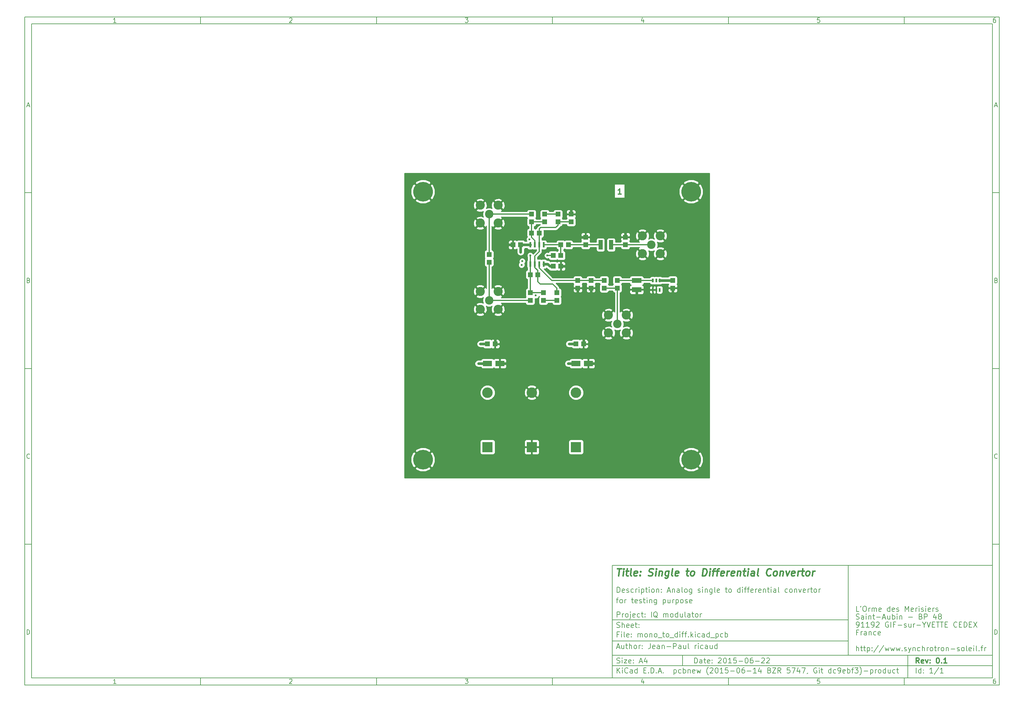
<source format=gtl>
G04 #@! TF.FileFunction,Copper,L1,Top,Signal*
%FSLAX46Y46*%
G04 Gerber Fmt 4.6, Leading zero omitted, Abs format (unit mm)*
G04 Created by KiCad (PCBNEW (2015-06-14 BZR 5747, Git dc9ebf3)-product) date 24/06/2015 09:37:51*
%MOMM*%
G01*
G04 APERTURE LIST*
%ADD10C,0.100000*%
%ADD11C,0.150000*%
%ADD12C,0.300000*%
%ADD13C,0.400000*%
%ADD14R,1.397000X1.399540*%
%ADD15R,2.499360X1.600200*%
%ADD16R,2.799080X1.399540*%
%ADD17R,1.399540X1.397000*%
%ADD18R,2.999740X2.999740*%
%ADD19C,2.999740*%
%ADD20C,2.400000*%
%ADD21C,2.600000*%
%ADD22R,0.599440X1.049020*%
%ADD23R,0.599440X1.518920*%
%ADD24C,5.600700*%
%ADD25R,1.198880X2.700020*%
%ADD26C,0.600000*%
%ADD27C,0.800000*%
%ADD28C,0.309980*%
%ADD29C,0.254000*%
G04 APERTURE END LIST*
D10*
D11*
X53812200Y-30117200D02*
X53812200Y-62117200D01*
X161812200Y-62117200D01*
X161812200Y-30117200D01*
X53812200Y-30117200D01*
D10*
D11*
X-113190000Y125890000D02*
X-113190000Y-64117200D01*
X163812200Y-64117200D01*
X163812200Y125890000D01*
X-113190000Y125890000D01*
D10*
D11*
X-111190000Y123890000D02*
X-111190000Y-62117200D01*
X161812200Y-62117200D01*
X161812200Y123890000D01*
X-111190000Y123890000D01*
D10*
D11*
X-63190000Y123890000D02*
X-63190000Y125890000D01*
D10*
D11*
X-13190000Y123890000D02*
X-13190000Y125890000D01*
D10*
D11*
X36810000Y123890000D02*
X36810000Y125890000D01*
D10*
D11*
X86810000Y123890000D02*
X86810000Y125890000D01*
D10*
D11*
X136810000Y123890000D02*
X136810000Y125890000D01*
D10*
D11*
X-87199524Y124301905D02*
X-87942381Y124301905D01*
X-87570952Y124301905D02*
X-87570952Y125601905D01*
X-87694762Y125416190D01*
X-87818571Y125292381D01*
X-87942381Y125230476D01*
D10*
D11*
X-37942381Y125478095D02*
X-37880476Y125540000D01*
X-37756667Y125601905D01*
X-37447143Y125601905D01*
X-37323333Y125540000D01*
X-37261429Y125478095D01*
X-37199524Y125354286D01*
X-37199524Y125230476D01*
X-37261429Y125044762D01*
X-38004286Y124301905D01*
X-37199524Y124301905D01*
D10*
D11*
X11995714Y125601905D02*
X12800476Y125601905D01*
X12367143Y125106667D01*
X12552857Y125106667D01*
X12676667Y125044762D01*
X12738571Y124982857D01*
X12800476Y124859048D01*
X12800476Y124549524D01*
X12738571Y124425714D01*
X12676667Y124363810D01*
X12552857Y124301905D01*
X12181429Y124301905D01*
X12057619Y124363810D01*
X11995714Y124425714D01*
D10*
D11*
X62676667Y125168571D02*
X62676667Y124301905D01*
X62367143Y125663810D02*
X62057619Y124735238D01*
X62862381Y124735238D01*
D10*
D11*
X112738571Y125601905D02*
X112119524Y125601905D01*
X112057619Y124982857D01*
X112119524Y125044762D01*
X112243333Y125106667D01*
X112552857Y125106667D01*
X112676667Y125044762D01*
X112738571Y124982857D01*
X112800476Y124859048D01*
X112800476Y124549524D01*
X112738571Y124425714D01*
X112676667Y124363810D01*
X112552857Y124301905D01*
X112243333Y124301905D01*
X112119524Y124363810D01*
X112057619Y124425714D01*
D10*
D11*
X162676667Y125601905D02*
X162429048Y125601905D01*
X162305238Y125540000D01*
X162243333Y125478095D01*
X162119524Y125292381D01*
X162057619Y125044762D01*
X162057619Y124549524D01*
X162119524Y124425714D01*
X162181429Y124363810D01*
X162305238Y124301905D01*
X162552857Y124301905D01*
X162676667Y124363810D01*
X162738571Y124425714D01*
X162800476Y124549524D01*
X162800476Y124859048D01*
X162738571Y124982857D01*
X162676667Y125044762D01*
X162552857Y125106667D01*
X162305238Y125106667D01*
X162181429Y125044762D01*
X162119524Y124982857D01*
X162057619Y124859048D01*
D10*
D11*
X-63190000Y-62117200D02*
X-63190000Y-64117200D01*
D10*
D11*
X-13190000Y-62117200D02*
X-13190000Y-64117200D01*
D10*
D11*
X36810000Y-62117200D02*
X36810000Y-64117200D01*
D10*
D11*
X86810000Y-62117200D02*
X86810000Y-64117200D01*
D10*
D11*
X136810000Y-62117200D02*
X136810000Y-64117200D01*
D10*
D11*
X-87199524Y-63705295D02*
X-87942381Y-63705295D01*
X-87570952Y-63705295D02*
X-87570952Y-62405295D01*
X-87694762Y-62591010D01*
X-87818571Y-62714819D01*
X-87942381Y-62776724D01*
D10*
D11*
X-37942381Y-62529105D02*
X-37880476Y-62467200D01*
X-37756667Y-62405295D01*
X-37447143Y-62405295D01*
X-37323333Y-62467200D01*
X-37261429Y-62529105D01*
X-37199524Y-62652914D01*
X-37199524Y-62776724D01*
X-37261429Y-62962438D01*
X-38004286Y-63705295D01*
X-37199524Y-63705295D01*
D10*
D11*
X11995714Y-62405295D02*
X12800476Y-62405295D01*
X12367143Y-62900533D01*
X12552857Y-62900533D01*
X12676667Y-62962438D01*
X12738571Y-63024343D01*
X12800476Y-63148152D01*
X12800476Y-63457676D01*
X12738571Y-63581486D01*
X12676667Y-63643390D01*
X12552857Y-63705295D01*
X12181429Y-63705295D01*
X12057619Y-63643390D01*
X11995714Y-63581486D01*
D10*
D11*
X62676667Y-62838629D02*
X62676667Y-63705295D01*
X62367143Y-62343390D02*
X62057619Y-63271962D01*
X62862381Y-63271962D01*
D10*
D11*
X112738571Y-62405295D02*
X112119524Y-62405295D01*
X112057619Y-63024343D01*
X112119524Y-62962438D01*
X112243333Y-62900533D01*
X112552857Y-62900533D01*
X112676667Y-62962438D01*
X112738571Y-63024343D01*
X112800476Y-63148152D01*
X112800476Y-63457676D01*
X112738571Y-63581486D01*
X112676667Y-63643390D01*
X112552857Y-63705295D01*
X112243333Y-63705295D01*
X112119524Y-63643390D01*
X112057619Y-63581486D01*
D10*
D11*
X162676667Y-62405295D02*
X162429048Y-62405295D01*
X162305238Y-62467200D01*
X162243333Y-62529105D01*
X162119524Y-62714819D01*
X162057619Y-62962438D01*
X162057619Y-63457676D01*
X162119524Y-63581486D01*
X162181429Y-63643390D01*
X162305238Y-63705295D01*
X162552857Y-63705295D01*
X162676667Y-63643390D01*
X162738571Y-63581486D01*
X162800476Y-63457676D01*
X162800476Y-63148152D01*
X162738571Y-63024343D01*
X162676667Y-62962438D01*
X162552857Y-62900533D01*
X162305238Y-62900533D01*
X162181429Y-62962438D01*
X162119524Y-63024343D01*
X162057619Y-63148152D01*
D10*
D11*
X-113190000Y75890000D02*
X-111190000Y75890000D01*
D10*
D11*
X-113190000Y25890000D02*
X-111190000Y25890000D01*
D10*
D11*
X-113190000Y-24110000D02*
X-111190000Y-24110000D01*
D10*
D11*
X-112499524Y100673333D02*
X-111880476Y100673333D01*
X-112623333Y100301905D02*
X-112190000Y101601905D01*
X-111756667Y100301905D01*
D10*
D11*
X-112097143Y50982857D02*
X-111911429Y50920952D01*
X-111849524Y50859048D01*
X-111787619Y50735238D01*
X-111787619Y50549524D01*
X-111849524Y50425714D01*
X-111911429Y50363810D01*
X-112035238Y50301905D01*
X-112530476Y50301905D01*
X-112530476Y51601905D01*
X-112097143Y51601905D01*
X-111973333Y51540000D01*
X-111911429Y51478095D01*
X-111849524Y51354286D01*
X-111849524Y51230476D01*
X-111911429Y51106667D01*
X-111973333Y51044762D01*
X-112097143Y50982857D01*
X-112530476Y50982857D01*
D10*
D11*
X-111787619Y425714D02*
X-111849524Y363810D01*
X-112035238Y301905D01*
X-112159048Y301905D01*
X-112344762Y363810D01*
X-112468571Y487619D01*
X-112530476Y611429D01*
X-112592381Y859048D01*
X-112592381Y1044762D01*
X-112530476Y1292381D01*
X-112468571Y1416190D01*
X-112344762Y1540000D01*
X-112159048Y1601905D01*
X-112035238Y1601905D01*
X-111849524Y1540000D01*
X-111787619Y1478095D01*
D10*
D11*
X-112530476Y-49698095D02*
X-112530476Y-48398095D01*
X-112220952Y-48398095D01*
X-112035238Y-48460000D01*
X-111911429Y-48583810D01*
X-111849524Y-48707619D01*
X-111787619Y-48955238D01*
X-111787619Y-49140952D01*
X-111849524Y-49388571D01*
X-111911429Y-49512381D01*
X-112035238Y-49636190D01*
X-112220952Y-49698095D01*
X-112530476Y-49698095D01*
D10*
D11*
X163812200Y75890000D02*
X161812200Y75890000D01*
D10*
D11*
X163812200Y25890000D02*
X161812200Y25890000D01*
D10*
D11*
X163812200Y-24110000D02*
X161812200Y-24110000D01*
D10*
D11*
X162502676Y100673333D02*
X163121724Y100673333D01*
X162378867Y100301905D02*
X162812200Y101601905D01*
X163245533Y100301905D01*
D10*
D11*
X162905057Y50982857D02*
X163090771Y50920952D01*
X163152676Y50859048D01*
X163214581Y50735238D01*
X163214581Y50549524D01*
X163152676Y50425714D01*
X163090771Y50363810D01*
X162966962Y50301905D01*
X162471724Y50301905D01*
X162471724Y51601905D01*
X162905057Y51601905D01*
X163028867Y51540000D01*
X163090771Y51478095D01*
X163152676Y51354286D01*
X163152676Y51230476D01*
X163090771Y51106667D01*
X163028867Y51044762D01*
X162905057Y50982857D01*
X162471724Y50982857D01*
D10*
D11*
X163214581Y425714D02*
X163152676Y363810D01*
X162966962Y301905D01*
X162843152Y301905D01*
X162657438Y363810D01*
X162533629Y487619D01*
X162471724Y611429D01*
X162409819Y859048D01*
X162409819Y1044762D01*
X162471724Y1292381D01*
X162533629Y1416190D01*
X162657438Y1540000D01*
X162843152Y1601905D01*
X162966962Y1601905D01*
X163152676Y1540000D01*
X163214581Y1478095D01*
D10*
D11*
X162471724Y-49698095D02*
X162471724Y-48398095D01*
X162781248Y-48398095D01*
X162966962Y-48460000D01*
X163090771Y-48583810D01*
X163152676Y-48707619D01*
X163214581Y-48955238D01*
X163214581Y-49140952D01*
X163152676Y-49388571D01*
X163090771Y-49512381D01*
X162966962Y-49636190D01*
X162781248Y-49698095D01*
X162471724Y-49698095D01*
D10*
D11*
X77169343Y-57895771D02*
X77169343Y-56395771D01*
X77526486Y-56395771D01*
X77740771Y-56467200D01*
X77883629Y-56610057D01*
X77955057Y-56752914D01*
X78026486Y-57038629D01*
X78026486Y-57252914D01*
X77955057Y-57538629D01*
X77883629Y-57681486D01*
X77740771Y-57824343D01*
X77526486Y-57895771D01*
X77169343Y-57895771D01*
X79312200Y-57895771D02*
X79312200Y-57110057D01*
X79240771Y-56967200D01*
X79097914Y-56895771D01*
X78812200Y-56895771D01*
X78669343Y-56967200D01*
X79312200Y-57824343D02*
X79169343Y-57895771D01*
X78812200Y-57895771D01*
X78669343Y-57824343D01*
X78597914Y-57681486D01*
X78597914Y-57538629D01*
X78669343Y-57395771D01*
X78812200Y-57324343D01*
X79169343Y-57324343D01*
X79312200Y-57252914D01*
X79812200Y-56895771D02*
X80383629Y-56895771D01*
X80026486Y-56395771D02*
X80026486Y-57681486D01*
X80097914Y-57824343D01*
X80240772Y-57895771D01*
X80383629Y-57895771D01*
X81455057Y-57824343D02*
X81312200Y-57895771D01*
X81026486Y-57895771D01*
X80883629Y-57824343D01*
X80812200Y-57681486D01*
X80812200Y-57110057D01*
X80883629Y-56967200D01*
X81026486Y-56895771D01*
X81312200Y-56895771D01*
X81455057Y-56967200D01*
X81526486Y-57110057D01*
X81526486Y-57252914D01*
X80812200Y-57395771D01*
X82169343Y-57752914D02*
X82240771Y-57824343D01*
X82169343Y-57895771D01*
X82097914Y-57824343D01*
X82169343Y-57752914D01*
X82169343Y-57895771D01*
X82169343Y-56967200D02*
X82240771Y-57038629D01*
X82169343Y-57110057D01*
X82097914Y-57038629D01*
X82169343Y-56967200D01*
X82169343Y-57110057D01*
X83955057Y-56538629D02*
X84026486Y-56467200D01*
X84169343Y-56395771D01*
X84526486Y-56395771D01*
X84669343Y-56467200D01*
X84740772Y-56538629D01*
X84812200Y-56681486D01*
X84812200Y-56824343D01*
X84740772Y-57038629D01*
X83883629Y-57895771D01*
X84812200Y-57895771D01*
X85740771Y-56395771D02*
X85883628Y-56395771D01*
X86026485Y-56467200D01*
X86097914Y-56538629D01*
X86169343Y-56681486D01*
X86240771Y-56967200D01*
X86240771Y-57324343D01*
X86169343Y-57610057D01*
X86097914Y-57752914D01*
X86026485Y-57824343D01*
X85883628Y-57895771D01*
X85740771Y-57895771D01*
X85597914Y-57824343D01*
X85526485Y-57752914D01*
X85455057Y-57610057D01*
X85383628Y-57324343D01*
X85383628Y-56967200D01*
X85455057Y-56681486D01*
X85526485Y-56538629D01*
X85597914Y-56467200D01*
X85740771Y-56395771D01*
X87669342Y-57895771D02*
X86812199Y-57895771D01*
X87240771Y-57895771D02*
X87240771Y-56395771D01*
X87097914Y-56610057D01*
X86955056Y-56752914D01*
X86812199Y-56824343D01*
X89026485Y-56395771D02*
X88312199Y-56395771D01*
X88240770Y-57110057D01*
X88312199Y-57038629D01*
X88455056Y-56967200D01*
X88812199Y-56967200D01*
X88955056Y-57038629D01*
X89026485Y-57110057D01*
X89097913Y-57252914D01*
X89097913Y-57610057D01*
X89026485Y-57752914D01*
X88955056Y-57824343D01*
X88812199Y-57895771D01*
X88455056Y-57895771D01*
X88312199Y-57824343D01*
X88240770Y-57752914D01*
X89740770Y-57324343D02*
X90883627Y-57324343D01*
X91883627Y-56395771D02*
X92026484Y-56395771D01*
X92169341Y-56467200D01*
X92240770Y-56538629D01*
X92312199Y-56681486D01*
X92383627Y-56967200D01*
X92383627Y-57324343D01*
X92312199Y-57610057D01*
X92240770Y-57752914D01*
X92169341Y-57824343D01*
X92026484Y-57895771D01*
X91883627Y-57895771D01*
X91740770Y-57824343D01*
X91669341Y-57752914D01*
X91597913Y-57610057D01*
X91526484Y-57324343D01*
X91526484Y-56967200D01*
X91597913Y-56681486D01*
X91669341Y-56538629D01*
X91740770Y-56467200D01*
X91883627Y-56395771D01*
X93669341Y-56395771D02*
X93383627Y-56395771D01*
X93240770Y-56467200D01*
X93169341Y-56538629D01*
X93026484Y-56752914D01*
X92955055Y-57038629D01*
X92955055Y-57610057D01*
X93026484Y-57752914D01*
X93097912Y-57824343D01*
X93240770Y-57895771D01*
X93526484Y-57895771D01*
X93669341Y-57824343D01*
X93740770Y-57752914D01*
X93812198Y-57610057D01*
X93812198Y-57252914D01*
X93740770Y-57110057D01*
X93669341Y-57038629D01*
X93526484Y-56967200D01*
X93240770Y-56967200D01*
X93097912Y-57038629D01*
X93026484Y-57110057D01*
X92955055Y-57252914D01*
X94455055Y-57324343D02*
X95597912Y-57324343D01*
X96240769Y-56538629D02*
X96312198Y-56467200D01*
X96455055Y-56395771D01*
X96812198Y-56395771D01*
X96955055Y-56467200D01*
X97026484Y-56538629D01*
X97097912Y-56681486D01*
X97097912Y-56824343D01*
X97026484Y-57038629D01*
X96169341Y-57895771D01*
X97097912Y-57895771D01*
X97669340Y-56538629D02*
X97740769Y-56467200D01*
X97883626Y-56395771D01*
X98240769Y-56395771D01*
X98383626Y-56467200D01*
X98455055Y-56538629D01*
X98526483Y-56681486D01*
X98526483Y-56824343D01*
X98455055Y-57038629D01*
X97597912Y-57895771D01*
X98526483Y-57895771D01*
D10*
D11*
X53812200Y-58617200D02*
X161812200Y-58617200D01*
D10*
D11*
X55169343Y-60695771D02*
X55169343Y-59195771D01*
X56026486Y-60695771D02*
X55383629Y-59838629D01*
X56026486Y-59195771D02*
X55169343Y-60052914D01*
X56669343Y-60695771D02*
X56669343Y-59695771D01*
X56669343Y-59195771D02*
X56597914Y-59267200D01*
X56669343Y-59338629D01*
X56740771Y-59267200D01*
X56669343Y-59195771D01*
X56669343Y-59338629D01*
X58240772Y-60552914D02*
X58169343Y-60624343D01*
X57955057Y-60695771D01*
X57812200Y-60695771D01*
X57597915Y-60624343D01*
X57455057Y-60481486D01*
X57383629Y-60338629D01*
X57312200Y-60052914D01*
X57312200Y-59838629D01*
X57383629Y-59552914D01*
X57455057Y-59410057D01*
X57597915Y-59267200D01*
X57812200Y-59195771D01*
X57955057Y-59195771D01*
X58169343Y-59267200D01*
X58240772Y-59338629D01*
X59526486Y-60695771D02*
X59526486Y-59910057D01*
X59455057Y-59767200D01*
X59312200Y-59695771D01*
X59026486Y-59695771D01*
X58883629Y-59767200D01*
X59526486Y-60624343D02*
X59383629Y-60695771D01*
X59026486Y-60695771D01*
X58883629Y-60624343D01*
X58812200Y-60481486D01*
X58812200Y-60338629D01*
X58883629Y-60195771D01*
X59026486Y-60124343D01*
X59383629Y-60124343D01*
X59526486Y-60052914D01*
X60883629Y-60695771D02*
X60883629Y-59195771D01*
X60883629Y-60624343D02*
X60740772Y-60695771D01*
X60455058Y-60695771D01*
X60312200Y-60624343D01*
X60240772Y-60552914D01*
X60169343Y-60410057D01*
X60169343Y-59981486D01*
X60240772Y-59838629D01*
X60312200Y-59767200D01*
X60455058Y-59695771D01*
X60740772Y-59695771D01*
X60883629Y-59767200D01*
X62740772Y-59910057D02*
X63240772Y-59910057D01*
X63455058Y-60695771D02*
X62740772Y-60695771D01*
X62740772Y-59195771D01*
X63455058Y-59195771D01*
X64097915Y-60552914D02*
X64169343Y-60624343D01*
X64097915Y-60695771D01*
X64026486Y-60624343D01*
X64097915Y-60552914D01*
X64097915Y-60695771D01*
X64812201Y-60695771D02*
X64812201Y-59195771D01*
X65169344Y-59195771D01*
X65383629Y-59267200D01*
X65526487Y-59410057D01*
X65597915Y-59552914D01*
X65669344Y-59838629D01*
X65669344Y-60052914D01*
X65597915Y-60338629D01*
X65526487Y-60481486D01*
X65383629Y-60624343D01*
X65169344Y-60695771D01*
X64812201Y-60695771D01*
X66312201Y-60552914D02*
X66383629Y-60624343D01*
X66312201Y-60695771D01*
X66240772Y-60624343D01*
X66312201Y-60552914D01*
X66312201Y-60695771D01*
X66955058Y-60267200D02*
X67669344Y-60267200D01*
X66812201Y-60695771D02*
X67312201Y-59195771D01*
X67812201Y-60695771D01*
X68312201Y-60552914D02*
X68383629Y-60624343D01*
X68312201Y-60695771D01*
X68240772Y-60624343D01*
X68312201Y-60552914D01*
X68312201Y-60695771D01*
X71312201Y-59695771D02*
X71312201Y-61195771D01*
X71312201Y-59767200D02*
X71455058Y-59695771D01*
X71740772Y-59695771D01*
X71883629Y-59767200D01*
X71955058Y-59838629D01*
X72026487Y-59981486D01*
X72026487Y-60410057D01*
X71955058Y-60552914D01*
X71883629Y-60624343D01*
X71740772Y-60695771D01*
X71455058Y-60695771D01*
X71312201Y-60624343D01*
X73312201Y-60624343D02*
X73169344Y-60695771D01*
X72883630Y-60695771D01*
X72740772Y-60624343D01*
X72669344Y-60552914D01*
X72597915Y-60410057D01*
X72597915Y-59981486D01*
X72669344Y-59838629D01*
X72740772Y-59767200D01*
X72883630Y-59695771D01*
X73169344Y-59695771D01*
X73312201Y-59767200D01*
X73955058Y-60695771D02*
X73955058Y-59195771D01*
X73955058Y-59767200D02*
X74097915Y-59695771D01*
X74383629Y-59695771D01*
X74526486Y-59767200D01*
X74597915Y-59838629D01*
X74669344Y-59981486D01*
X74669344Y-60410057D01*
X74597915Y-60552914D01*
X74526486Y-60624343D01*
X74383629Y-60695771D01*
X74097915Y-60695771D01*
X73955058Y-60624343D01*
X75312201Y-59695771D02*
X75312201Y-60695771D01*
X75312201Y-59838629D02*
X75383629Y-59767200D01*
X75526487Y-59695771D01*
X75740772Y-59695771D01*
X75883629Y-59767200D01*
X75955058Y-59910057D01*
X75955058Y-60695771D01*
X77240772Y-60624343D02*
X77097915Y-60695771D01*
X76812201Y-60695771D01*
X76669344Y-60624343D01*
X76597915Y-60481486D01*
X76597915Y-59910057D01*
X76669344Y-59767200D01*
X76812201Y-59695771D01*
X77097915Y-59695771D01*
X77240772Y-59767200D01*
X77312201Y-59910057D01*
X77312201Y-60052914D01*
X76597915Y-60195771D01*
X77812201Y-59695771D02*
X78097915Y-60695771D01*
X78383629Y-59981486D01*
X78669344Y-60695771D01*
X78955058Y-59695771D01*
X81097915Y-61267200D02*
X81026487Y-61195771D01*
X80883630Y-60981486D01*
X80812201Y-60838629D01*
X80740772Y-60624343D01*
X80669344Y-60267200D01*
X80669344Y-59981486D01*
X80740772Y-59624343D01*
X80812201Y-59410057D01*
X80883630Y-59267200D01*
X81026487Y-59052914D01*
X81097915Y-58981486D01*
X81597915Y-59338629D02*
X81669344Y-59267200D01*
X81812201Y-59195771D01*
X82169344Y-59195771D01*
X82312201Y-59267200D01*
X82383630Y-59338629D01*
X82455058Y-59481486D01*
X82455058Y-59624343D01*
X82383630Y-59838629D01*
X81526487Y-60695771D01*
X82455058Y-60695771D01*
X83383629Y-59195771D02*
X83526486Y-59195771D01*
X83669343Y-59267200D01*
X83740772Y-59338629D01*
X83812201Y-59481486D01*
X83883629Y-59767200D01*
X83883629Y-60124343D01*
X83812201Y-60410057D01*
X83740772Y-60552914D01*
X83669343Y-60624343D01*
X83526486Y-60695771D01*
X83383629Y-60695771D01*
X83240772Y-60624343D01*
X83169343Y-60552914D01*
X83097915Y-60410057D01*
X83026486Y-60124343D01*
X83026486Y-59767200D01*
X83097915Y-59481486D01*
X83169343Y-59338629D01*
X83240772Y-59267200D01*
X83383629Y-59195771D01*
X85312200Y-60695771D02*
X84455057Y-60695771D01*
X84883629Y-60695771D02*
X84883629Y-59195771D01*
X84740772Y-59410057D01*
X84597914Y-59552914D01*
X84455057Y-59624343D01*
X86669343Y-59195771D02*
X85955057Y-59195771D01*
X85883628Y-59910057D01*
X85955057Y-59838629D01*
X86097914Y-59767200D01*
X86455057Y-59767200D01*
X86597914Y-59838629D01*
X86669343Y-59910057D01*
X86740771Y-60052914D01*
X86740771Y-60410057D01*
X86669343Y-60552914D01*
X86597914Y-60624343D01*
X86455057Y-60695771D01*
X86097914Y-60695771D01*
X85955057Y-60624343D01*
X85883628Y-60552914D01*
X87383628Y-60124343D02*
X88526485Y-60124343D01*
X89526485Y-59195771D02*
X89669342Y-59195771D01*
X89812199Y-59267200D01*
X89883628Y-59338629D01*
X89955057Y-59481486D01*
X90026485Y-59767200D01*
X90026485Y-60124343D01*
X89955057Y-60410057D01*
X89883628Y-60552914D01*
X89812199Y-60624343D01*
X89669342Y-60695771D01*
X89526485Y-60695771D01*
X89383628Y-60624343D01*
X89312199Y-60552914D01*
X89240771Y-60410057D01*
X89169342Y-60124343D01*
X89169342Y-59767200D01*
X89240771Y-59481486D01*
X89312199Y-59338629D01*
X89383628Y-59267200D01*
X89526485Y-59195771D01*
X91312199Y-59195771D02*
X91026485Y-59195771D01*
X90883628Y-59267200D01*
X90812199Y-59338629D01*
X90669342Y-59552914D01*
X90597913Y-59838629D01*
X90597913Y-60410057D01*
X90669342Y-60552914D01*
X90740770Y-60624343D01*
X90883628Y-60695771D01*
X91169342Y-60695771D01*
X91312199Y-60624343D01*
X91383628Y-60552914D01*
X91455056Y-60410057D01*
X91455056Y-60052914D01*
X91383628Y-59910057D01*
X91312199Y-59838629D01*
X91169342Y-59767200D01*
X90883628Y-59767200D01*
X90740770Y-59838629D01*
X90669342Y-59910057D01*
X90597913Y-60052914D01*
X92097913Y-60124343D02*
X93240770Y-60124343D01*
X94740770Y-60695771D02*
X93883627Y-60695771D01*
X94312199Y-60695771D02*
X94312199Y-59195771D01*
X94169342Y-59410057D01*
X94026484Y-59552914D01*
X93883627Y-59624343D01*
X96026484Y-59695771D02*
X96026484Y-60695771D01*
X95669341Y-59124343D02*
X95312198Y-60195771D01*
X96240770Y-60195771D01*
X98455055Y-59910057D02*
X98669341Y-59981486D01*
X98740769Y-60052914D01*
X98812198Y-60195771D01*
X98812198Y-60410057D01*
X98740769Y-60552914D01*
X98669341Y-60624343D01*
X98526483Y-60695771D01*
X97955055Y-60695771D01*
X97955055Y-59195771D01*
X98455055Y-59195771D01*
X98597912Y-59267200D01*
X98669341Y-59338629D01*
X98740769Y-59481486D01*
X98740769Y-59624343D01*
X98669341Y-59767200D01*
X98597912Y-59838629D01*
X98455055Y-59910057D01*
X97955055Y-59910057D01*
X99312198Y-59195771D02*
X100312198Y-59195771D01*
X99312198Y-60695771D01*
X100312198Y-60695771D01*
X101740769Y-60695771D02*
X101240769Y-59981486D01*
X100883626Y-60695771D02*
X100883626Y-59195771D01*
X101455054Y-59195771D01*
X101597912Y-59267200D01*
X101669340Y-59338629D01*
X101740769Y-59481486D01*
X101740769Y-59695771D01*
X101669340Y-59838629D01*
X101597912Y-59910057D01*
X101455054Y-59981486D01*
X100883626Y-59981486D01*
X104240769Y-59195771D02*
X103526483Y-59195771D01*
X103455054Y-59910057D01*
X103526483Y-59838629D01*
X103669340Y-59767200D01*
X104026483Y-59767200D01*
X104169340Y-59838629D01*
X104240769Y-59910057D01*
X104312197Y-60052914D01*
X104312197Y-60410057D01*
X104240769Y-60552914D01*
X104169340Y-60624343D01*
X104026483Y-60695771D01*
X103669340Y-60695771D01*
X103526483Y-60624343D01*
X103455054Y-60552914D01*
X104812197Y-59195771D02*
X105812197Y-59195771D01*
X105169340Y-60695771D01*
X107026482Y-59695771D02*
X107026482Y-60695771D01*
X106669339Y-59124343D02*
X106312196Y-60195771D01*
X107240768Y-60195771D01*
X107669339Y-59195771D02*
X108669339Y-59195771D01*
X108026482Y-60695771D01*
X109312195Y-60624343D02*
X109312195Y-60695771D01*
X109240767Y-60838629D01*
X109169338Y-60910057D01*
X111883624Y-59267200D02*
X111740767Y-59195771D01*
X111526481Y-59195771D01*
X111312196Y-59267200D01*
X111169338Y-59410057D01*
X111097910Y-59552914D01*
X111026481Y-59838629D01*
X111026481Y-60052914D01*
X111097910Y-60338629D01*
X111169338Y-60481486D01*
X111312196Y-60624343D01*
X111526481Y-60695771D01*
X111669338Y-60695771D01*
X111883624Y-60624343D01*
X111955053Y-60552914D01*
X111955053Y-60052914D01*
X111669338Y-60052914D01*
X112597910Y-60695771D02*
X112597910Y-59695771D01*
X112597910Y-59195771D02*
X112526481Y-59267200D01*
X112597910Y-59338629D01*
X112669338Y-59267200D01*
X112597910Y-59195771D01*
X112597910Y-59338629D01*
X113097910Y-59695771D02*
X113669339Y-59695771D01*
X113312196Y-59195771D02*
X113312196Y-60481486D01*
X113383624Y-60624343D01*
X113526482Y-60695771D01*
X113669339Y-60695771D01*
X115955053Y-60695771D02*
X115955053Y-59195771D01*
X115955053Y-60624343D02*
X115812196Y-60695771D01*
X115526482Y-60695771D01*
X115383624Y-60624343D01*
X115312196Y-60552914D01*
X115240767Y-60410057D01*
X115240767Y-59981486D01*
X115312196Y-59838629D01*
X115383624Y-59767200D01*
X115526482Y-59695771D01*
X115812196Y-59695771D01*
X115955053Y-59767200D01*
X117312196Y-60624343D02*
X117169339Y-60695771D01*
X116883625Y-60695771D01*
X116740767Y-60624343D01*
X116669339Y-60552914D01*
X116597910Y-60410057D01*
X116597910Y-59981486D01*
X116669339Y-59838629D01*
X116740767Y-59767200D01*
X116883625Y-59695771D01*
X117169339Y-59695771D01*
X117312196Y-59767200D01*
X118026481Y-60695771D02*
X118312196Y-60695771D01*
X118455053Y-60624343D01*
X118526481Y-60552914D01*
X118669339Y-60338629D01*
X118740767Y-60052914D01*
X118740767Y-59481486D01*
X118669339Y-59338629D01*
X118597910Y-59267200D01*
X118455053Y-59195771D01*
X118169339Y-59195771D01*
X118026481Y-59267200D01*
X117955053Y-59338629D01*
X117883624Y-59481486D01*
X117883624Y-59838629D01*
X117955053Y-59981486D01*
X118026481Y-60052914D01*
X118169339Y-60124343D01*
X118455053Y-60124343D01*
X118597910Y-60052914D01*
X118669339Y-59981486D01*
X118740767Y-59838629D01*
X119955052Y-60624343D02*
X119812195Y-60695771D01*
X119526481Y-60695771D01*
X119383624Y-60624343D01*
X119312195Y-60481486D01*
X119312195Y-59910057D01*
X119383624Y-59767200D01*
X119526481Y-59695771D01*
X119812195Y-59695771D01*
X119955052Y-59767200D01*
X120026481Y-59910057D01*
X120026481Y-60052914D01*
X119312195Y-60195771D01*
X120669338Y-60695771D02*
X120669338Y-59195771D01*
X120669338Y-59767200D02*
X120812195Y-59695771D01*
X121097909Y-59695771D01*
X121240766Y-59767200D01*
X121312195Y-59838629D01*
X121383624Y-59981486D01*
X121383624Y-60410057D01*
X121312195Y-60552914D01*
X121240766Y-60624343D01*
X121097909Y-60695771D01*
X120812195Y-60695771D01*
X120669338Y-60624343D01*
X121812195Y-59695771D02*
X122383624Y-59695771D01*
X122026481Y-60695771D02*
X122026481Y-59410057D01*
X122097909Y-59267200D01*
X122240767Y-59195771D01*
X122383624Y-59195771D01*
X122740767Y-59195771D02*
X123669338Y-59195771D01*
X123169338Y-59767200D01*
X123383624Y-59767200D01*
X123526481Y-59838629D01*
X123597910Y-59910057D01*
X123669338Y-60052914D01*
X123669338Y-60410057D01*
X123597910Y-60552914D01*
X123526481Y-60624343D01*
X123383624Y-60695771D01*
X122955052Y-60695771D01*
X122812195Y-60624343D01*
X122740767Y-60552914D01*
X124169338Y-61267200D02*
X124240766Y-61195771D01*
X124383623Y-60981486D01*
X124455052Y-60838629D01*
X124526481Y-60624343D01*
X124597909Y-60267200D01*
X124597909Y-59981486D01*
X124526481Y-59624343D01*
X124455052Y-59410057D01*
X124383623Y-59267200D01*
X124240766Y-59052914D01*
X124169338Y-58981486D01*
X125312195Y-60124343D02*
X126455052Y-60124343D01*
X127169338Y-59695771D02*
X127169338Y-61195771D01*
X127169338Y-59767200D02*
X127312195Y-59695771D01*
X127597909Y-59695771D01*
X127740766Y-59767200D01*
X127812195Y-59838629D01*
X127883624Y-59981486D01*
X127883624Y-60410057D01*
X127812195Y-60552914D01*
X127740766Y-60624343D01*
X127597909Y-60695771D01*
X127312195Y-60695771D01*
X127169338Y-60624343D01*
X128526481Y-60695771D02*
X128526481Y-59695771D01*
X128526481Y-59981486D02*
X128597909Y-59838629D01*
X128669338Y-59767200D01*
X128812195Y-59695771D01*
X128955052Y-59695771D01*
X129669338Y-60695771D02*
X129526480Y-60624343D01*
X129455052Y-60552914D01*
X129383623Y-60410057D01*
X129383623Y-59981486D01*
X129455052Y-59838629D01*
X129526480Y-59767200D01*
X129669338Y-59695771D01*
X129883623Y-59695771D01*
X130026480Y-59767200D01*
X130097909Y-59838629D01*
X130169338Y-59981486D01*
X130169338Y-60410057D01*
X130097909Y-60552914D01*
X130026480Y-60624343D01*
X129883623Y-60695771D01*
X129669338Y-60695771D01*
X131455052Y-60695771D02*
X131455052Y-59195771D01*
X131455052Y-60624343D02*
X131312195Y-60695771D01*
X131026481Y-60695771D01*
X130883623Y-60624343D01*
X130812195Y-60552914D01*
X130740766Y-60410057D01*
X130740766Y-59981486D01*
X130812195Y-59838629D01*
X130883623Y-59767200D01*
X131026481Y-59695771D01*
X131312195Y-59695771D01*
X131455052Y-59767200D01*
X132812195Y-59695771D02*
X132812195Y-60695771D01*
X132169338Y-59695771D02*
X132169338Y-60481486D01*
X132240766Y-60624343D01*
X132383624Y-60695771D01*
X132597909Y-60695771D01*
X132740766Y-60624343D01*
X132812195Y-60552914D01*
X134169338Y-60624343D02*
X134026481Y-60695771D01*
X133740767Y-60695771D01*
X133597909Y-60624343D01*
X133526481Y-60552914D01*
X133455052Y-60410057D01*
X133455052Y-59981486D01*
X133526481Y-59838629D01*
X133597909Y-59767200D01*
X133740767Y-59695771D01*
X134026481Y-59695771D01*
X134169338Y-59767200D01*
X134597909Y-59695771D02*
X135169338Y-59695771D01*
X134812195Y-59195771D02*
X134812195Y-60481486D01*
X134883623Y-60624343D01*
X135026481Y-60695771D01*
X135169338Y-60695771D01*
D10*
D11*
X53812200Y-55617200D02*
X161812200Y-55617200D01*
D10*
D12*
X141026486Y-57895771D02*
X140526486Y-57181486D01*
X140169343Y-57895771D02*
X140169343Y-56395771D01*
X140740771Y-56395771D01*
X140883629Y-56467200D01*
X140955057Y-56538629D01*
X141026486Y-56681486D01*
X141026486Y-56895771D01*
X140955057Y-57038629D01*
X140883629Y-57110057D01*
X140740771Y-57181486D01*
X140169343Y-57181486D01*
X142240771Y-57824343D02*
X142097914Y-57895771D01*
X141812200Y-57895771D01*
X141669343Y-57824343D01*
X141597914Y-57681486D01*
X141597914Y-57110057D01*
X141669343Y-56967200D01*
X141812200Y-56895771D01*
X142097914Y-56895771D01*
X142240771Y-56967200D01*
X142312200Y-57110057D01*
X142312200Y-57252914D01*
X141597914Y-57395771D01*
X142812200Y-56895771D02*
X143169343Y-57895771D01*
X143526485Y-56895771D01*
X144097914Y-57752914D02*
X144169342Y-57824343D01*
X144097914Y-57895771D01*
X144026485Y-57824343D01*
X144097914Y-57752914D01*
X144097914Y-57895771D01*
X144097914Y-56967200D02*
X144169342Y-57038629D01*
X144097914Y-57110057D01*
X144026485Y-57038629D01*
X144097914Y-56967200D01*
X144097914Y-57110057D01*
X146240771Y-56395771D02*
X146383628Y-56395771D01*
X146526485Y-56467200D01*
X146597914Y-56538629D01*
X146669343Y-56681486D01*
X146740771Y-56967200D01*
X146740771Y-57324343D01*
X146669343Y-57610057D01*
X146597914Y-57752914D01*
X146526485Y-57824343D01*
X146383628Y-57895771D01*
X146240771Y-57895771D01*
X146097914Y-57824343D01*
X146026485Y-57752914D01*
X145955057Y-57610057D01*
X145883628Y-57324343D01*
X145883628Y-56967200D01*
X145955057Y-56681486D01*
X146026485Y-56538629D01*
X146097914Y-56467200D01*
X146240771Y-56395771D01*
X147383628Y-57752914D02*
X147455056Y-57824343D01*
X147383628Y-57895771D01*
X147312199Y-57824343D01*
X147383628Y-57752914D01*
X147383628Y-57895771D01*
X148883628Y-57895771D02*
X148026485Y-57895771D01*
X148455057Y-57895771D02*
X148455057Y-56395771D01*
X148312200Y-56610057D01*
X148169342Y-56752914D01*
X148026485Y-56824343D01*
D10*
D11*
X55097914Y-57824343D02*
X55312200Y-57895771D01*
X55669343Y-57895771D01*
X55812200Y-57824343D01*
X55883629Y-57752914D01*
X55955057Y-57610057D01*
X55955057Y-57467200D01*
X55883629Y-57324343D01*
X55812200Y-57252914D01*
X55669343Y-57181486D01*
X55383629Y-57110057D01*
X55240771Y-57038629D01*
X55169343Y-56967200D01*
X55097914Y-56824343D01*
X55097914Y-56681486D01*
X55169343Y-56538629D01*
X55240771Y-56467200D01*
X55383629Y-56395771D01*
X55740771Y-56395771D01*
X55955057Y-56467200D01*
X56597914Y-57895771D02*
X56597914Y-56895771D01*
X56597914Y-56395771D02*
X56526485Y-56467200D01*
X56597914Y-56538629D01*
X56669342Y-56467200D01*
X56597914Y-56395771D01*
X56597914Y-56538629D01*
X57169343Y-56895771D02*
X57955057Y-56895771D01*
X57169343Y-57895771D01*
X57955057Y-57895771D01*
X59097914Y-57824343D02*
X58955057Y-57895771D01*
X58669343Y-57895771D01*
X58526486Y-57824343D01*
X58455057Y-57681486D01*
X58455057Y-57110057D01*
X58526486Y-56967200D01*
X58669343Y-56895771D01*
X58955057Y-56895771D01*
X59097914Y-56967200D01*
X59169343Y-57110057D01*
X59169343Y-57252914D01*
X58455057Y-57395771D01*
X59812200Y-57752914D02*
X59883628Y-57824343D01*
X59812200Y-57895771D01*
X59740771Y-57824343D01*
X59812200Y-57752914D01*
X59812200Y-57895771D01*
X59812200Y-56967200D02*
X59883628Y-57038629D01*
X59812200Y-57110057D01*
X59740771Y-57038629D01*
X59812200Y-56967200D01*
X59812200Y-57110057D01*
X61597914Y-57467200D02*
X62312200Y-57467200D01*
X61455057Y-57895771D02*
X61955057Y-56395771D01*
X62455057Y-57895771D01*
X63597914Y-56895771D02*
X63597914Y-57895771D01*
X63240771Y-56324343D02*
X62883628Y-57395771D01*
X63812200Y-57395771D01*
D10*
D11*
X140169343Y-60695771D02*
X140169343Y-59195771D01*
X141526486Y-60695771D02*
X141526486Y-59195771D01*
X141526486Y-60624343D02*
X141383629Y-60695771D01*
X141097915Y-60695771D01*
X140955057Y-60624343D01*
X140883629Y-60552914D01*
X140812200Y-60410057D01*
X140812200Y-59981486D01*
X140883629Y-59838629D01*
X140955057Y-59767200D01*
X141097915Y-59695771D01*
X141383629Y-59695771D01*
X141526486Y-59767200D01*
X142240772Y-60552914D02*
X142312200Y-60624343D01*
X142240772Y-60695771D01*
X142169343Y-60624343D01*
X142240772Y-60552914D01*
X142240772Y-60695771D01*
X142240772Y-59767200D02*
X142312200Y-59838629D01*
X142240772Y-59910057D01*
X142169343Y-59838629D01*
X142240772Y-59767200D01*
X142240772Y-59910057D01*
X144883629Y-60695771D02*
X144026486Y-60695771D01*
X144455058Y-60695771D02*
X144455058Y-59195771D01*
X144312201Y-59410057D01*
X144169343Y-59552914D01*
X144026486Y-59624343D01*
X146597914Y-59124343D02*
X145312200Y-61052914D01*
X147883629Y-60695771D02*
X147026486Y-60695771D01*
X147455058Y-60695771D02*
X147455058Y-59195771D01*
X147312201Y-59410057D01*
X147169343Y-59552914D01*
X147026486Y-59624343D01*
D10*
D11*
X163812200Y-64117200D02*
X163812200Y-64117200D01*
D10*
D11*
X53812200Y-51617200D02*
X120812200Y-51617200D01*
D10*
D13*
X55264581Y-31021962D02*
X56407438Y-31021962D01*
X55586010Y-33021962D02*
X55836010Y-31021962D01*
X56824105Y-33021962D02*
X56990771Y-31688629D01*
X57074105Y-31021962D02*
X56966962Y-31117200D01*
X57050295Y-31212438D01*
X57157439Y-31117200D01*
X57074105Y-31021962D01*
X57050295Y-31212438D01*
X57657438Y-31688629D02*
X58419343Y-31688629D01*
X58026486Y-31021962D02*
X57812200Y-32736248D01*
X57883630Y-32926724D01*
X58062201Y-33021962D01*
X58252677Y-33021962D01*
X59205058Y-33021962D02*
X59026487Y-32926724D01*
X58955057Y-32736248D01*
X59169343Y-31021962D01*
X60740772Y-32926724D02*
X60538391Y-33021962D01*
X60157439Y-33021962D01*
X59978867Y-32926724D01*
X59907438Y-32736248D01*
X60002676Y-31974343D01*
X60121724Y-31783867D01*
X60324105Y-31688629D01*
X60705057Y-31688629D01*
X60883629Y-31783867D01*
X60955057Y-31974343D01*
X60931248Y-32164819D01*
X59955057Y-32355295D01*
X61705057Y-32831486D02*
X61788392Y-32926724D01*
X61681248Y-33021962D01*
X61597915Y-32926724D01*
X61705057Y-32831486D01*
X61681248Y-33021962D01*
X61836010Y-31783867D02*
X61919344Y-31879105D01*
X61812200Y-31974343D01*
X61728867Y-31879105D01*
X61836010Y-31783867D01*
X61812200Y-31974343D01*
X64074106Y-32926724D02*
X64347916Y-33021962D01*
X64824106Y-33021962D01*
X65026487Y-32926724D01*
X65133629Y-32831486D01*
X65252678Y-32641010D01*
X65276487Y-32450533D01*
X65205058Y-32260057D01*
X65121725Y-32164819D01*
X64943153Y-32069581D01*
X64574106Y-31974343D01*
X64395535Y-31879105D01*
X64312201Y-31783867D01*
X64240772Y-31593390D01*
X64264582Y-31402914D01*
X64383629Y-31212438D01*
X64490773Y-31117200D01*
X64693154Y-31021962D01*
X65169344Y-31021962D01*
X65443154Y-31117200D01*
X66062201Y-33021962D02*
X66228867Y-31688629D01*
X66312201Y-31021962D02*
X66205058Y-31117200D01*
X66288391Y-31212438D01*
X66395535Y-31117200D01*
X66312201Y-31021962D01*
X66288391Y-31212438D01*
X67181248Y-31688629D02*
X67014582Y-33021962D01*
X67157439Y-31879105D02*
X67264583Y-31783867D01*
X67466963Y-31688629D01*
X67752677Y-31688629D01*
X67931249Y-31783867D01*
X68002677Y-31974343D01*
X67871725Y-33021962D01*
X69847915Y-31688629D02*
X69645534Y-33307676D01*
X69526487Y-33498152D01*
X69419344Y-33593390D01*
X69216963Y-33688629D01*
X68931249Y-33688629D01*
X68752677Y-33593390D01*
X69693154Y-32926724D02*
X69490773Y-33021962D01*
X69109821Y-33021962D01*
X68931250Y-32926724D01*
X68847915Y-32831486D01*
X68776487Y-32641010D01*
X68847915Y-32069581D01*
X68966963Y-31879105D01*
X69074107Y-31783867D01*
X69276487Y-31688629D01*
X69657439Y-31688629D01*
X69836011Y-31783867D01*
X70919345Y-33021962D02*
X70740774Y-32926724D01*
X70669344Y-32736248D01*
X70883630Y-31021962D01*
X72455059Y-32926724D02*
X72252678Y-33021962D01*
X71871726Y-33021962D01*
X71693154Y-32926724D01*
X71621725Y-32736248D01*
X71716963Y-31974343D01*
X71836011Y-31783867D01*
X72038392Y-31688629D01*
X72419344Y-31688629D01*
X72597916Y-31783867D01*
X72669344Y-31974343D01*
X72645535Y-32164819D01*
X71669344Y-32355295D01*
X74800297Y-31688629D02*
X75562202Y-31688629D01*
X75169345Y-31021962D02*
X74955059Y-32736248D01*
X75026489Y-32926724D01*
X75205060Y-33021962D01*
X75395536Y-33021962D01*
X76347917Y-33021962D02*
X76169346Y-32926724D01*
X76086011Y-32831486D01*
X76014583Y-32641010D01*
X76086011Y-32069581D01*
X76205059Y-31879105D01*
X76312203Y-31783867D01*
X76514583Y-31688629D01*
X76800297Y-31688629D01*
X76978869Y-31783867D01*
X77062202Y-31879105D01*
X77133630Y-32069581D01*
X77062202Y-32641010D01*
X76943154Y-32831486D01*
X76836012Y-32926724D01*
X76633631Y-33021962D01*
X76347917Y-33021962D01*
X79395536Y-33021962D02*
X79645536Y-31021962D01*
X80121727Y-31021962D01*
X80395536Y-31117200D01*
X80562203Y-31307676D01*
X80633632Y-31498152D01*
X80681251Y-31879105D01*
X80645537Y-32164819D01*
X80502680Y-32545771D01*
X80383631Y-32736248D01*
X80169346Y-32926724D01*
X79871727Y-33021962D01*
X79395536Y-33021962D01*
X81395536Y-33021962D02*
X81562202Y-31688629D01*
X81645536Y-31021962D02*
X81538393Y-31117200D01*
X81621726Y-31212438D01*
X81728870Y-31117200D01*
X81645536Y-31021962D01*
X81621726Y-31212438D01*
X82228869Y-31688629D02*
X82990774Y-31688629D01*
X82347917Y-33021962D02*
X82562203Y-31307676D01*
X82681251Y-31117200D01*
X82883632Y-31021962D01*
X83074108Y-31021962D01*
X83371726Y-31688629D02*
X84133631Y-31688629D01*
X83490774Y-33021962D02*
X83705060Y-31307676D01*
X83824108Y-31117200D01*
X84026489Y-31021962D01*
X84216965Y-31021962D01*
X85407441Y-32926724D02*
X85205060Y-33021962D01*
X84824108Y-33021962D01*
X84645536Y-32926724D01*
X84574107Y-32736248D01*
X84669345Y-31974343D01*
X84788393Y-31783867D01*
X84990774Y-31688629D01*
X85371726Y-31688629D01*
X85550298Y-31783867D01*
X85621726Y-31974343D01*
X85597917Y-32164819D01*
X84621726Y-32355295D01*
X86347917Y-33021962D02*
X86514583Y-31688629D01*
X86466964Y-32069581D02*
X86586013Y-31879105D01*
X86693156Y-31783867D01*
X86895536Y-31688629D01*
X87086012Y-31688629D01*
X88359822Y-32926724D02*
X88157441Y-33021962D01*
X87776489Y-33021962D01*
X87597917Y-32926724D01*
X87526488Y-32736248D01*
X87621726Y-31974343D01*
X87740774Y-31783867D01*
X87943155Y-31688629D01*
X88324107Y-31688629D01*
X88502679Y-31783867D01*
X88574107Y-31974343D01*
X88550298Y-32164819D01*
X87574107Y-32355295D01*
X89466964Y-31688629D02*
X89300298Y-33021962D01*
X89443155Y-31879105D02*
X89550299Y-31783867D01*
X89752679Y-31688629D01*
X90038393Y-31688629D01*
X90216965Y-31783867D01*
X90288393Y-31974343D01*
X90157441Y-33021962D01*
X90990774Y-31688629D02*
X91752679Y-31688629D01*
X91359822Y-31021962D02*
X91145536Y-32736248D01*
X91216966Y-32926724D01*
X91395537Y-33021962D01*
X91586013Y-33021962D01*
X92252679Y-33021962D02*
X92419345Y-31688629D01*
X92502679Y-31021962D02*
X92395536Y-31117200D01*
X92478869Y-31212438D01*
X92586013Y-31117200D01*
X92502679Y-31021962D01*
X92478869Y-31212438D01*
X94062203Y-33021962D02*
X94193155Y-31974343D01*
X94121727Y-31783867D01*
X93943155Y-31688629D01*
X93562203Y-31688629D01*
X93359822Y-31783867D01*
X94074108Y-32926724D02*
X93871727Y-33021962D01*
X93395537Y-33021962D01*
X93216965Y-32926724D01*
X93145536Y-32736248D01*
X93169346Y-32545771D01*
X93288393Y-32355295D01*
X93490775Y-32260057D01*
X93966965Y-32260057D01*
X94169346Y-32164819D01*
X95300299Y-33021962D02*
X95121728Y-32926724D01*
X95050298Y-32736248D01*
X95264584Y-31021962D01*
X98752680Y-32831486D02*
X98645538Y-32926724D01*
X98347918Y-33021962D01*
X98157442Y-33021962D01*
X97883633Y-32926724D01*
X97716966Y-32736248D01*
X97645537Y-32545771D01*
X97597918Y-32164819D01*
X97633632Y-31879105D01*
X97776489Y-31498152D01*
X97895538Y-31307676D01*
X98109823Y-31117200D01*
X98407442Y-31021962D01*
X98597918Y-31021962D01*
X98871728Y-31117200D01*
X98955061Y-31212438D01*
X99871728Y-33021962D02*
X99693157Y-32926724D01*
X99609822Y-32831486D01*
X99538394Y-32641010D01*
X99609822Y-32069581D01*
X99728870Y-31879105D01*
X99836014Y-31783867D01*
X100038394Y-31688629D01*
X100324108Y-31688629D01*
X100502680Y-31783867D01*
X100586013Y-31879105D01*
X100657441Y-32069581D01*
X100586013Y-32641010D01*
X100466965Y-32831486D01*
X100359823Y-32926724D01*
X100157442Y-33021962D01*
X99871728Y-33021962D01*
X101562203Y-31688629D02*
X101395537Y-33021962D01*
X101538394Y-31879105D02*
X101645538Y-31783867D01*
X101847918Y-31688629D01*
X102133632Y-31688629D01*
X102312204Y-31783867D01*
X102383632Y-31974343D01*
X102252680Y-33021962D01*
X103181251Y-31688629D02*
X103490776Y-33021962D01*
X104133632Y-31688629D01*
X105502681Y-32926724D02*
X105300300Y-33021962D01*
X104919348Y-33021962D01*
X104740776Y-32926724D01*
X104669347Y-32736248D01*
X104764585Y-31974343D01*
X104883633Y-31783867D01*
X105086014Y-31688629D01*
X105466966Y-31688629D01*
X105645538Y-31783867D01*
X105716966Y-31974343D01*
X105693157Y-32164819D01*
X104716966Y-32355295D01*
X106443157Y-33021962D02*
X106609823Y-31688629D01*
X106562204Y-32069581D02*
X106681253Y-31879105D01*
X106788396Y-31783867D01*
X106990776Y-31688629D01*
X107181252Y-31688629D01*
X107562204Y-31688629D02*
X108324109Y-31688629D01*
X107931252Y-31021962D02*
X107716966Y-32736248D01*
X107788396Y-32926724D01*
X107966967Y-33021962D01*
X108157443Y-33021962D01*
X109109824Y-33021962D02*
X108931253Y-32926724D01*
X108847918Y-32831486D01*
X108776490Y-32641010D01*
X108847918Y-32069581D01*
X108966966Y-31879105D01*
X109074110Y-31783867D01*
X109276490Y-31688629D01*
X109562204Y-31688629D01*
X109740776Y-31783867D01*
X109824109Y-31879105D01*
X109895537Y-32069581D01*
X109824109Y-32641010D01*
X109705061Y-32831486D01*
X109597919Y-32926724D01*
X109395538Y-33021962D01*
X109109824Y-33021962D01*
X110633633Y-33021962D02*
X110800299Y-31688629D01*
X110752680Y-32069581D02*
X110871729Y-31879105D01*
X110978872Y-31783867D01*
X111181252Y-31688629D01*
X111371728Y-31688629D01*
D10*
D11*
X55669343Y-49710057D02*
X55169343Y-49710057D01*
X55169343Y-50495771D02*
X55169343Y-48995771D01*
X55883629Y-48995771D01*
X56455057Y-50495771D02*
X56455057Y-49495771D01*
X56455057Y-48995771D02*
X56383628Y-49067200D01*
X56455057Y-49138629D01*
X56526485Y-49067200D01*
X56455057Y-48995771D01*
X56455057Y-49138629D01*
X57383629Y-50495771D02*
X57240771Y-50424343D01*
X57169343Y-50281486D01*
X57169343Y-48995771D01*
X58526485Y-50424343D02*
X58383628Y-50495771D01*
X58097914Y-50495771D01*
X57955057Y-50424343D01*
X57883628Y-50281486D01*
X57883628Y-49710057D01*
X57955057Y-49567200D01*
X58097914Y-49495771D01*
X58383628Y-49495771D01*
X58526485Y-49567200D01*
X58597914Y-49710057D01*
X58597914Y-49852914D01*
X57883628Y-49995771D01*
X59240771Y-50352914D02*
X59312199Y-50424343D01*
X59240771Y-50495771D01*
X59169342Y-50424343D01*
X59240771Y-50352914D01*
X59240771Y-50495771D01*
X59240771Y-49567200D02*
X59312199Y-49638629D01*
X59240771Y-49710057D01*
X59169342Y-49638629D01*
X59240771Y-49567200D01*
X59240771Y-49710057D01*
X61097914Y-50495771D02*
X61097914Y-49495771D01*
X61097914Y-49638629D02*
X61169342Y-49567200D01*
X61312200Y-49495771D01*
X61526485Y-49495771D01*
X61669342Y-49567200D01*
X61740771Y-49710057D01*
X61740771Y-50495771D01*
X61740771Y-49710057D02*
X61812200Y-49567200D01*
X61955057Y-49495771D01*
X62169342Y-49495771D01*
X62312200Y-49567200D01*
X62383628Y-49710057D01*
X62383628Y-50495771D01*
X63312200Y-50495771D02*
X63169342Y-50424343D01*
X63097914Y-50352914D01*
X63026485Y-50210057D01*
X63026485Y-49781486D01*
X63097914Y-49638629D01*
X63169342Y-49567200D01*
X63312200Y-49495771D01*
X63526485Y-49495771D01*
X63669342Y-49567200D01*
X63740771Y-49638629D01*
X63812200Y-49781486D01*
X63812200Y-50210057D01*
X63740771Y-50352914D01*
X63669342Y-50424343D01*
X63526485Y-50495771D01*
X63312200Y-50495771D01*
X64455057Y-49495771D02*
X64455057Y-50495771D01*
X64455057Y-49638629D02*
X64526485Y-49567200D01*
X64669343Y-49495771D01*
X64883628Y-49495771D01*
X65026485Y-49567200D01*
X65097914Y-49710057D01*
X65097914Y-50495771D01*
X66026486Y-50495771D02*
X65883628Y-50424343D01*
X65812200Y-50352914D01*
X65740771Y-50210057D01*
X65740771Y-49781486D01*
X65812200Y-49638629D01*
X65883628Y-49567200D01*
X66026486Y-49495771D01*
X66240771Y-49495771D01*
X66383628Y-49567200D01*
X66455057Y-49638629D01*
X66526486Y-49781486D01*
X66526486Y-50210057D01*
X66455057Y-50352914D01*
X66383628Y-50424343D01*
X66240771Y-50495771D01*
X66026486Y-50495771D01*
X66812200Y-50638629D02*
X67955057Y-50638629D01*
X68097914Y-49495771D02*
X68669343Y-49495771D01*
X68312200Y-48995771D02*
X68312200Y-50281486D01*
X68383628Y-50424343D01*
X68526486Y-50495771D01*
X68669343Y-50495771D01*
X69383629Y-50495771D02*
X69240771Y-50424343D01*
X69169343Y-50352914D01*
X69097914Y-50210057D01*
X69097914Y-49781486D01*
X69169343Y-49638629D01*
X69240771Y-49567200D01*
X69383629Y-49495771D01*
X69597914Y-49495771D01*
X69740771Y-49567200D01*
X69812200Y-49638629D01*
X69883629Y-49781486D01*
X69883629Y-50210057D01*
X69812200Y-50352914D01*
X69740771Y-50424343D01*
X69597914Y-50495771D01*
X69383629Y-50495771D01*
X70169343Y-50638629D02*
X71312200Y-50638629D01*
X72312200Y-50495771D02*
X72312200Y-48995771D01*
X72312200Y-50424343D02*
X72169343Y-50495771D01*
X71883629Y-50495771D01*
X71740771Y-50424343D01*
X71669343Y-50352914D01*
X71597914Y-50210057D01*
X71597914Y-49781486D01*
X71669343Y-49638629D01*
X71740771Y-49567200D01*
X71883629Y-49495771D01*
X72169343Y-49495771D01*
X72312200Y-49567200D01*
X73026486Y-50495771D02*
X73026486Y-49495771D01*
X73026486Y-48995771D02*
X72955057Y-49067200D01*
X73026486Y-49138629D01*
X73097914Y-49067200D01*
X73026486Y-48995771D01*
X73026486Y-49138629D01*
X73526486Y-49495771D02*
X74097915Y-49495771D01*
X73740772Y-50495771D02*
X73740772Y-49210057D01*
X73812200Y-49067200D01*
X73955058Y-48995771D01*
X74097915Y-48995771D01*
X74383629Y-49495771D02*
X74955058Y-49495771D01*
X74597915Y-50495771D02*
X74597915Y-49210057D01*
X74669343Y-49067200D01*
X74812201Y-48995771D01*
X74955058Y-48995771D01*
X75455058Y-50352914D02*
X75526486Y-50424343D01*
X75455058Y-50495771D01*
X75383629Y-50424343D01*
X75455058Y-50352914D01*
X75455058Y-50495771D01*
X76169344Y-50495771D02*
X76169344Y-48995771D01*
X76312201Y-49924343D02*
X76740772Y-50495771D01*
X76740772Y-49495771D02*
X76169344Y-50067200D01*
X77383630Y-50495771D02*
X77383630Y-49495771D01*
X77383630Y-48995771D02*
X77312201Y-49067200D01*
X77383630Y-49138629D01*
X77455058Y-49067200D01*
X77383630Y-48995771D01*
X77383630Y-49138629D01*
X78740773Y-50424343D02*
X78597916Y-50495771D01*
X78312202Y-50495771D01*
X78169344Y-50424343D01*
X78097916Y-50352914D01*
X78026487Y-50210057D01*
X78026487Y-49781486D01*
X78097916Y-49638629D01*
X78169344Y-49567200D01*
X78312202Y-49495771D01*
X78597916Y-49495771D01*
X78740773Y-49567200D01*
X80026487Y-50495771D02*
X80026487Y-49710057D01*
X79955058Y-49567200D01*
X79812201Y-49495771D01*
X79526487Y-49495771D01*
X79383630Y-49567200D01*
X80026487Y-50424343D02*
X79883630Y-50495771D01*
X79526487Y-50495771D01*
X79383630Y-50424343D01*
X79312201Y-50281486D01*
X79312201Y-50138629D01*
X79383630Y-49995771D01*
X79526487Y-49924343D01*
X79883630Y-49924343D01*
X80026487Y-49852914D01*
X81383630Y-50495771D02*
X81383630Y-48995771D01*
X81383630Y-50424343D02*
X81240773Y-50495771D01*
X80955059Y-50495771D01*
X80812201Y-50424343D01*
X80740773Y-50352914D01*
X80669344Y-50210057D01*
X80669344Y-49781486D01*
X80740773Y-49638629D01*
X80812201Y-49567200D01*
X80955059Y-49495771D01*
X81240773Y-49495771D01*
X81383630Y-49567200D01*
X81740773Y-50638629D02*
X82883630Y-50638629D01*
X83240773Y-49495771D02*
X83240773Y-50995771D01*
X83240773Y-49567200D02*
X83383630Y-49495771D01*
X83669344Y-49495771D01*
X83812201Y-49567200D01*
X83883630Y-49638629D01*
X83955059Y-49781486D01*
X83955059Y-50210057D01*
X83883630Y-50352914D01*
X83812201Y-50424343D01*
X83669344Y-50495771D01*
X83383630Y-50495771D01*
X83240773Y-50424343D01*
X85240773Y-50424343D02*
X85097916Y-50495771D01*
X84812202Y-50495771D01*
X84669344Y-50424343D01*
X84597916Y-50352914D01*
X84526487Y-50210057D01*
X84526487Y-49781486D01*
X84597916Y-49638629D01*
X84669344Y-49567200D01*
X84812202Y-49495771D01*
X85097916Y-49495771D01*
X85240773Y-49567200D01*
X85883630Y-50495771D02*
X85883630Y-48995771D01*
X85883630Y-49567200D02*
X86026487Y-49495771D01*
X86312201Y-49495771D01*
X86455058Y-49567200D01*
X86526487Y-49638629D01*
X86597916Y-49781486D01*
X86597916Y-50210057D01*
X86526487Y-50352914D01*
X86455058Y-50424343D01*
X86312201Y-50495771D01*
X86026487Y-50495771D01*
X85883630Y-50424343D01*
D10*
D11*
X53812200Y-45617200D02*
X120812200Y-45617200D01*
D10*
D11*
X55097914Y-47724343D02*
X55312200Y-47795771D01*
X55669343Y-47795771D01*
X55812200Y-47724343D01*
X55883629Y-47652914D01*
X55955057Y-47510057D01*
X55955057Y-47367200D01*
X55883629Y-47224343D01*
X55812200Y-47152914D01*
X55669343Y-47081486D01*
X55383629Y-47010057D01*
X55240771Y-46938629D01*
X55169343Y-46867200D01*
X55097914Y-46724343D01*
X55097914Y-46581486D01*
X55169343Y-46438629D01*
X55240771Y-46367200D01*
X55383629Y-46295771D01*
X55740771Y-46295771D01*
X55955057Y-46367200D01*
X56597914Y-47795771D02*
X56597914Y-46295771D01*
X57240771Y-47795771D02*
X57240771Y-47010057D01*
X57169342Y-46867200D01*
X57026485Y-46795771D01*
X56812200Y-46795771D01*
X56669342Y-46867200D01*
X56597914Y-46938629D01*
X58526485Y-47724343D02*
X58383628Y-47795771D01*
X58097914Y-47795771D01*
X57955057Y-47724343D01*
X57883628Y-47581486D01*
X57883628Y-47010057D01*
X57955057Y-46867200D01*
X58097914Y-46795771D01*
X58383628Y-46795771D01*
X58526485Y-46867200D01*
X58597914Y-47010057D01*
X58597914Y-47152914D01*
X57883628Y-47295771D01*
X59812199Y-47724343D02*
X59669342Y-47795771D01*
X59383628Y-47795771D01*
X59240771Y-47724343D01*
X59169342Y-47581486D01*
X59169342Y-47010057D01*
X59240771Y-46867200D01*
X59383628Y-46795771D01*
X59669342Y-46795771D01*
X59812199Y-46867200D01*
X59883628Y-47010057D01*
X59883628Y-47152914D01*
X59169342Y-47295771D01*
X60312199Y-46795771D02*
X60883628Y-46795771D01*
X60526485Y-46295771D02*
X60526485Y-47581486D01*
X60597913Y-47724343D01*
X60740771Y-47795771D01*
X60883628Y-47795771D01*
X61383628Y-47652914D02*
X61455056Y-47724343D01*
X61383628Y-47795771D01*
X61312199Y-47724343D01*
X61383628Y-47652914D01*
X61383628Y-47795771D01*
X61383628Y-46867200D02*
X61455056Y-46938629D01*
X61383628Y-47010057D01*
X61312199Y-46938629D01*
X61383628Y-46867200D01*
X61383628Y-47010057D01*
D10*
D11*
X55169343Y-37795571D02*
X55169343Y-36295571D01*
X55526486Y-36295571D01*
X55740771Y-36367000D01*
X55883629Y-36509857D01*
X55955057Y-36652714D01*
X56026486Y-36938429D01*
X56026486Y-37152714D01*
X55955057Y-37438429D01*
X55883629Y-37581286D01*
X55740771Y-37724143D01*
X55526486Y-37795571D01*
X55169343Y-37795571D01*
X57240771Y-37724143D02*
X57097914Y-37795571D01*
X56812200Y-37795571D01*
X56669343Y-37724143D01*
X56597914Y-37581286D01*
X56597914Y-37009857D01*
X56669343Y-36867000D01*
X56812200Y-36795571D01*
X57097914Y-36795571D01*
X57240771Y-36867000D01*
X57312200Y-37009857D01*
X57312200Y-37152714D01*
X56597914Y-37295571D01*
X57883628Y-37724143D02*
X58026485Y-37795571D01*
X58312200Y-37795571D01*
X58455057Y-37724143D01*
X58526485Y-37581286D01*
X58526485Y-37509857D01*
X58455057Y-37367000D01*
X58312200Y-37295571D01*
X58097914Y-37295571D01*
X57955057Y-37224143D01*
X57883628Y-37081286D01*
X57883628Y-37009857D01*
X57955057Y-36867000D01*
X58097914Y-36795571D01*
X58312200Y-36795571D01*
X58455057Y-36867000D01*
X59812200Y-37724143D02*
X59669343Y-37795571D01*
X59383629Y-37795571D01*
X59240771Y-37724143D01*
X59169343Y-37652714D01*
X59097914Y-37509857D01*
X59097914Y-37081286D01*
X59169343Y-36938429D01*
X59240771Y-36867000D01*
X59383629Y-36795571D01*
X59669343Y-36795571D01*
X59812200Y-36867000D01*
X60455057Y-37795571D02*
X60455057Y-36795571D01*
X60455057Y-37081286D02*
X60526485Y-36938429D01*
X60597914Y-36867000D01*
X60740771Y-36795571D01*
X60883628Y-36795571D01*
X61383628Y-37795571D02*
X61383628Y-36795571D01*
X61383628Y-36295571D02*
X61312199Y-36367000D01*
X61383628Y-36438429D01*
X61455056Y-36367000D01*
X61383628Y-36295571D01*
X61383628Y-36438429D01*
X62097914Y-36795571D02*
X62097914Y-38295571D01*
X62097914Y-36867000D02*
X62240771Y-36795571D01*
X62526485Y-36795571D01*
X62669342Y-36867000D01*
X62740771Y-36938429D01*
X62812200Y-37081286D01*
X62812200Y-37509857D01*
X62740771Y-37652714D01*
X62669342Y-37724143D01*
X62526485Y-37795571D01*
X62240771Y-37795571D01*
X62097914Y-37724143D01*
X63240771Y-36795571D02*
X63812200Y-36795571D01*
X63455057Y-36295571D02*
X63455057Y-37581286D01*
X63526485Y-37724143D01*
X63669343Y-37795571D01*
X63812200Y-37795571D01*
X64312200Y-37795571D02*
X64312200Y-36795571D01*
X64312200Y-36295571D02*
X64240771Y-36367000D01*
X64312200Y-36438429D01*
X64383628Y-36367000D01*
X64312200Y-36295571D01*
X64312200Y-36438429D01*
X65240772Y-37795571D02*
X65097914Y-37724143D01*
X65026486Y-37652714D01*
X64955057Y-37509857D01*
X64955057Y-37081286D01*
X65026486Y-36938429D01*
X65097914Y-36867000D01*
X65240772Y-36795571D01*
X65455057Y-36795571D01*
X65597914Y-36867000D01*
X65669343Y-36938429D01*
X65740772Y-37081286D01*
X65740772Y-37509857D01*
X65669343Y-37652714D01*
X65597914Y-37724143D01*
X65455057Y-37795571D01*
X65240772Y-37795571D01*
X66383629Y-36795571D02*
X66383629Y-37795571D01*
X66383629Y-36938429D02*
X66455057Y-36867000D01*
X66597915Y-36795571D01*
X66812200Y-36795571D01*
X66955057Y-36867000D01*
X67026486Y-37009857D01*
X67026486Y-37795571D01*
X67740772Y-37652714D02*
X67812200Y-37724143D01*
X67740772Y-37795571D01*
X67669343Y-37724143D01*
X67740772Y-37652714D01*
X67740772Y-37795571D01*
X67740772Y-36867000D02*
X67812200Y-36938429D01*
X67740772Y-37009857D01*
X67669343Y-36938429D01*
X67740772Y-36867000D01*
X67740772Y-37009857D01*
X69526486Y-37367000D02*
X70240772Y-37367000D01*
X69383629Y-37795571D02*
X69883629Y-36295571D01*
X70383629Y-37795571D01*
X70883629Y-36795571D02*
X70883629Y-37795571D01*
X70883629Y-36938429D02*
X70955057Y-36867000D01*
X71097915Y-36795571D01*
X71312200Y-36795571D01*
X71455057Y-36867000D01*
X71526486Y-37009857D01*
X71526486Y-37795571D01*
X72883629Y-37795571D02*
X72883629Y-37009857D01*
X72812200Y-36867000D01*
X72669343Y-36795571D01*
X72383629Y-36795571D01*
X72240772Y-36867000D01*
X72883629Y-37724143D02*
X72740772Y-37795571D01*
X72383629Y-37795571D01*
X72240772Y-37724143D01*
X72169343Y-37581286D01*
X72169343Y-37438429D01*
X72240772Y-37295571D01*
X72383629Y-37224143D01*
X72740772Y-37224143D01*
X72883629Y-37152714D01*
X73812201Y-37795571D02*
X73669343Y-37724143D01*
X73597915Y-37581286D01*
X73597915Y-36295571D01*
X74597915Y-37795571D02*
X74455057Y-37724143D01*
X74383629Y-37652714D01*
X74312200Y-37509857D01*
X74312200Y-37081286D01*
X74383629Y-36938429D01*
X74455057Y-36867000D01*
X74597915Y-36795571D01*
X74812200Y-36795571D01*
X74955057Y-36867000D01*
X75026486Y-36938429D01*
X75097915Y-37081286D01*
X75097915Y-37509857D01*
X75026486Y-37652714D01*
X74955057Y-37724143D01*
X74812200Y-37795571D01*
X74597915Y-37795571D01*
X76383629Y-36795571D02*
X76383629Y-38009857D01*
X76312200Y-38152714D01*
X76240772Y-38224143D01*
X76097915Y-38295571D01*
X75883629Y-38295571D01*
X75740772Y-38224143D01*
X76383629Y-37724143D02*
X76240772Y-37795571D01*
X75955058Y-37795571D01*
X75812200Y-37724143D01*
X75740772Y-37652714D01*
X75669343Y-37509857D01*
X75669343Y-37081286D01*
X75740772Y-36938429D01*
X75812200Y-36867000D01*
X75955058Y-36795571D01*
X76240772Y-36795571D01*
X76383629Y-36867000D01*
X78169343Y-37724143D02*
X78312200Y-37795571D01*
X78597915Y-37795571D01*
X78740772Y-37724143D01*
X78812200Y-37581286D01*
X78812200Y-37509857D01*
X78740772Y-37367000D01*
X78597915Y-37295571D01*
X78383629Y-37295571D01*
X78240772Y-37224143D01*
X78169343Y-37081286D01*
X78169343Y-37009857D01*
X78240772Y-36867000D01*
X78383629Y-36795571D01*
X78597915Y-36795571D01*
X78740772Y-36867000D01*
X79455058Y-37795571D02*
X79455058Y-36795571D01*
X79455058Y-36295571D02*
X79383629Y-36367000D01*
X79455058Y-36438429D01*
X79526486Y-36367000D01*
X79455058Y-36295571D01*
X79455058Y-36438429D01*
X80169344Y-36795571D02*
X80169344Y-37795571D01*
X80169344Y-36938429D02*
X80240772Y-36867000D01*
X80383630Y-36795571D01*
X80597915Y-36795571D01*
X80740772Y-36867000D01*
X80812201Y-37009857D01*
X80812201Y-37795571D01*
X82169344Y-36795571D02*
X82169344Y-38009857D01*
X82097915Y-38152714D01*
X82026487Y-38224143D01*
X81883630Y-38295571D01*
X81669344Y-38295571D01*
X81526487Y-38224143D01*
X82169344Y-37724143D02*
X82026487Y-37795571D01*
X81740773Y-37795571D01*
X81597915Y-37724143D01*
X81526487Y-37652714D01*
X81455058Y-37509857D01*
X81455058Y-37081286D01*
X81526487Y-36938429D01*
X81597915Y-36867000D01*
X81740773Y-36795571D01*
X82026487Y-36795571D01*
X82169344Y-36867000D01*
X83097916Y-37795571D02*
X82955058Y-37724143D01*
X82883630Y-37581286D01*
X82883630Y-36295571D01*
X84240772Y-37724143D02*
X84097915Y-37795571D01*
X83812201Y-37795571D01*
X83669344Y-37724143D01*
X83597915Y-37581286D01*
X83597915Y-37009857D01*
X83669344Y-36867000D01*
X83812201Y-36795571D01*
X84097915Y-36795571D01*
X84240772Y-36867000D01*
X84312201Y-37009857D01*
X84312201Y-37152714D01*
X83597915Y-37295571D01*
X85883629Y-36795571D02*
X86455058Y-36795571D01*
X86097915Y-36295571D02*
X86097915Y-37581286D01*
X86169343Y-37724143D01*
X86312201Y-37795571D01*
X86455058Y-37795571D01*
X87169344Y-37795571D02*
X87026486Y-37724143D01*
X86955058Y-37652714D01*
X86883629Y-37509857D01*
X86883629Y-37081286D01*
X86955058Y-36938429D01*
X87026486Y-36867000D01*
X87169344Y-36795571D01*
X87383629Y-36795571D01*
X87526486Y-36867000D01*
X87597915Y-36938429D01*
X87669344Y-37081286D01*
X87669344Y-37509857D01*
X87597915Y-37652714D01*
X87526486Y-37724143D01*
X87383629Y-37795571D01*
X87169344Y-37795571D01*
X90097915Y-37795571D02*
X90097915Y-36295571D01*
X90097915Y-37724143D02*
X89955058Y-37795571D01*
X89669344Y-37795571D01*
X89526486Y-37724143D01*
X89455058Y-37652714D01*
X89383629Y-37509857D01*
X89383629Y-37081286D01*
X89455058Y-36938429D01*
X89526486Y-36867000D01*
X89669344Y-36795571D01*
X89955058Y-36795571D01*
X90097915Y-36867000D01*
X90812201Y-37795571D02*
X90812201Y-36795571D01*
X90812201Y-36295571D02*
X90740772Y-36367000D01*
X90812201Y-36438429D01*
X90883629Y-36367000D01*
X90812201Y-36295571D01*
X90812201Y-36438429D01*
X91312201Y-36795571D02*
X91883630Y-36795571D01*
X91526487Y-37795571D02*
X91526487Y-36509857D01*
X91597915Y-36367000D01*
X91740773Y-36295571D01*
X91883630Y-36295571D01*
X92169344Y-36795571D02*
X92740773Y-36795571D01*
X92383630Y-37795571D02*
X92383630Y-36509857D01*
X92455058Y-36367000D01*
X92597916Y-36295571D01*
X92740773Y-36295571D01*
X93812201Y-37724143D02*
X93669344Y-37795571D01*
X93383630Y-37795571D01*
X93240773Y-37724143D01*
X93169344Y-37581286D01*
X93169344Y-37009857D01*
X93240773Y-36867000D01*
X93383630Y-36795571D01*
X93669344Y-36795571D01*
X93812201Y-36867000D01*
X93883630Y-37009857D01*
X93883630Y-37152714D01*
X93169344Y-37295571D01*
X94526487Y-37795571D02*
X94526487Y-36795571D01*
X94526487Y-37081286D02*
X94597915Y-36938429D01*
X94669344Y-36867000D01*
X94812201Y-36795571D01*
X94955058Y-36795571D01*
X96026486Y-37724143D02*
X95883629Y-37795571D01*
X95597915Y-37795571D01*
X95455058Y-37724143D01*
X95383629Y-37581286D01*
X95383629Y-37009857D01*
X95455058Y-36867000D01*
X95597915Y-36795571D01*
X95883629Y-36795571D01*
X96026486Y-36867000D01*
X96097915Y-37009857D01*
X96097915Y-37152714D01*
X95383629Y-37295571D01*
X96740772Y-36795571D02*
X96740772Y-37795571D01*
X96740772Y-36938429D02*
X96812200Y-36867000D01*
X96955058Y-36795571D01*
X97169343Y-36795571D01*
X97312200Y-36867000D01*
X97383629Y-37009857D01*
X97383629Y-37795571D01*
X97883629Y-36795571D02*
X98455058Y-36795571D01*
X98097915Y-36295571D02*
X98097915Y-37581286D01*
X98169343Y-37724143D01*
X98312201Y-37795571D01*
X98455058Y-37795571D01*
X98955058Y-37795571D02*
X98955058Y-36795571D01*
X98955058Y-36295571D02*
X98883629Y-36367000D01*
X98955058Y-36438429D01*
X99026486Y-36367000D01*
X98955058Y-36295571D01*
X98955058Y-36438429D01*
X100312201Y-37795571D02*
X100312201Y-37009857D01*
X100240772Y-36867000D01*
X100097915Y-36795571D01*
X99812201Y-36795571D01*
X99669344Y-36867000D01*
X100312201Y-37724143D02*
X100169344Y-37795571D01*
X99812201Y-37795571D01*
X99669344Y-37724143D01*
X99597915Y-37581286D01*
X99597915Y-37438429D01*
X99669344Y-37295571D01*
X99812201Y-37224143D01*
X100169344Y-37224143D01*
X100312201Y-37152714D01*
X101240773Y-37795571D02*
X101097915Y-37724143D01*
X101026487Y-37581286D01*
X101026487Y-36295571D01*
X103597915Y-37724143D02*
X103455058Y-37795571D01*
X103169344Y-37795571D01*
X103026486Y-37724143D01*
X102955058Y-37652714D01*
X102883629Y-37509857D01*
X102883629Y-37081286D01*
X102955058Y-36938429D01*
X103026486Y-36867000D01*
X103169344Y-36795571D01*
X103455058Y-36795571D01*
X103597915Y-36867000D01*
X104455058Y-37795571D02*
X104312200Y-37724143D01*
X104240772Y-37652714D01*
X104169343Y-37509857D01*
X104169343Y-37081286D01*
X104240772Y-36938429D01*
X104312200Y-36867000D01*
X104455058Y-36795571D01*
X104669343Y-36795571D01*
X104812200Y-36867000D01*
X104883629Y-36938429D01*
X104955058Y-37081286D01*
X104955058Y-37509857D01*
X104883629Y-37652714D01*
X104812200Y-37724143D01*
X104669343Y-37795571D01*
X104455058Y-37795571D01*
X105597915Y-36795571D02*
X105597915Y-37795571D01*
X105597915Y-36938429D02*
X105669343Y-36867000D01*
X105812201Y-36795571D01*
X106026486Y-36795571D01*
X106169343Y-36867000D01*
X106240772Y-37009857D01*
X106240772Y-37795571D01*
X106812201Y-36795571D02*
X107169344Y-37795571D01*
X107526486Y-36795571D01*
X108669343Y-37724143D02*
X108526486Y-37795571D01*
X108240772Y-37795571D01*
X108097915Y-37724143D01*
X108026486Y-37581286D01*
X108026486Y-37009857D01*
X108097915Y-36867000D01*
X108240772Y-36795571D01*
X108526486Y-36795571D01*
X108669343Y-36867000D01*
X108740772Y-37009857D01*
X108740772Y-37152714D01*
X108026486Y-37295571D01*
X109383629Y-37795571D02*
X109383629Y-36795571D01*
X109383629Y-37081286D02*
X109455057Y-36938429D01*
X109526486Y-36867000D01*
X109669343Y-36795571D01*
X109812200Y-36795571D01*
X110097914Y-36795571D02*
X110669343Y-36795571D01*
X110312200Y-36295571D02*
X110312200Y-37581286D01*
X110383628Y-37724143D01*
X110526486Y-37795571D01*
X110669343Y-37795571D01*
X111383629Y-37795571D02*
X111240771Y-37724143D01*
X111169343Y-37652714D01*
X111097914Y-37509857D01*
X111097914Y-37081286D01*
X111169343Y-36938429D01*
X111240771Y-36867000D01*
X111383629Y-36795571D01*
X111597914Y-36795571D01*
X111740771Y-36867000D01*
X111812200Y-36938429D01*
X111883629Y-37081286D01*
X111883629Y-37509857D01*
X111812200Y-37652714D01*
X111740771Y-37724143D01*
X111597914Y-37795571D01*
X111383629Y-37795571D01*
X112526486Y-37795571D02*
X112526486Y-36795571D01*
X112526486Y-37081286D02*
X112597914Y-36938429D01*
X112669343Y-36867000D01*
X112812200Y-36795571D01*
X112955057Y-36795571D01*
D10*
D11*
X55169343Y-44795771D02*
X55169343Y-43295771D01*
X55740771Y-43295771D01*
X55883629Y-43367200D01*
X55955057Y-43438629D01*
X56026486Y-43581486D01*
X56026486Y-43795771D01*
X55955057Y-43938629D01*
X55883629Y-44010057D01*
X55740771Y-44081486D01*
X55169343Y-44081486D01*
X56669343Y-44795771D02*
X56669343Y-43795771D01*
X56669343Y-44081486D02*
X56740771Y-43938629D01*
X56812200Y-43867200D01*
X56955057Y-43795771D01*
X57097914Y-43795771D01*
X57812200Y-44795771D02*
X57669342Y-44724343D01*
X57597914Y-44652914D01*
X57526485Y-44510057D01*
X57526485Y-44081486D01*
X57597914Y-43938629D01*
X57669342Y-43867200D01*
X57812200Y-43795771D01*
X58026485Y-43795771D01*
X58169342Y-43867200D01*
X58240771Y-43938629D01*
X58312200Y-44081486D01*
X58312200Y-44510057D01*
X58240771Y-44652914D01*
X58169342Y-44724343D01*
X58026485Y-44795771D01*
X57812200Y-44795771D01*
X58955057Y-43795771D02*
X58955057Y-45081486D01*
X58883628Y-45224343D01*
X58740771Y-45295771D01*
X58669343Y-45295771D01*
X58955057Y-43295771D02*
X58883628Y-43367200D01*
X58955057Y-43438629D01*
X59026485Y-43367200D01*
X58955057Y-43295771D01*
X58955057Y-43438629D01*
X60240771Y-44724343D02*
X60097914Y-44795771D01*
X59812200Y-44795771D01*
X59669343Y-44724343D01*
X59597914Y-44581486D01*
X59597914Y-44010057D01*
X59669343Y-43867200D01*
X59812200Y-43795771D01*
X60097914Y-43795771D01*
X60240771Y-43867200D01*
X60312200Y-44010057D01*
X60312200Y-44152914D01*
X59597914Y-44295771D01*
X61597914Y-44724343D02*
X61455057Y-44795771D01*
X61169343Y-44795771D01*
X61026485Y-44724343D01*
X60955057Y-44652914D01*
X60883628Y-44510057D01*
X60883628Y-44081486D01*
X60955057Y-43938629D01*
X61026485Y-43867200D01*
X61169343Y-43795771D01*
X61455057Y-43795771D01*
X61597914Y-43867200D01*
X62026485Y-43795771D02*
X62597914Y-43795771D01*
X62240771Y-43295771D02*
X62240771Y-44581486D01*
X62312199Y-44724343D01*
X62455057Y-44795771D01*
X62597914Y-44795771D01*
X63097914Y-44652914D02*
X63169342Y-44724343D01*
X63097914Y-44795771D01*
X63026485Y-44724343D01*
X63097914Y-44652914D01*
X63097914Y-44795771D01*
X63097914Y-43867200D02*
X63169342Y-43938629D01*
X63097914Y-44010057D01*
X63026485Y-43938629D01*
X63097914Y-43867200D01*
X63097914Y-44010057D01*
X64955057Y-44795771D02*
X64955057Y-43295771D01*
X66669343Y-44938629D02*
X66526486Y-44867200D01*
X66383629Y-44724343D01*
X66169343Y-44510057D01*
X66026486Y-44438629D01*
X65883629Y-44438629D01*
X65955057Y-44795771D02*
X65812200Y-44724343D01*
X65669343Y-44581486D01*
X65597914Y-44295771D01*
X65597914Y-43795771D01*
X65669343Y-43510057D01*
X65812200Y-43367200D01*
X65955057Y-43295771D01*
X66240771Y-43295771D01*
X66383629Y-43367200D01*
X66526486Y-43510057D01*
X66597914Y-43795771D01*
X66597914Y-44295771D01*
X66526486Y-44581486D01*
X66383629Y-44724343D01*
X66240771Y-44795771D01*
X65955057Y-44795771D01*
X68383629Y-44795771D02*
X68383629Y-43795771D01*
X68383629Y-43938629D02*
X68455057Y-43867200D01*
X68597915Y-43795771D01*
X68812200Y-43795771D01*
X68955057Y-43867200D01*
X69026486Y-44010057D01*
X69026486Y-44795771D01*
X69026486Y-44010057D02*
X69097915Y-43867200D01*
X69240772Y-43795771D01*
X69455057Y-43795771D01*
X69597915Y-43867200D01*
X69669343Y-44010057D01*
X69669343Y-44795771D01*
X70597915Y-44795771D02*
X70455057Y-44724343D01*
X70383629Y-44652914D01*
X70312200Y-44510057D01*
X70312200Y-44081486D01*
X70383629Y-43938629D01*
X70455057Y-43867200D01*
X70597915Y-43795771D01*
X70812200Y-43795771D01*
X70955057Y-43867200D01*
X71026486Y-43938629D01*
X71097915Y-44081486D01*
X71097915Y-44510057D01*
X71026486Y-44652914D01*
X70955057Y-44724343D01*
X70812200Y-44795771D01*
X70597915Y-44795771D01*
X72383629Y-44795771D02*
X72383629Y-43295771D01*
X72383629Y-44724343D02*
X72240772Y-44795771D01*
X71955058Y-44795771D01*
X71812200Y-44724343D01*
X71740772Y-44652914D01*
X71669343Y-44510057D01*
X71669343Y-44081486D01*
X71740772Y-43938629D01*
X71812200Y-43867200D01*
X71955058Y-43795771D01*
X72240772Y-43795771D01*
X72383629Y-43867200D01*
X73740772Y-43795771D02*
X73740772Y-44795771D01*
X73097915Y-43795771D02*
X73097915Y-44581486D01*
X73169343Y-44724343D01*
X73312201Y-44795771D01*
X73526486Y-44795771D01*
X73669343Y-44724343D01*
X73740772Y-44652914D01*
X74669344Y-44795771D02*
X74526486Y-44724343D01*
X74455058Y-44581486D01*
X74455058Y-43295771D01*
X75883629Y-44795771D02*
X75883629Y-44010057D01*
X75812200Y-43867200D01*
X75669343Y-43795771D01*
X75383629Y-43795771D01*
X75240772Y-43867200D01*
X75883629Y-44724343D02*
X75740772Y-44795771D01*
X75383629Y-44795771D01*
X75240772Y-44724343D01*
X75169343Y-44581486D01*
X75169343Y-44438629D01*
X75240772Y-44295771D01*
X75383629Y-44224343D01*
X75740772Y-44224343D01*
X75883629Y-44152914D01*
X76383629Y-43795771D02*
X76955058Y-43795771D01*
X76597915Y-43295771D02*
X76597915Y-44581486D01*
X76669343Y-44724343D01*
X76812201Y-44795771D01*
X76955058Y-44795771D01*
X77669344Y-44795771D02*
X77526486Y-44724343D01*
X77455058Y-44652914D01*
X77383629Y-44510057D01*
X77383629Y-44081486D01*
X77455058Y-43938629D01*
X77526486Y-43867200D01*
X77669344Y-43795771D01*
X77883629Y-43795771D01*
X78026486Y-43867200D01*
X78097915Y-43938629D01*
X78169344Y-44081486D01*
X78169344Y-44510057D01*
X78097915Y-44652914D01*
X78026486Y-44724343D01*
X77883629Y-44795771D01*
X77669344Y-44795771D01*
X78812201Y-44795771D02*
X78812201Y-43795771D01*
X78812201Y-44081486D02*
X78883629Y-43938629D01*
X78955058Y-43867200D01*
X79097915Y-43795771D01*
X79240772Y-43795771D01*
D10*
D11*
X55097914Y-53367200D02*
X55812200Y-53367200D01*
X54955057Y-53795771D02*
X55455057Y-52295771D01*
X55955057Y-53795771D01*
X57097914Y-52795771D02*
X57097914Y-53795771D01*
X56455057Y-52795771D02*
X56455057Y-53581486D01*
X56526485Y-53724343D01*
X56669343Y-53795771D01*
X56883628Y-53795771D01*
X57026485Y-53724343D01*
X57097914Y-53652914D01*
X57597914Y-52795771D02*
X58169343Y-52795771D01*
X57812200Y-52295771D02*
X57812200Y-53581486D01*
X57883628Y-53724343D01*
X58026486Y-53795771D01*
X58169343Y-53795771D01*
X58669343Y-53795771D02*
X58669343Y-52295771D01*
X59312200Y-53795771D02*
X59312200Y-53010057D01*
X59240771Y-52867200D01*
X59097914Y-52795771D01*
X58883629Y-52795771D01*
X58740771Y-52867200D01*
X58669343Y-52938629D01*
X60240772Y-53795771D02*
X60097914Y-53724343D01*
X60026486Y-53652914D01*
X59955057Y-53510057D01*
X59955057Y-53081486D01*
X60026486Y-52938629D01*
X60097914Y-52867200D01*
X60240772Y-52795771D01*
X60455057Y-52795771D01*
X60597914Y-52867200D01*
X60669343Y-52938629D01*
X60740772Y-53081486D01*
X60740772Y-53510057D01*
X60669343Y-53652914D01*
X60597914Y-53724343D01*
X60455057Y-53795771D01*
X60240772Y-53795771D01*
X61383629Y-53795771D02*
X61383629Y-52795771D01*
X61383629Y-53081486D02*
X61455057Y-52938629D01*
X61526486Y-52867200D01*
X61669343Y-52795771D01*
X61812200Y-52795771D01*
X62312200Y-53652914D02*
X62383628Y-53724343D01*
X62312200Y-53795771D01*
X62240771Y-53724343D01*
X62312200Y-53652914D01*
X62312200Y-53795771D01*
X62312200Y-52867200D02*
X62383628Y-52938629D01*
X62312200Y-53010057D01*
X62240771Y-52938629D01*
X62312200Y-52867200D01*
X62312200Y-53010057D01*
X64597914Y-52295771D02*
X64597914Y-53367200D01*
X64526486Y-53581486D01*
X64383629Y-53724343D01*
X64169343Y-53795771D01*
X64026486Y-53795771D01*
X65883628Y-53724343D02*
X65740771Y-53795771D01*
X65455057Y-53795771D01*
X65312200Y-53724343D01*
X65240771Y-53581486D01*
X65240771Y-53010057D01*
X65312200Y-52867200D01*
X65455057Y-52795771D01*
X65740771Y-52795771D01*
X65883628Y-52867200D01*
X65955057Y-53010057D01*
X65955057Y-53152914D01*
X65240771Y-53295771D01*
X67240771Y-53795771D02*
X67240771Y-53010057D01*
X67169342Y-52867200D01*
X67026485Y-52795771D01*
X66740771Y-52795771D01*
X66597914Y-52867200D01*
X67240771Y-53724343D02*
X67097914Y-53795771D01*
X66740771Y-53795771D01*
X66597914Y-53724343D01*
X66526485Y-53581486D01*
X66526485Y-53438629D01*
X66597914Y-53295771D01*
X66740771Y-53224343D01*
X67097914Y-53224343D01*
X67240771Y-53152914D01*
X67955057Y-52795771D02*
X67955057Y-53795771D01*
X67955057Y-52938629D02*
X68026485Y-52867200D01*
X68169343Y-52795771D01*
X68383628Y-52795771D01*
X68526485Y-52867200D01*
X68597914Y-53010057D01*
X68597914Y-53795771D01*
X69312200Y-53224343D02*
X70455057Y-53224343D01*
X71169343Y-53795771D02*
X71169343Y-52295771D01*
X71740771Y-52295771D01*
X71883629Y-52367200D01*
X71955057Y-52438629D01*
X72026486Y-52581486D01*
X72026486Y-52795771D01*
X71955057Y-52938629D01*
X71883629Y-53010057D01*
X71740771Y-53081486D01*
X71169343Y-53081486D01*
X73312200Y-53795771D02*
X73312200Y-53010057D01*
X73240771Y-52867200D01*
X73097914Y-52795771D01*
X72812200Y-52795771D01*
X72669343Y-52867200D01*
X73312200Y-53724343D02*
X73169343Y-53795771D01*
X72812200Y-53795771D01*
X72669343Y-53724343D01*
X72597914Y-53581486D01*
X72597914Y-53438629D01*
X72669343Y-53295771D01*
X72812200Y-53224343D01*
X73169343Y-53224343D01*
X73312200Y-53152914D01*
X74669343Y-52795771D02*
X74669343Y-53795771D01*
X74026486Y-52795771D02*
X74026486Y-53581486D01*
X74097914Y-53724343D01*
X74240772Y-53795771D01*
X74455057Y-53795771D01*
X74597914Y-53724343D01*
X74669343Y-53652914D01*
X75597915Y-53795771D02*
X75455057Y-53724343D01*
X75383629Y-53581486D01*
X75383629Y-52295771D01*
X77312200Y-53795771D02*
X77312200Y-52795771D01*
X77312200Y-53081486D02*
X77383628Y-52938629D01*
X77455057Y-52867200D01*
X77597914Y-52795771D01*
X77740771Y-52795771D01*
X78240771Y-53795771D02*
X78240771Y-52795771D01*
X78240771Y-52295771D02*
X78169342Y-52367200D01*
X78240771Y-52438629D01*
X78312199Y-52367200D01*
X78240771Y-52295771D01*
X78240771Y-52438629D01*
X79597914Y-53724343D02*
X79455057Y-53795771D01*
X79169343Y-53795771D01*
X79026485Y-53724343D01*
X78955057Y-53652914D01*
X78883628Y-53510057D01*
X78883628Y-53081486D01*
X78955057Y-52938629D01*
X79026485Y-52867200D01*
X79169343Y-52795771D01*
X79455057Y-52795771D01*
X79597914Y-52867200D01*
X80883628Y-53795771D02*
X80883628Y-53010057D01*
X80812199Y-52867200D01*
X80669342Y-52795771D01*
X80383628Y-52795771D01*
X80240771Y-52867200D01*
X80883628Y-53724343D02*
X80740771Y-53795771D01*
X80383628Y-53795771D01*
X80240771Y-53724343D01*
X80169342Y-53581486D01*
X80169342Y-53438629D01*
X80240771Y-53295771D01*
X80383628Y-53224343D01*
X80740771Y-53224343D01*
X80883628Y-53152914D01*
X82240771Y-52795771D02*
X82240771Y-53795771D01*
X81597914Y-52795771D02*
X81597914Y-53581486D01*
X81669342Y-53724343D01*
X81812200Y-53795771D01*
X82026485Y-53795771D01*
X82169342Y-53724343D01*
X82240771Y-53652914D01*
X83597914Y-53795771D02*
X83597914Y-52295771D01*
X83597914Y-53724343D02*
X83455057Y-53795771D01*
X83169343Y-53795771D01*
X83026485Y-53724343D01*
X82955057Y-53652914D01*
X82883628Y-53510057D01*
X82883628Y-53081486D01*
X82955057Y-52938629D01*
X83026485Y-52867200D01*
X83169343Y-52795771D01*
X83455057Y-52795771D01*
X83597914Y-52867200D01*
D10*
D11*
X73812200Y-55617200D02*
X73812200Y-58617200D01*
D10*
D11*
X137812200Y-55617200D02*
X137812200Y-62117200D01*
D10*
D11*
X123894629Y-43168771D02*
X123180343Y-43168771D01*
X123180343Y-41668771D01*
X124466057Y-41668771D02*
X124323200Y-41954486D01*
X125394629Y-41668771D02*
X125680343Y-41668771D01*
X125823201Y-41740200D01*
X125966058Y-41883057D01*
X126037486Y-42168771D01*
X126037486Y-42668771D01*
X125966058Y-42954486D01*
X125823201Y-43097343D01*
X125680343Y-43168771D01*
X125394629Y-43168771D01*
X125251772Y-43097343D01*
X125108915Y-42954486D01*
X125037486Y-42668771D01*
X125037486Y-42168771D01*
X125108915Y-41883057D01*
X125251772Y-41740200D01*
X125394629Y-41668771D01*
X126680344Y-43168771D02*
X126680344Y-42168771D01*
X126680344Y-42454486D02*
X126751772Y-42311629D01*
X126823201Y-42240200D01*
X126966058Y-42168771D01*
X127108915Y-42168771D01*
X127608915Y-43168771D02*
X127608915Y-42168771D01*
X127608915Y-42311629D02*
X127680343Y-42240200D01*
X127823201Y-42168771D01*
X128037486Y-42168771D01*
X128180343Y-42240200D01*
X128251772Y-42383057D01*
X128251772Y-43168771D01*
X128251772Y-42383057D02*
X128323201Y-42240200D01*
X128466058Y-42168771D01*
X128680343Y-42168771D01*
X128823201Y-42240200D01*
X128894629Y-42383057D01*
X128894629Y-43168771D01*
X130180343Y-43097343D02*
X130037486Y-43168771D01*
X129751772Y-43168771D01*
X129608915Y-43097343D01*
X129537486Y-42954486D01*
X129537486Y-42383057D01*
X129608915Y-42240200D01*
X129751772Y-42168771D01*
X130037486Y-42168771D01*
X130180343Y-42240200D01*
X130251772Y-42383057D01*
X130251772Y-42525914D01*
X129537486Y-42668771D01*
X132680343Y-43168771D02*
X132680343Y-41668771D01*
X132680343Y-43097343D02*
X132537486Y-43168771D01*
X132251772Y-43168771D01*
X132108914Y-43097343D01*
X132037486Y-43025914D01*
X131966057Y-42883057D01*
X131966057Y-42454486D01*
X132037486Y-42311629D01*
X132108914Y-42240200D01*
X132251772Y-42168771D01*
X132537486Y-42168771D01*
X132680343Y-42240200D01*
X133966057Y-43097343D02*
X133823200Y-43168771D01*
X133537486Y-43168771D01*
X133394629Y-43097343D01*
X133323200Y-42954486D01*
X133323200Y-42383057D01*
X133394629Y-42240200D01*
X133537486Y-42168771D01*
X133823200Y-42168771D01*
X133966057Y-42240200D01*
X134037486Y-42383057D01*
X134037486Y-42525914D01*
X133323200Y-42668771D01*
X134608914Y-43097343D02*
X134751771Y-43168771D01*
X135037486Y-43168771D01*
X135180343Y-43097343D01*
X135251771Y-42954486D01*
X135251771Y-42883057D01*
X135180343Y-42740200D01*
X135037486Y-42668771D01*
X134823200Y-42668771D01*
X134680343Y-42597343D01*
X134608914Y-42454486D01*
X134608914Y-42383057D01*
X134680343Y-42240200D01*
X134823200Y-42168771D01*
X135037486Y-42168771D01*
X135180343Y-42240200D01*
X137037486Y-43168771D02*
X137037486Y-41668771D01*
X137537486Y-42740200D01*
X138037486Y-41668771D01*
X138037486Y-43168771D01*
X139323200Y-43097343D02*
X139180343Y-43168771D01*
X138894629Y-43168771D01*
X138751772Y-43097343D01*
X138680343Y-42954486D01*
X138680343Y-42383057D01*
X138751772Y-42240200D01*
X138894629Y-42168771D01*
X139180343Y-42168771D01*
X139323200Y-42240200D01*
X139394629Y-42383057D01*
X139394629Y-42525914D01*
X138680343Y-42668771D01*
X140037486Y-43168771D02*
X140037486Y-42168771D01*
X140037486Y-42454486D02*
X140108914Y-42311629D01*
X140180343Y-42240200D01*
X140323200Y-42168771D01*
X140466057Y-42168771D01*
X140966057Y-43168771D02*
X140966057Y-42168771D01*
X140966057Y-41668771D02*
X140894628Y-41740200D01*
X140966057Y-41811629D01*
X141037485Y-41740200D01*
X140966057Y-41668771D01*
X140966057Y-41811629D01*
X141608914Y-43097343D02*
X141751771Y-43168771D01*
X142037486Y-43168771D01*
X142180343Y-43097343D01*
X142251771Y-42954486D01*
X142251771Y-42883057D01*
X142180343Y-42740200D01*
X142037486Y-42668771D01*
X141823200Y-42668771D01*
X141680343Y-42597343D01*
X141608914Y-42454486D01*
X141608914Y-42383057D01*
X141680343Y-42240200D01*
X141823200Y-42168771D01*
X142037486Y-42168771D01*
X142180343Y-42240200D01*
X142894629Y-43168771D02*
X142894629Y-42168771D01*
X142894629Y-41668771D02*
X142823200Y-41740200D01*
X142894629Y-41811629D01*
X142966057Y-41740200D01*
X142894629Y-41668771D01*
X142894629Y-41811629D01*
X144180343Y-43097343D02*
X144037486Y-43168771D01*
X143751772Y-43168771D01*
X143608915Y-43097343D01*
X143537486Y-42954486D01*
X143537486Y-42383057D01*
X143608915Y-42240200D01*
X143751772Y-42168771D01*
X144037486Y-42168771D01*
X144180343Y-42240200D01*
X144251772Y-42383057D01*
X144251772Y-42525914D01*
X143537486Y-42668771D01*
X144894629Y-43168771D02*
X144894629Y-42168771D01*
X144894629Y-42454486D02*
X144966057Y-42311629D01*
X145037486Y-42240200D01*
X145180343Y-42168771D01*
X145323200Y-42168771D01*
X145751771Y-43097343D02*
X145894628Y-43168771D01*
X146180343Y-43168771D01*
X146323200Y-43097343D01*
X146394628Y-42954486D01*
X146394628Y-42883057D01*
X146323200Y-42740200D01*
X146180343Y-42668771D01*
X145966057Y-42668771D01*
X145823200Y-42597343D01*
X145751771Y-42454486D01*
X145751771Y-42383057D01*
X145823200Y-42240200D01*
X145966057Y-42168771D01*
X146180343Y-42168771D01*
X146323200Y-42240200D01*
X123108914Y-45347343D02*
X123323200Y-45418771D01*
X123680343Y-45418771D01*
X123823200Y-45347343D01*
X123894629Y-45275914D01*
X123966057Y-45133057D01*
X123966057Y-44990200D01*
X123894629Y-44847343D01*
X123823200Y-44775914D01*
X123680343Y-44704486D01*
X123394629Y-44633057D01*
X123251771Y-44561629D01*
X123180343Y-44490200D01*
X123108914Y-44347343D01*
X123108914Y-44204486D01*
X123180343Y-44061629D01*
X123251771Y-43990200D01*
X123394629Y-43918771D01*
X123751771Y-43918771D01*
X123966057Y-43990200D01*
X125251771Y-45418771D02*
X125251771Y-44633057D01*
X125180342Y-44490200D01*
X125037485Y-44418771D01*
X124751771Y-44418771D01*
X124608914Y-44490200D01*
X125251771Y-45347343D02*
X125108914Y-45418771D01*
X124751771Y-45418771D01*
X124608914Y-45347343D01*
X124537485Y-45204486D01*
X124537485Y-45061629D01*
X124608914Y-44918771D01*
X124751771Y-44847343D01*
X125108914Y-44847343D01*
X125251771Y-44775914D01*
X125966057Y-45418771D02*
X125966057Y-44418771D01*
X125966057Y-43918771D02*
X125894628Y-43990200D01*
X125966057Y-44061629D01*
X126037485Y-43990200D01*
X125966057Y-43918771D01*
X125966057Y-44061629D01*
X126680343Y-44418771D02*
X126680343Y-45418771D01*
X126680343Y-44561629D02*
X126751771Y-44490200D01*
X126894629Y-44418771D01*
X127108914Y-44418771D01*
X127251771Y-44490200D01*
X127323200Y-44633057D01*
X127323200Y-45418771D01*
X127823200Y-44418771D02*
X128394629Y-44418771D01*
X128037486Y-43918771D02*
X128037486Y-45204486D01*
X128108914Y-45347343D01*
X128251772Y-45418771D01*
X128394629Y-45418771D01*
X128894629Y-44847343D02*
X130037486Y-44847343D01*
X130680343Y-44990200D02*
X131394629Y-44990200D01*
X130537486Y-45418771D02*
X131037486Y-43918771D01*
X131537486Y-45418771D01*
X132680343Y-44418771D02*
X132680343Y-45418771D01*
X132037486Y-44418771D02*
X132037486Y-45204486D01*
X132108914Y-45347343D01*
X132251772Y-45418771D01*
X132466057Y-45418771D01*
X132608914Y-45347343D01*
X132680343Y-45275914D01*
X133394629Y-45418771D02*
X133394629Y-43918771D01*
X133394629Y-44490200D02*
X133537486Y-44418771D01*
X133823200Y-44418771D01*
X133966057Y-44490200D01*
X134037486Y-44561629D01*
X134108915Y-44704486D01*
X134108915Y-45133057D01*
X134037486Y-45275914D01*
X133966057Y-45347343D01*
X133823200Y-45418771D01*
X133537486Y-45418771D01*
X133394629Y-45347343D01*
X134751772Y-45418771D02*
X134751772Y-44418771D01*
X134751772Y-43918771D02*
X134680343Y-43990200D01*
X134751772Y-44061629D01*
X134823200Y-43990200D01*
X134751772Y-43918771D01*
X134751772Y-44061629D01*
X135466058Y-44418771D02*
X135466058Y-45418771D01*
X135466058Y-44561629D02*
X135537486Y-44490200D01*
X135680344Y-44418771D01*
X135894629Y-44418771D01*
X136037486Y-44490200D01*
X136108915Y-44633057D01*
X136108915Y-45418771D01*
X137966058Y-44847343D02*
X139108915Y-44847343D01*
X141466058Y-44633057D02*
X141680344Y-44704486D01*
X141751772Y-44775914D01*
X141823201Y-44918771D01*
X141823201Y-45133057D01*
X141751772Y-45275914D01*
X141680344Y-45347343D01*
X141537486Y-45418771D01*
X140966058Y-45418771D01*
X140966058Y-43918771D01*
X141466058Y-43918771D01*
X141608915Y-43990200D01*
X141680344Y-44061629D01*
X141751772Y-44204486D01*
X141751772Y-44347343D01*
X141680344Y-44490200D01*
X141608915Y-44561629D01*
X141466058Y-44633057D01*
X140966058Y-44633057D01*
X142466058Y-45418771D02*
X142466058Y-43918771D01*
X143037486Y-43918771D01*
X143180344Y-43990200D01*
X143251772Y-44061629D01*
X143323201Y-44204486D01*
X143323201Y-44418771D01*
X143251772Y-44561629D01*
X143180344Y-44633057D01*
X143037486Y-44704486D01*
X142466058Y-44704486D01*
X145751772Y-44418771D02*
X145751772Y-45418771D01*
X145394629Y-43847343D02*
X145037486Y-44918771D01*
X145966058Y-44918771D01*
X146751772Y-44561629D02*
X146608914Y-44490200D01*
X146537486Y-44418771D01*
X146466057Y-44275914D01*
X146466057Y-44204486D01*
X146537486Y-44061629D01*
X146608914Y-43990200D01*
X146751772Y-43918771D01*
X147037486Y-43918771D01*
X147180343Y-43990200D01*
X147251772Y-44061629D01*
X147323200Y-44204486D01*
X147323200Y-44275914D01*
X147251772Y-44418771D01*
X147180343Y-44490200D01*
X147037486Y-44561629D01*
X146751772Y-44561629D01*
X146608914Y-44633057D01*
X146537486Y-44704486D01*
X146466057Y-44847343D01*
X146466057Y-45133057D01*
X146537486Y-45275914D01*
X146608914Y-45347343D01*
X146751772Y-45418771D01*
X147037486Y-45418771D01*
X147180343Y-45347343D01*
X147251772Y-45275914D01*
X147323200Y-45133057D01*
X147323200Y-44847343D01*
X147251772Y-44704486D01*
X147180343Y-44633057D01*
X147037486Y-44561629D01*
X123251771Y-47668771D02*
X123537486Y-47668771D01*
X123680343Y-47597343D01*
X123751771Y-47525914D01*
X123894629Y-47311629D01*
X123966057Y-47025914D01*
X123966057Y-46454486D01*
X123894629Y-46311629D01*
X123823200Y-46240200D01*
X123680343Y-46168771D01*
X123394629Y-46168771D01*
X123251771Y-46240200D01*
X123180343Y-46311629D01*
X123108914Y-46454486D01*
X123108914Y-46811629D01*
X123180343Y-46954486D01*
X123251771Y-47025914D01*
X123394629Y-47097343D01*
X123680343Y-47097343D01*
X123823200Y-47025914D01*
X123894629Y-46954486D01*
X123966057Y-46811629D01*
X125394628Y-47668771D02*
X124537485Y-47668771D01*
X124966057Y-47668771D02*
X124966057Y-46168771D01*
X124823200Y-46383057D01*
X124680342Y-46525914D01*
X124537485Y-46597343D01*
X126823199Y-47668771D02*
X125966056Y-47668771D01*
X126394628Y-47668771D02*
X126394628Y-46168771D01*
X126251771Y-46383057D01*
X126108913Y-46525914D01*
X125966056Y-46597343D01*
X127537484Y-47668771D02*
X127823199Y-47668771D01*
X127966056Y-47597343D01*
X128037484Y-47525914D01*
X128180342Y-47311629D01*
X128251770Y-47025914D01*
X128251770Y-46454486D01*
X128180342Y-46311629D01*
X128108913Y-46240200D01*
X127966056Y-46168771D01*
X127680342Y-46168771D01*
X127537484Y-46240200D01*
X127466056Y-46311629D01*
X127394627Y-46454486D01*
X127394627Y-46811629D01*
X127466056Y-46954486D01*
X127537484Y-47025914D01*
X127680342Y-47097343D01*
X127966056Y-47097343D01*
X128108913Y-47025914D01*
X128180342Y-46954486D01*
X128251770Y-46811629D01*
X128823198Y-46311629D02*
X128894627Y-46240200D01*
X129037484Y-46168771D01*
X129394627Y-46168771D01*
X129537484Y-46240200D01*
X129608913Y-46311629D01*
X129680341Y-46454486D01*
X129680341Y-46597343D01*
X129608913Y-46811629D01*
X128751770Y-47668771D01*
X129680341Y-47668771D01*
X132251769Y-46240200D02*
X132108912Y-46168771D01*
X131894626Y-46168771D01*
X131680341Y-46240200D01*
X131537483Y-46383057D01*
X131466055Y-46525914D01*
X131394626Y-46811629D01*
X131394626Y-47025914D01*
X131466055Y-47311629D01*
X131537483Y-47454486D01*
X131680341Y-47597343D01*
X131894626Y-47668771D01*
X132037483Y-47668771D01*
X132251769Y-47597343D01*
X132323198Y-47525914D01*
X132323198Y-47025914D01*
X132037483Y-47025914D01*
X132966055Y-47668771D02*
X132966055Y-46168771D01*
X134180341Y-46883057D02*
X133680341Y-46883057D01*
X133680341Y-47668771D02*
X133680341Y-46168771D01*
X134394627Y-46168771D01*
X134966055Y-47097343D02*
X136108912Y-47097343D01*
X136751769Y-47597343D02*
X136894626Y-47668771D01*
X137180341Y-47668771D01*
X137323198Y-47597343D01*
X137394626Y-47454486D01*
X137394626Y-47383057D01*
X137323198Y-47240200D01*
X137180341Y-47168771D01*
X136966055Y-47168771D01*
X136823198Y-47097343D01*
X136751769Y-46954486D01*
X136751769Y-46883057D01*
X136823198Y-46740200D01*
X136966055Y-46668771D01*
X137180341Y-46668771D01*
X137323198Y-46740200D01*
X138680341Y-46668771D02*
X138680341Y-47668771D01*
X138037484Y-46668771D02*
X138037484Y-47454486D01*
X138108912Y-47597343D01*
X138251770Y-47668771D01*
X138466055Y-47668771D01*
X138608912Y-47597343D01*
X138680341Y-47525914D01*
X139394627Y-47668771D02*
X139394627Y-46668771D01*
X139394627Y-46954486D02*
X139466055Y-46811629D01*
X139537484Y-46740200D01*
X139680341Y-46668771D01*
X139823198Y-46668771D01*
X140323198Y-47097343D02*
X141466055Y-47097343D01*
X142466055Y-46954486D02*
X142466055Y-47668771D01*
X141966055Y-46168771D02*
X142466055Y-46954486D01*
X142966055Y-46168771D01*
X143251769Y-46168771D02*
X143751769Y-47668771D01*
X144251769Y-46168771D01*
X144751769Y-46883057D02*
X145251769Y-46883057D01*
X145466055Y-47668771D02*
X144751769Y-47668771D01*
X144751769Y-46168771D01*
X145466055Y-46168771D01*
X145894626Y-46168771D02*
X146751769Y-46168771D01*
X146323198Y-47668771D02*
X146323198Y-46168771D01*
X147037483Y-46168771D02*
X147894626Y-46168771D01*
X147466055Y-47668771D02*
X147466055Y-46168771D01*
X148394626Y-46883057D02*
X148894626Y-46883057D01*
X149108912Y-47668771D02*
X148394626Y-47668771D01*
X148394626Y-46168771D01*
X149108912Y-46168771D01*
X151751769Y-47525914D02*
X151680340Y-47597343D01*
X151466054Y-47668771D01*
X151323197Y-47668771D01*
X151108912Y-47597343D01*
X150966054Y-47454486D01*
X150894626Y-47311629D01*
X150823197Y-47025914D01*
X150823197Y-46811629D01*
X150894626Y-46525914D01*
X150966054Y-46383057D01*
X151108912Y-46240200D01*
X151323197Y-46168771D01*
X151466054Y-46168771D01*
X151680340Y-46240200D01*
X151751769Y-46311629D01*
X152394626Y-46883057D02*
X152894626Y-46883057D01*
X153108912Y-47668771D02*
X152394626Y-47668771D01*
X152394626Y-46168771D01*
X153108912Y-46168771D01*
X153751769Y-47668771D02*
X153751769Y-46168771D01*
X154108912Y-46168771D01*
X154323197Y-46240200D01*
X154466055Y-46383057D01*
X154537483Y-46525914D01*
X154608912Y-46811629D01*
X154608912Y-47025914D01*
X154537483Y-47311629D01*
X154466055Y-47454486D01*
X154323197Y-47597343D01*
X154108912Y-47668771D01*
X153751769Y-47668771D01*
X155251769Y-46883057D02*
X155751769Y-46883057D01*
X155966055Y-47668771D02*
X155251769Y-47668771D01*
X155251769Y-46168771D01*
X155966055Y-46168771D01*
X156466055Y-46168771D02*
X157466055Y-47668771D01*
X157466055Y-46168771D02*
X156466055Y-47668771D01*
X123680343Y-49133057D02*
X123180343Y-49133057D01*
X123180343Y-49918771D02*
X123180343Y-48418771D01*
X123894629Y-48418771D01*
X124466057Y-49918771D02*
X124466057Y-48918771D01*
X124466057Y-49204486D02*
X124537485Y-49061629D01*
X124608914Y-48990200D01*
X124751771Y-48918771D01*
X124894628Y-48918771D01*
X126037485Y-49918771D02*
X126037485Y-49133057D01*
X125966056Y-48990200D01*
X125823199Y-48918771D01*
X125537485Y-48918771D01*
X125394628Y-48990200D01*
X126037485Y-49847343D02*
X125894628Y-49918771D01*
X125537485Y-49918771D01*
X125394628Y-49847343D01*
X125323199Y-49704486D01*
X125323199Y-49561629D01*
X125394628Y-49418771D01*
X125537485Y-49347343D01*
X125894628Y-49347343D01*
X126037485Y-49275914D01*
X126751771Y-48918771D02*
X126751771Y-49918771D01*
X126751771Y-49061629D02*
X126823199Y-48990200D01*
X126966057Y-48918771D01*
X127180342Y-48918771D01*
X127323199Y-48990200D01*
X127394628Y-49133057D01*
X127394628Y-49918771D01*
X128751771Y-49847343D02*
X128608914Y-49918771D01*
X128323200Y-49918771D01*
X128180342Y-49847343D01*
X128108914Y-49775914D01*
X128037485Y-49633057D01*
X128037485Y-49204486D01*
X128108914Y-49061629D01*
X128180342Y-48990200D01*
X128323200Y-48918771D01*
X128608914Y-48918771D01*
X128751771Y-48990200D01*
X129966056Y-49847343D02*
X129823199Y-49918771D01*
X129537485Y-49918771D01*
X129394628Y-49847343D01*
X129323199Y-49704486D01*
X129323199Y-49133057D01*
X129394628Y-48990200D01*
X129537485Y-48918771D01*
X129823199Y-48918771D01*
X129966056Y-48990200D01*
X130037485Y-49133057D01*
X130037485Y-49275914D01*
X129323199Y-49418771D01*
X123180343Y-54418771D02*
X123180343Y-52918771D01*
X123823200Y-54418771D02*
X123823200Y-53633057D01*
X123751771Y-53490200D01*
X123608914Y-53418771D01*
X123394629Y-53418771D01*
X123251771Y-53490200D01*
X123180343Y-53561629D01*
X124323200Y-53418771D02*
X124894629Y-53418771D01*
X124537486Y-52918771D02*
X124537486Y-54204486D01*
X124608914Y-54347343D01*
X124751772Y-54418771D01*
X124894629Y-54418771D01*
X125180343Y-53418771D02*
X125751772Y-53418771D01*
X125394629Y-52918771D02*
X125394629Y-54204486D01*
X125466057Y-54347343D01*
X125608915Y-54418771D01*
X125751772Y-54418771D01*
X126251772Y-53418771D02*
X126251772Y-54918771D01*
X126251772Y-53490200D02*
X126394629Y-53418771D01*
X126680343Y-53418771D01*
X126823200Y-53490200D01*
X126894629Y-53561629D01*
X126966058Y-53704486D01*
X126966058Y-54133057D01*
X126894629Y-54275914D01*
X126823200Y-54347343D01*
X126680343Y-54418771D01*
X126394629Y-54418771D01*
X126251772Y-54347343D01*
X127608915Y-54275914D02*
X127680343Y-54347343D01*
X127608915Y-54418771D01*
X127537486Y-54347343D01*
X127608915Y-54275914D01*
X127608915Y-54418771D01*
X127608915Y-53490200D02*
X127680343Y-53561629D01*
X127608915Y-53633057D01*
X127537486Y-53561629D01*
X127608915Y-53490200D01*
X127608915Y-53633057D01*
X129394629Y-52847343D02*
X128108915Y-54775914D01*
X130966058Y-52847343D02*
X129680344Y-54775914D01*
X131323202Y-53418771D02*
X131608916Y-54418771D01*
X131894630Y-53704486D01*
X132180345Y-54418771D01*
X132466059Y-53418771D01*
X132894631Y-53418771D02*
X133180345Y-54418771D01*
X133466059Y-53704486D01*
X133751774Y-54418771D01*
X134037488Y-53418771D01*
X134466060Y-53418771D02*
X134751774Y-54418771D01*
X135037488Y-53704486D01*
X135323203Y-54418771D01*
X135608917Y-53418771D01*
X136180346Y-54275914D02*
X136251774Y-54347343D01*
X136180346Y-54418771D01*
X136108917Y-54347343D01*
X136180346Y-54275914D01*
X136180346Y-54418771D01*
X136823203Y-54347343D02*
X136966060Y-54418771D01*
X137251775Y-54418771D01*
X137394632Y-54347343D01*
X137466060Y-54204486D01*
X137466060Y-54133057D01*
X137394632Y-53990200D01*
X137251775Y-53918771D01*
X137037489Y-53918771D01*
X136894632Y-53847343D01*
X136823203Y-53704486D01*
X136823203Y-53633057D01*
X136894632Y-53490200D01*
X137037489Y-53418771D01*
X137251775Y-53418771D01*
X137394632Y-53490200D01*
X137966061Y-53418771D02*
X138323204Y-54418771D01*
X138680346Y-53418771D02*
X138323204Y-54418771D01*
X138180346Y-54775914D01*
X138108918Y-54847343D01*
X137966061Y-54918771D01*
X139251775Y-53418771D02*
X139251775Y-54418771D01*
X139251775Y-53561629D02*
X139323203Y-53490200D01*
X139466061Y-53418771D01*
X139680346Y-53418771D01*
X139823203Y-53490200D01*
X139894632Y-53633057D01*
X139894632Y-54418771D01*
X141251775Y-54347343D02*
X141108918Y-54418771D01*
X140823204Y-54418771D01*
X140680346Y-54347343D01*
X140608918Y-54275914D01*
X140537489Y-54133057D01*
X140537489Y-53704486D01*
X140608918Y-53561629D01*
X140680346Y-53490200D01*
X140823204Y-53418771D01*
X141108918Y-53418771D01*
X141251775Y-53490200D01*
X141894632Y-54418771D02*
X141894632Y-52918771D01*
X142537489Y-54418771D02*
X142537489Y-53633057D01*
X142466060Y-53490200D01*
X142323203Y-53418771D01*
X142108918Y-53418771D01*
X141966060Y-53490200D01*
X141894632Y-53561629D01*
X143251775Y-54418771D02*
X143251775Y-53418771D01*
X143251775Y-53704486D02*
X143323203Y-53561629D01*
X143394632Y-53490200D01*
X143537489Y-53418771D01*
X143680346Y-53418771D01*
X144394632Y-54418771D02*
X144251774Y-54347343D01*
X144180346Y-54275914D01*
X144108917Y-54133057D01*
X144108917Y-53704486D01*
X144180346Y-53561629D01*
X144251774Y-53490200D01*
X144394632Y-53418771D01*
X144608917Y-53418771D01*
X144751774Y-53490200D01*
X144823203Y-53561629D01*
X144894632Y-53704486D01*
X144894632Y-54133057D01*
X144823203Y-54275914D01*
X144751774Y-54347343D01*
X144608917Y-54418771D01*
X144394632Y-54418771D01*
X145323203Y-53418771D02*
X145894632Y-53418771D01*
X145537489Y-52918771D02*
X145537489Y-54204486D01*
X145608917Y-54347343D01*
X145751775Y-54418771D01*
X145894632Y-54418771D01*
X146394632Y-54418771D02*
X146394632Y-53418771D01*
X146394632Y-53704486D02*
X146466060Y-53561629D01*
X146537489Y-53490200D01*
X146680346Y-53418771D01*
X146823203Y-53418771D01*
X147537489Y-54418771D02*
X147394631Y-54347343D01*
X147323203Y-54275914D01*
X147251774Y-54133057D01*
X147251774Y-53704486D01*
X147323203Y-53561629D01*
X147394631Y-53490200D01*
X147537489Y-53418771D01*
X147751774Y-53418771D01*
X147894631Y-53490200D01*
X147966060Y-53561629D01*
X148037489Y-53704486D01*
X148037489Y-54133057D01*
X147966060Y-54275914D01*
X147894631Y-54347343D01*
X147751774Y-54418771D01*
X147537489Y-54418771D01*
X148680346Y-53418771D02*
X148680346Y-54418771D01*
X148680346Y-53561629D02*
X148751774Y-53490200D01*
X148894632Y-53418771D01*
X149108917Y-53418771D01*
X149251774Y-53490200D01*
X149323203Y-53633057D01*
X149323203Y-54418771D01*
X150037489Y-53847343D02*
X151180346Y-53847343D01*
X151823203Y-54347343D02*
X151966060Y-54418771D01*
X152251775Y-54418771D01*
X152394632Y-54347343D01*
X152466060Y-54204486D01*
X152466060Y-54133057D01*
X152394632Y-53990200D01*
X152251775Y-53918771D01*
X152037489Y-53918771D01*
X151894632Y-53847343D01*
X151823203Y-53704486D01*
X151823203Y-53633057D01*
X151894632Y-53490200D01*
X152037489Y-53418771D01*
X152251775Y-53418771D01*
X152394632Y-53490200D01*
X153323204Y-54418771D02*
X153180346Y-54347343D01*
X153108918Y-54275914D01*
X153037489Y-54133057D01*
X153037489Y-53704486D01*
X153108918Y-53561629D01*
X153180346Y-53490200D01*
X153323204Y-53418771D01*
X153537489Y-53418771D01*
X153680346Y-53490200D01*
X153751775Y-53561629D01*
X153823204Y-53704486D01*
X153823204Y-54133057D01*
X153751775Y-54275914D01*
X153680346Y-54347343D01*
X153537489Y-54418771D01*
X153323204Y-54418771D01*
X154680347Y-54418771D02*
X154537489Y-54347343D01*
X154466061Y-54204486D01*
X154466061Y-52918771D01*
X155823203Y-54347343D02*
X155680346Y-54418771D01*
X155394632Y-54418771D01*
X155251775Y-54347343D01*
X155180346Y-54204486D01*
X155180346Y-53633057D01*
X155251775Y-53490200D01*
X155394632Y-53418771D01*
X155680346Y-53418771D01*
X155823203Y-53490200D01*
X155894632Y-53633057D01*
X155894632Y-53775914D01*
X155180346Y-53918771D01*
X156537489Y-54418771D02*
X156537489Y-53418771D01*
X156537489Y-52918771D02*
X156466060Y-52990200D01*
X156537489Y-53061629D01*
X156608917Y-52990200D01*
X156537489Y-52918771D01*
X156537489Y-53061629D01*
X157466061Y-54418771D02*
X157323203Y-54347343D01*
X157251775Y-54204486D01*
X157251775Y-52918771D01*
X158037489Y-54275914D02*
X158108917Y-54347343D01*
X158037489Y-54418771D01*
X157966060Y-54347343D01*
X158037489Y-54275914D01*
X158037489Y-54418771D01*
X158537489Y-53418771D02*
X159108918Y-53418771D01*
X158751775Y-54418771D02*
X158751775Y-53133057D01*
X158823203Y-52990200D01*
X158966061Y-52918771D01*
X159108918Y-52918771D01*
X159608918Y-54418771D02*
X159608918Y-53418771D01*
X159608918Y-53704486D02*
X159680346Y-53561629D01*
X159751775Y-53490200D01*
X159894632Y-53418771D01*
X160037489Y-53418771D01*
D10*
D11*
X120812200Y-55617200D02*
X120812200Y-30117200D01*
D10*
D11*
X54952857Y-39788571D02*
X55524286Y-39788571D01*
X55167143Y-40788571D02*
X55167143Y-39502857D01*
X55238571Y-39360000D01*
X55381429Y-39288571D01*
X55524286Y-39288571D01*
X56238572Y-40788571D02*
X56095714Y-40717143D01*
X56024286Y-40645714D01*
X55952857Y-40502857D01*
X55952857Y-40074286D01*
X56024286Y-39931429D01*
X56095714Y-39860000D01*
X56238572Y-39788571D01*
X56452857Y-39788571D01*
X56595714Y-39860000D01*
X56667143Y-39931429D01*
X56738572Y-40074286D01*
X56738572Y-40502857D01*
X56667143Y-40645714D01*
X56595714Y-40717143D01*
X56452857Y-40788571D01*
X56238572Y-40788571D01*
X57381429Y-40788571D02*
X57381429Y-39788571D01*
X57381429Y-40074286D02*
X57452857Y-39931429D01*
X57524286Y-39860000D01*
X57667143Y-39788571D01*
X57810000Y-39788571D01*
X59238571Y-39788571D02*
X59810000Y-39788571D01*
X59452857Y-39288571D02*
X59452857Y-40574286D01*
X59524285Y-40717143D01*
X59667143Y-40788571D01*
X59810000Y-40788571D01*
X60881428Y-40717143D02*
X60738571Y-40788571D01*
X60452857Y-40788571D01*
X60310000Y-40717143D01*
X60238571Y-40574286D01*
X60238571Y-40002857D01*
X60310000Y-39860000D01*
X60452857Y-39788571D01*
X60738571Y-39788571D01*
X60881428Y-39860000D01*
X60952857Y-40002857D01*
X60952857Y-40145714D01*
X60238571Y-40288571D01*
X61524285Y-40717143D02*
X61667142Y-40788571D01*
X61952857Y-40788571D01*
X62095714Y-40717143D01*
X62167142Y-40574286D01*
X62167142Y-40502857D01*
X62095714Y-40360000D01*
X61952857Y-40288571D01*
X61738571Y-40288571D01*
X61595714Y-40217143D01*
X61524285Y-40074286D01*
X61524285Y-40002857D01*
X61595714Y-39860000D01*
X61738571Y-39788571D01*
X61952857Y-39788571D01*
X62095714Y-39860000D01*
X62595714Y-39788571D02*
X63167143Y-39788571D01*
X62810000Y-39288571D02*
X62810000Y-40574286D01*
X62881428Y-40717143D01*
X63024286Y-40788571D01*
X63167143Y-40788571D01*
X63667143Y-40788571D02*
X63667143Y-39788571D01*
X63667143Y-39288571D02*
X63595714Y-39360000D01*
X63667143Y-39431429D01*
X63738571Y-39360000D01*
X63667143Y-39288571D01*
X63667143Y-39431429D01*
X64381429Y-39788571D02*
X64381429Y-40788571D01*
X64381429Y-39931429D02*
X64452857Y-39860000D01*
X64595715Y-39788571D01*
X64810000Y-39788571D01*
X64952857Y-39860000D01*
X65024286Y-40002857D01*
X65024286Y-40788571D01*
X66381429Y-39788571D02*
X66381429Y-41002857D01*
X66310000Y-41145714D01*
X66238572Y-41217143D01*
X66095715Y-41288571D01*
X65881429Y-41288571D01*
X65738572Y-41217143D01*
X66381429Y-40717143D02*
X66238572Y-40788571D01*
X65952858Y-40788571D01*
X65810000Y-40717143D01*
X65738572Y-40645714D01*
X65667143Y-40502857D01*
X65667143Y-40074286D01*
X65738572Y-39931429D01*
X65810000Y-39860000D01*
X65952858Y-39788571D01*
X66238572Y-39788571D01*
X66381429Y-39860000D01*
X68238572Y-39788571D02*
X68238572Y-41288571D01*
X68238572Y-39860000D02*
X68381429Y-39788571D01*
X68667143Y-39788571D01*
X68810000Y-39860000D01*
X68881429Y-39931429D01*
X68952858Y-40074286D01*
X68952858Y-40502857D01*
X68881429Y-40645714D01*
X68810000Y-40717143D01*
X68667143Y-40788571D01*
X68381429Y-40788571D01*
X68238572Y-40717143D01*
X70238572Y-39788571D02*
X70238572Y-40788571D01*
X69595715Y-39788571D02*
X69595715Y-40574286D01*
X69667143Y-40717143D01*
X69810001Y-40788571D01*
X70024286Y-40788571D01*
X70167143Y-40717143D01*
X70238572Y-40645714D01*
X70952858Y-40788571D02*
X70952858Y-39788571D01*
X70952858Y-40074286D02*
X71024286Y-39931429D01*
X71095715Y-39860000D01*
X71238572Y-39788571D01*
X71381429Y-39788571D01*
X71881429Y-39788571D02*
X71881429Y-41288571D01*
X71881429Y-39860000D02*
X72024286Y-39788571D01*
X72310000Y-39788571D01*
X72452857Y-39860000D01*
X72524286Y-39931429D01*
X72595715Y-40074286D01*
X72595715Y-40502857D01*
X72524286Y-40645714D01*
X72452857Y-40717143D01*
X72310000Y-40788571D01*
X72024286Y-40788571D01*
X71881429Y-40717143D01*
X73452858Y-40788571D02*
X73310000Y-40717143D01*
X73238572Y-40645714D01*
X73167143Y-40502857D01*
X73167143Y-40074286D01*
X73238572Y-39931429D01*
X73310000Y-39860000D01*
X73452858Y-39788571D01*
X73667143Y-39788571D01*
X73810000Y-39860000D01*
X73881429Y-39931429D01*
X73952858Y-40074286D01*
X73952858Y-40502857D01*
X73881429Y-40645714D01*
X73810000Y-40717143D01*
X73667143Y-40788571D01*
X73452858Y-40788571D01*
X74524286Y-40717143D02*
X74667143Y-40788571D01*
X74952858Y-40788571D01*
X75095715Y-40717143D01*
X75167143Y-40574286D01*
X75167143Y-40502857D01*
X75095715Y-40360000D01*
X74952858Y-40288571D01*
X74738572Y-40288571D01*
X74595715Y-40217143D01*
X74524286Y-40074286D01*
X74524286Y-40002857D01*
X74595715Y-39860000D01*
X74738572Y-39788571D01*
X74952858Y-39788571D01*
X75095715Y-39860000D01*
X76381429Y-40717143D02*
X76238572Y-40788571D01*
X75952858Y-40788571D01*
X75810001Y-40717143D01*
X75738572Y-40574286D01*
X75738572Y-40002857D01*
X75810001Y-39860000D01*
X75952858Y-39788571D01*
X76238572Y-39788571D01*
X76381429Y-39860000D01*
X76452858Y-40002857D01*
X76452858Y-40145714D01*
X75738572Y-40288571D01*
D12*
X56308572Y75521429D02*
X55451429Y75521429D01*
X55880001Y75521429D02*
X55880001Y77021429D01*
X55737144Y76807143D01*
X55594286Y76664286D01*
X55451429Y76592857D01*
D14*
X70993000Y50927000D03*
X70993000Y48768000D03*
D15*
X18351500Y27305000D03*
X21851620Y27305000D03*
D16*
X60769500Y50927000D03*
X60769500Y48326040D03*
D17*
X18351500Y32893000D03*
X20510500Y32893000D03*
D15*
X46990000Y27305000D03*
X43489880Y27305000D03*
D14*
X44005500Y50927000D03*
X44005500Y48768000D03*
D17*
X43497500Y32893000D03*
X45656500Y32893000D03*
X30480000Y52578000D03*
X32639000Y52578000D03*
X30861000Y64389000D03*
X33020000Y64389000D03*
X27749500Y61087000D03*
X25590500Y61087000D03*
X37020500Y54991000D03*
X39179500Y54991000D03*
D14*
X18796000Y56134000D03*
X18796000Y58293000D03*
D18*
X18351500Y3556000D03*
D19*
X18351500Y19056000D03*
D20*
X55245000Y38544500D03*
D21*
X57785000Y41084500D03*
X52705000Y41084500D03*
X52705000Y36004500D03*
X57785000Y36004500D03*
D18*
X43497500Y3556000D03*
D19*
X43497500Y19056000D03*
D20*
X64897000Y61087000D03*
D21*
X67437000Y63627000D03*
X62357000Y63627000D03*
X62357000Y58547000D03*
X67437000Y58547000D03*
D18*
X30924500Y3556000D03*
D19*
X30924500Y19056000D03*
D20*
X18796000Y45275500D03*
D21*
X21336000Y47815500D03*
X16256000Y47815500D03*
X16256000Y42735500D03*
X21336000Y42735500D03*
D20*
X18796000Y69786500D03*
D21*
X21336000Y72326500D03*
X16256000Y72326500D03*
X16256000Y67246500D03*
X21336000Y67246500D03*
D14*
X55245000Y50927000D03*
X55245000Y48768000D03*
X51498500Y48768000D03*
X51498500Y50927000D03*
X47752000Y50927000D03*
X47752000Y48768000D03*
D17*
X39179500Y61087000D03*
X41338500Y61087000D03*
D14*
X42100500Y67627500D03*
X42100500Y69786500D03*
D17*
X37020500Y58039000D03*
X39179500Y58039000D03*
D14*
X38036500Y47434500D03*
X38036500Y45275500D03*
X38354000Y67627500D03*
X38354000Y69786500D03*
X34226500Y45275500D03*
X34226500Y47434500D03*
X34607500Y69786500D03*
X34607500Y67627500D03*
X30480000Y45275500D03*
X30480000Y47434500D03*
X30861000Y69786500D03*
X30861000Y67627500D03*
D22*
X65341500Y48260000D03*
X67246500Y48260000D03*
X66294000Y50927000D03*
X66294000Y48260000D03*
X67246500Y50927000D03*
X65341500Y50927000D03*
D23*
X30480000Y61087000D03*
X31750000Y61087000D03*
X33020000Y61087000D03*
X34290000Y61087000D03*
X34290000Y55626000D03*
X33020000Y55626000D03*
X31750000Y55626000D03*
X30480000Y55626000D03*
D24*
X0Y76200000D03*
X76200000Y76200000D03*
X0Y0D03*
X76200000Y0D03*
D14*
X57531000Y61087000D03*
X57531000Y63246000D03*
X46228000Y61087000D03*
X46228000Y63246000D03*
D25*
X53467000Y61087000D03*
X50467260Y61087000D03*
D26*
X32067500Y46672500D03*
X28028900Y55372000D03*
X28232100Y56438800D03*
X27749500Y58991500D03*
X16319500Y32893000D03*
X15748000Y27305000D03*
X68897500Y50927000D03*
X40728900Y48933100D03*
X24003000Y53238400D03*
X32664400Y66535300D03*
X39179500Y63119000D03*
X37846000Y64135000D03*
X47752000Y46672500D03*
X44005500Y46672500D03*
X41211500Y54991000D03*
X66294000Y46482000D03*
X65341500Y46482000D03*
X42100500Y71818500D03*
X20510500Y35179000D03*
X24130000Y27305000D03*
X49212500Y27305000D03*
X45656500Y35052000D03*
X70993000Y46799500D03*
X60769500Y46164500D03*
X23622000Y61087000D03*
X44069000Y63246000D03*
X57531000Y65278000D03*
X30289500Y62661800D03*
X35433000Y55626000D03*
X41529000Y32893000D03*
X41275000Y27305000D03*
X30474920Y58018680D03*
X35377120Y58049160D03*
D27*
X27749500Y61087000D02*
X27749500Y58991500D01*
X27749500Y61087000D02*
X30480000Y61087000D01*
X18351500Y32893000D02*
X16319500Y32893000D01*
X18351500Y27305000D02*
X15748000Y27305000D01*
X67246500Y50927000D02*
X68897500Y50927000D01*
X68897500Y50927000D02*
X70993000Y50927000D01*
X47752000Y48768000D02*
X47752000Y46672500D01*
X44005500Y48768000D02*
X44005500Y46672500D01*
X39179500Y54991000D02*
X41211500Y54991000D01*
D28*
X66294000Y48260000D02*
X66294000Y46482000D01*
X65341500Y48260000D02*
X65341500Y46482000D01*
D27*
X42100500Y69786500D02*
X42100500Y71818500D01*
X20510500Y32893000D02*
X20510500Y35179000D01*
X21851620Y27305000D02*
X24130000Y27305000D01*
X46990000Y27305000D02*
X49212500Y27305000D01*
X45656500Y32893000D02*
X45656500Y35052000D01*
X70993000Y48768000D02*
X70993000Y46799500D01*
X60769500Y48326040D02*
X60769500Y46164500D01*
X25590500Y61087000D02*
X23622000Y61087000D01*
X46228000Y63246000D02*
X44069000Y63246000D01*
X57531000Y63246000D02*
X57531000Y65278000D01*
D28*
X55245000Y50927000D02*
X60769500Y50927000D01*
X60769500Y50927000D02*
X65341500Y50927000D01*
D27*
X34290000Y55626000D02*
X35433000Y55626000D01*
X36068000Y54991000D02*
X35433000Y55626000D01*
X36068000Y54991000D02*
X37020500Y54991000D01*
X43497500Y32893000D02*
X41529000Y32893000D01*
X43489880Y27305000D02*
X41275000Y27305000D01*
D28*
X47752000Y50927000D02*
X51498500Y50927000D01*
X44005500Y50927000D02*
X47752000Y50927000D01*
X33020000Y55626000D02*
X33020000Y54483000D01*
X36576000Y50927000D02*
X44005500Y50927000D01*
X33020000Y54483000D02*
X36576000Y50927000D01*
X37020500Y58039000D02*
X35387280Y58039000D01*
X30480000Y58013600D02*
X30480000Y55626000D01*
X30474920Y58018680D02*
X30480000Y58013600D01*
X35387280Y58039000D02*
X35377120Y58049160D01*
X30480000Y52578000D02*
X30480000Y55626000D01*
X30480000Y47434500D02*
X30480000Y52578000D01*
X30480000Y47434500D02*
X34226500Y47434500D01*
X38354000Y67627500D02*
X42100500Y67627500D01*
X38036500Y47434500D02*
X38036500Y48768000D01*
X32639000Y50609500D02*
X32639000Y52578000D01*
X33337500Y49911000D02*
X32639000Y50609500D01*
X36893500Y49911000D02*
X33337500Y49911000D01*
X38036500Y48768000D02*
X36893500Y49911000D01*
X31750000Y55626000D02*
X31750000Y54610000D01*
X32639000Y53784500D02*
X32639000Y52641500D01*
X31750000Y54610000D02*
X32639000Y53784500D01*
X32639000Y52641500D02*
X32639000Y52578000D01*
X33020000Y61087000D02*
X33020000Y59118500D01*
X31750000Y57848500D02*
X31750000Y55626000D01*
X33020000Y59118500D02*
X31750000Y57848500D01*
X38354000Y67627500D02*
X38354000Y66611500D01*
X33020000Y65595500D02*
X33020000Y64389000D01*
X33401000Y65976500D02*
X33020000Y65595500D01*
X37719000Y65976500D02*
X33401000Y65976500D01*
X38354000Y66611500D02*
X37719000Y65976500D01*
X33020000Y61087000D02*
X33020000Y64389000D01*
X31750000Y61087000D02*
X31750000Y62293500D01*
X30861000Y63182500D02*
X30861000Y64389000D01*
X31750000Y62293500D02*
X30861000Y63182500D01*
X30861000Y64389000D02*
X30861000Y67627500D01*
X30861000Y67627500D02*
X34607500Y67627500D01*
X51498500Y48768000D02*
X55245000Y48768000D01*
X55245000Y48768000D02*
X55245000Y38544500D01*
X34226500Y45275500D02*
X38036500Y45275500D01*
X34607500Y69786500D02*
X38354000Y69786500D01*
X18796000Y45275500D02*
X30480000Y45275500D01*
X18796000Y45275500D02*
X18796000Y56134000D01*
X18796000Y69786500D02*
X18796000Y58293000D01*
X18796000Y69786500D02*
X30861000Y69786500D01*
X57531000Y61087000D02*
X53467000Y61087000D01*
X64897000Y61087000D02*
X57531000Y61087000D01*
X46228000Y61087000D02*
X41338500Y61087000D01*
X50467260Y61087000D02*
X46228000Y61087000D01*
X34290000Y61087000D02*
X39179500Y61087000D01*
X39179500Y61087000D02*
X39179500Y58039000D01*
D29*
G36*
X81432400Y-5232400D02*
X81432400Y-5232400D01*
X-5232400Y-5232400D01*
X-5232400Y2272987D01*
X-2452592Y2272987D01*
X-2906491Y1954708D01*
X-3433282Y693649D01*
X-3437387Y-673012D01*
X-2918181Y-1937213D01*
X-2906491Y-1954708D01*
X-2452592Y-2272987D01*
X-359210Y-179605D01*
X0Y-179605D01*
X-2272987Y-2452592D01*
X-1954708Y-2906491D01*
X-693649Y-3433282D01*
X673012Y-3437387D01*
X1937213Y-2918181D01*
X1954708Y-2906491D01*
X2272987Y-2452592D01*
X0Y-179605D01*
X-359210Y-179605D01*
X-179605Y0D01*
X-2452592Y2272987D01*
X-5232400Y2272987D01*
X-5232400Y3437387D01*
X-673012Y3437387D01*
X-1937213Y2918181D01*
X-1954708Y2906491D01*
X-2272987Y2452592D01*
X0Y179605D01*
X2093382Y2272987D01*
X2452592Y2272987D01*
X179605Y0D01*
X2452592Y-2272987D01*
X2906491Y-1954708D01*
X3433282Y-693649D01*
X3437387Y673012D01*
X2918181Y1937213D01*
X2906491Y1954708D01*
X2452592Y2272987D01*
X2093382Y2272987D01*
X2272987Y2452592D01*
X1954708Y2906491D01*
X693649Y3433282D01*
X-673012Y3437387D01*
X-5232400Y3437387D01*
X-5232400Y5703310D01*
X16851630Y5703310D01*
X16609507Y5656333D01*
X16396703Y5516543D01*
X16254253Y5305510D01*
X16204190Y5055870D01*
X16204190Y2056130D01*
X16251167Y1814007D01*
X16390957Y1601203D01*
X16601990Y1458753D01*
X16851630Y1408690D01*
X19851370Y1408690D01*
X20093493Y1455667D01*
X20306297Y1595457D01*
X20448747Y1806490D01*
X20498810Y2056130D01*
X20498810Y3429000D01*
X28948380Y3429000D01*
X28789630Y3270250D01*
X28789630Y1929821D01*
X28886303Y1696432D01*
X29064931Y1517803D01*
X29298320Y1421130D01*
X30638750Y1421130D01*
X30797500Y1579880D01*
X30797500Y3429000D01*
X31051500Y3429000D01*
X31051500Y1579880D01*
X31210250Y1421130D01*
X32550680Y1421130D01*
X32784069Y1517803D01*
X32962697Y1696432D01*
X33059370Y1929821D01*
X33059370Y3270250D01*
X32900620Y3429000D01*
X31051500Y3429000D01*
X30797500Y3429000D01*
X30797500Y3429000D01*
X28948380Y3429000D01*
X20498810Y3429000D01*
X20498810Y5055870D01*
X20451833Y5297993D01*
X20312043Y5510797D01*
X20101010Y5653247D01*
X19913403Y5690870D01*
X29298320Y5690870D01*
X29064931Y5594197D01*
X28886303Y5415568D01*
X28789630Y5182179D01*
X28789630Y3841750D01*
X28948380Y3683000D01*
X30797500Y3683000D01*
X30797500Y5532120D01*
X30638750Y5690870D01*
X31210250Y5690870D01*
X31051500Y5532120D01*
X31051500Y3683000D01*
X32900620Y3683000D01*
X33059370Y3841750D01*
X33059370Y5182179D01*
X32962697Y5415568D01*
X32784069Y5594197D01*
X32550680Y5690870D01*
X31210250Y5690870D01*
X30638750Y5690870D01*
X30638750Y5690870D01*
X29298320Y5690870D01*
X19913403Y5690870D01*
X19851370Y5703310D01*
X41997630Y5703310D01*
X41755507Y5656333D01*
X41542703Y5516543D01*
X41400253Y5305510D01*
X41350190Y5055870D01*
X41350190Y2056130D01*
X41397167Y1814007D01*
X41536957Y1601203D01*
X41747990Y1458753D01*
X41997630Y1408690D01*
X44997370Y1408690D01*
X45239493Y1455667D01*
X45452297Y1595457D01*
X45594747Y1806490D01*
X45644810Y2056130D01*
X45644810Y2272987D01*
X73747408Y2272987D01*
X73293509Y1954708D01*
X72766718Y693649D01*
X72762613Y-673012D01*
X73281819Y-1937213D01*
X73293509Y-1954708D01*
X73747408Y-2272987D01*
X75840790Y-179605D01*
X76200000Y-179605D01*
X73927013Y-2452592D01*
X74245292Y-2906491D01*
X75506351Y-3433282D01*
X76873012Y-3437387D01*
X78137213Y-2918181D01*
X78154708Y-2906491D01*
X78472987Y-2452592D01*
X76200000Y-179605D01*
X75840790Y-179605D01*
X76020395Y0D01*
X73747408Y2272987D01*
X45644810Y2272987D01*
X45644810Y3437387D01*
X75526988Y3437387D01*
X74262787Y2918181D01*
X74245292Y2906491D01*
X73927013Y2452592D01*
X76200000Y179605D01*
X78293382Y2272987D01*
X78652592Y2272987D01*
X76379605Y0D01*
X78652592Y-2272987D01*
X79106491Y-1954708D01*
X79633282Y-693649D01*
X79637387Y673012D01*
X79118181Y1937213D01*
X79106491Y1954708D01*
X78652592Y2272987D01*
X78293382Y2272987D01*
X78472987Y2452592D01*
X78154708Y2906491D01*
X76893649Y3433282D01*
X75526988Y3437387D01*
X45644810Y3437387D01*
X45644810Y5055870D01*
X45597833Y5297993D01*
X45458043Y5510797D01*
X45247010Y5653247D01*
X44997370Y5703310D01*
X41997630Y5703310D01*
X19851370Y5703310D01*
X19851370Y5703310D01*
X16851630Y5703310D01*
X-5232400Y5703310D01*
X-5232400Y21191240D01*
X17928711Y21191240D01*
X17143773Y20866910D01*
X16542700Y20266886D01*
X16217001Y19482515D01*
X16216260Y18633211D01*
X16540590Y17848273D01*
X17140614Y17247200D01*
X17924985Y16921501D01*
X18774289Y16920760D01*
X19559227Y17245090D01*
X20160300Y17845114D01*
X20485999Y18629485D01*
X20486740Y19478789D01*
X20162410Y20263727D01*
X20036086Y20390272D01*
X29410623Y20390272D01*
X29091868Y20230505D01*
X28781905Y19439783D01*
X28798133Y18590634D01*
X29091868Y17881495D01*
X29410623Y17721728D01*
X30565290Y18876395D01*
X30924500Y18876395D01*
X29590228Y17542123D01*
X29749995Y17223368D01*
X30540717Y16913405D01*
X31389866Y16929633D01*
X32099005Y17223368D01*
X32258772Y17542123D01*
X30924500Y18876395D01*
X30565290Y18876395D01*
X30744895Y19056000D01*
X29410623Y20390272D01*
X20036086Y20390272D01*
X19562386Y20864800D01*
X18778015Y21190499D01*
X17928711Y21191240D01*
X-5232400Y21191240D01*
X-5232400Y21198595D01*
X31308283Y21198595D01*
X30459134Y21182367D01*
X29749995Y20888632D01*
X29590228Y20569877D01*
X30924500Y19235605D01*
X32079167Y20390272D01*
X32438377Y20390272D01*
X31104105Y19056000D01*
X32438377Y17721728D01*
X32757132Y17881495D01*
X33067095Y18672217D01*
X33050867Y19521366D01*
X32757132Y20230505D01*
X32438377Y20390272D01*
X32079167Y20390272D01*
X32258772Y20569877D01*
X32099005Y20888632D01*
X31327046Y21191240D01*
X43074711Y21191240D01*
X42289773Y20866910D01*
X41688700Y20266886D01*
X41363001Y19482515D01*
X41362260Y18633211D01*
X41686590Y17848273D01*
X42286614Y17247200D01*
X43070985Y16921501D01*
X43920289Y16920760D01*
X44705227Y17245090D01*
X45306300Y17845114D01*
X45631999Y18629485D01*
X45632740Y19478789D01*
X45308410Y20263727D01*
X44708386Y20864800D01*
X43924015Y21190499D01*
X43074711Y21191240D01*
X31327046Y21191240D01*
X31308283Y21198595D01*
X-5232400Y21198595D01*
X-5232400Y28752540D01*
X17101820Y28752540D01*
X16859697Y28705563D01*
X16646893Y28565773D01*
X16504443Y28354740D01*
X16501487Y28340000D01*
X15748000Y28340000D01*
X15351923Y28261215D01*
X15016144Y28036856D01*
X14791785Y27701077D01*
X14713000Y27305000D01*
X14791785Y26908923D01*
X15016144Y26573144D01*
X15351923Y26348785D01*
X15748000Y26270000D01*
X16499956Y26270000D01*
X16501357Y26262777D01*
X16641147Y26049973D01*
X16852180Y25907523D01*
X17101820Y25857460D01*
X19601180Y25857460D01*
X19843303Y25904437D01*
X20056107Y26044227D01*
X20099823Y26108991D01*
X20242242Y25966573D01*
X20475631Y25869900D01*
X21565870Y25869900D01*
X21724620Y26028650D01*
X21724620Y27178000D01*
X21978620Y27178000D01*
X21978620Y26028650D01*
X22137370Y25869900D01*
X23227609Y25869900D01*
X23460998Y25966573D01*
X23639627Y26145201D01*
X23736300Y26378590D01*
X23736300Y27019250D01*
X23577550Y27178000D01*
X21978620Y27178000D01*
X21724620Y27178000D01*
X21724620Y27178000D01*
X21704620Y27178000D01*
X21704620Y27432000D01*
X21724620Y27432000D01*
X21724620Y28581350D01*
X21565870Y28740100D01*
X22137370Y28740100D01*
X21978620Y28581350D01*
X21978620Y27432000D01*
X23577550Y27432000D01*
X23736300Y27590750D01*
X23736300Y28231410D01*
X23639627Y28464799D01*
X23460998Y28643427D01*
X23227609Y28740100D01*
X22137370Y28740100D01*
X21565870Y28740100D01*
X21565870Y28740100D01*
X20475631Y28740100D01*
X20242242Y28643427D01*
X20100305Y28501491D01*
X20061853Y28560027D01*
X19850820Y28702477D01*
X19601180Y28752540D01*
X42240200Y28752540D01*
X41998077Y28705563D01*
X41785273Y28565773D01*
X41642823Y28354740D01*
X41639867Y28340000D01*
X41275000Y28340000D01*
X40878923Y28261215D01*
X40543144Y28036856D01*
X40318785Y27701077D01*
X40240000Y27305000D01*
X40318785Y26908923D01*
X40543144Y26573144D01*
X40878923Y26348785D01*
X41275000Y26270000D01*
X41638336Y26270000D01*
X41639737Y26262777D01*
X41779527Y26049973D01*
X41990560Y25907523D01*
X42240200Y25857460D01*
X44739560Y25857460D01*
X44981683Y25904437D01*
X45194487Y26044227D01*
X45238203Y26108991D01*
X45380622Y25966573D01*
X45614011Y25869900D01*
X46704250Y25869900D01*
X46863000Y26028650D01*
X46863000Y27178000D01*
X47117000Y27178000D01*
X47117000Y26028650D01*
X47275750Y25869900D01*
X48365989Y25869900D01*
X48599378Y25966573D01*
X48778007Y26145201D01*
X48874680Y26378590D01*
X48874680Y27019250D01*
X48715930Y27178000D01*
X47117000Y27178000D01*
X46863000Y27178000D01*
X46863000Y27178000D01*
X46843000Y27178000D01*
X46843000Y27432000D01*
X46863000Y27432000D01*
X46863000Y28581350D01*
X46704250Y28740100D01*
X47275750Y28740100D01*
X47117000Y28581350D01*
X47117000Y27432000D01*
X48715930Y27432000D01*
X48874680Y27590750D01*
X48874680Y28231410D01*
X48778007Y28464799D01*
X48599378Y28643427D01*
X48365989Y28740100D01*
X47275750Y28740100D01*
X46704250Y28740100D01*
X46704250Y28740100D01*
X45614011Y28740100D01*
X45380622Y28643427D01*
X45238685Y28501491D01*
X45200233Y28560027D01*
X44989200Y28702477D01*
X44739560Y28752540D01*
X42240200Y28752540D01*
X19601180Y28752540D01*
X19601180Y28752540D01*
X17101820Y28752540D01*
X-5232400Y28752540D01*
X-5232400Y34238940D01*
X17651730Y34238940D01*
X17409607Y34191963D01*
X17196803Y34052173D01*
X17112985Y33928000D01*
X16319500Y33928000D01*
X15923423Y33849215D01*
X15587644Y33624856D01*
X15363285Y33289077D01*
X15284500Y32893000D01*
X15363285Y32496923D01*
X15587644Y32161144D01*
X15923423Y31936785D01*
X16319500Y31858000D01*
X17113263Y31858000D01*
X17191057Y31739573D01*
X17402090Y31597123D01*
X17651730Y31547060D01*
X19051270Y31547060D01*
X19293393Y31594037D01*
X19426036Y31681169D01*
X19451032Y31656173D01*
X19684421Y31559500D01*
X20224750Y31559500D01*
X20383500Y31718250D01*
X20383500Y32766000D01*
X20637500Y32766000D01*
X20637500Y31718250D01*
X20796250Y31559500D01*
X21336579Y31559500D01*
X21569968Y31656173D01*
X21748597Y31834801D01*
X21845270Y32068190D01*
X21845270Y32607250D01*
X21686520Y32766000D01*
X20637500Y32766000D01*
X20383500Y32766000D01*
X20383500Y32766000D01*
X20363500Y32766000D01*
X20363500Y33020000D01*
X20383500Y33020000D01*
X20383500Y34067750D01*
X20224750Y34226500D01*
X20796250Y34226500D01*
X20637500Y34067750D01*
X20637500Y33020000D01*
X21686520Y33020000D01*
X21845270Y33178750D01*
X21845270Y33717810D01*
X21748597Y33951199D01*
X21569968Y34129827D01*
X21336579Y34226500D01*
X20796250Y34226500D01*
X20224750Y34226500D01*
X20224750Y34226500D01*
X19684421Y34226500D01*
X19451032Y34129827D01*
X19425788Y34104583D01*
X19300910Y34188877D01*
X19051270Y34238940D01*
X42797730Y34238940D01*
X42555607Y34191963D01*
X42342803Y34052173D01*
X42258985Y33928000D01*
X41529000Y33928000D01*
X41132923Y33849215D01*
X40797144Y33624856D01*
X40572785Y33289077D01*
X40494000Y32893000D01*
X40572785Y32496923D01*
X40797144Y32161144D01*
X41132923Y31936785D01*
X41529000Y31858000D01*
X42259263Y31858000D01*
X42337057Y31739573D01*
X42548090Y31597123D01*
X42797730Y31547060D01*
X44197270Y31547060D01*
X44439393Y31594037D01*
X44572036Y31681169D01*
X44597032Y31656173D01*
X44830421Y31559500D01*
X45370750Y31559500D01*
X45529500Y31718250D01*
X45529500Y32766000D01*
X45783500Y32766000D01*
X45783500Y31718250D01*
X45942250Y31559500D01*
X46482579Y31559500D01*
X46715968Y31656173D01*
X46894597Y31834801D01*
X46991270Y32068190D01*
X46991270Y32607250D01*
X46832520Y32766000D01*
X45783500Y32766000D01*
X45529500Y32766000D01*
X45529500Y32766000D01*
X45509500Y32766000D01*
X45509500Y33020000D01*
X45529500Y33020000D01*
X45529500Y34067750D01*
X45370750Y34226500D01*
X45942250Y34226500D01*
X45783500Y34067750D01*
X45783500Y33020000D01*
X46832520Y33020000D01*
X46991270Y33178750D01*
X46991270Y33717810D01*
X46894597Y33951199D01*
X46715968Y34129827D01*
X46482579Y34226500D01*
X45942250Y34226500D01*
X45370750Y34226500D01*
X45370750Y34226500D01*
X44830421Y34226500D01*
X44597032Y34129827D01*
X44571788Y34104583D01*
X44446910Y34188877D01*
X44197270Y34238940D01*
X42797730Y34238940D01*
X19051270Y34238940D01*
X19051270Y34238940D01*
X17651730Y34238940D01*
X-5232400Y34238940D01*
X-5232400Y37194354D01*
X51335541Y37194354D01*
X51037545Y37058996D01*
X50760934Y36340620D01*
X50780290Y35571073D01*
X51037545Y34950004D01*
X51335541Y34814646D01*
X52345790Y35824895D01*
X52705000Y35824895D01*
X51515146Y34635041D01*
X51650504Y34337045D01*
X52368880Y34060434D01*
X53138427Y34079790D01*
X53759496Y34337045D01*
X53894854Y34635041D01*
X52705000Y35824895D01*
X52345790Y35824895D01*
X52525395Y36004500D01*
X51335541Y37194354D01*
X-5232400Y37194354D01*
X-5232400Y43925354D01*
X14886541Y43925354D01*
X14588545Y43789996D01*
X14311934Y43071620D01*
X14331290Y42302073D01*
X14588545Y41681004D01*
X14886541Y41545646D01*
X15896790Y42555895D01*
X16256000Y42555895D01*
X15066146Y41366041D01*
X15201504Y41068045D01*
X15919880Y40791434D01*
X16689427Y40810790D01*
X17310496Y41068045D01*
X17445854Y41366041D01*
X16256000Y42555895D01*
X15896790Y42555895D01*
X16076395Y42735500D01*
X14886541Y43925354D01*
X-5232400Y43925354D01*
X-5232400Y49005354D01*
X14886541Y49005354D01*
X14588545Y48869996D01*
X14311934Y48151620D01*
X14331290Y47382073D01*
X14588545Y46761004D01*
X14886541Y46625646D01*
X16076395Y47815500D01*
X14886541Y49005354D01*
X-5232400Y49005354D01*
X-5232400Y49759566D01*
X16592120Y49759566D01*
X15822573Y49740210D01*
X15201504Y49482955D01*
X15066146Y49184959D01*
X16256000Y47995105D01*
X17445854Y49184959D01*
X17310496Y49482955D01*
X16592120Y49759566D01*
X-5232400Y49759566D01*
X-5232400Y68436354D01*
X14886541Y68436354D01*
X14588545Y68300996D01*
X14311934Y67582620D01*
X14331290Y66813073D01*
X14588545Y66192004D01*
X14886541Y66056646D01*
X15896790Y67066895D01*
X16256000Y67066895D01*
X15066146Y65877041D01*
X15201504Y65579045D01*
X15919880Y65302434D01*
X16689427Y65321790D01*
X17310496Y65579045D01*
X17445854Y65877041D01*
X16256000Y67066895D01*
X15896790Y67066895D01*
X16076395Y67246500D01*
X14886541Y68436354D01*
X-5232400Y68436354D01*
X-5232400Y78472987D01*
X-2452592Y78472987D01*
X-2906491Y78154708D01*
X-3433282Y76893649D01*
X-3437387Y75526988D01*
X-2918181Y74262787D01*
X-2906491Y74245292D01*
X-2452592Y73927013D01*
X-359210Y76020395D01*
X0Y76020395D01*
X-2272987Y73747408D01*
X-1954708Y73293509D01*
X-693649Y72766718D01*
X673012Y72762613D01*
X1937213Y73281819D01*
X1954708Y73293509D01*
X2110969Y73516354D01*
X14886541Y73516354D01*
X14588545Y73380996D01*
X14311934Y72662620D01*
X14331290Y71893073D01*
X14588545Y71272004D01*
X14886541Y71136646D01*
X16076395Y72326500D01*
X14886541Y73516354D01*
X2110969Y73516354D01*
X2272987Y73747408D01*
X0Y76020395D01*
X-359210Y76020395D01*
X-179605Y76200000D01*
X-2452592Y78472987D01*
X-5232400Y78472987D01*
X-5232400Y79637387D01*
X-673012Y79637387D01*
X-1937213Y79118181D01*
X-1954708Y79106491D01*
X-2272987Y78652592D01*
X0Y76379605D01*
X2093382Y78472987D01*
X2452592Y78472987D01*
X179605Y76200000D01*
X2452592Y73927013D01*
X2906491Y74245292D01*
X2917048Y74270566D01*
X16592120Y74270566D01*
X15822573Y74251210D01*
X15201504Y73993955D01*
X15066146Y73695959D01*
X16256000Y72506105D01*
X17266249Y73516354D01*
X17625459Y73516354D01*
X16435605Y72326500D01*
X16449748Y72312357D01*
X16270143Y72132752D01*
X16256000Y72146895D01*
X15066146Y70957041D01*
X15201504Y70659045D01*
X15919880Y70382434D01*
X16689427Y70401790D01*
X17142511Y70589463D01*
X16961319Y70153105D01*
X16960682Y69423097D01*
X17144673Y68977805D01*
X16592120Y69190566D01*
X15822573Y69171210D01*
X15201504Y68913955D01*
X15066146Y68615959D01*
X16256000Y67426105D01*
X16270143Y67440247D01*
X16449748Y67260642D01*
X16435605Y67246500D01*
X17625459Y66056646D01*
X17923455Y66192004D01*
X18006010Y66406404D01*
X18006010Y59622459D01*
X17855377Y59593233D01*
X17642573Y59453443D01*
X17500123Y59242410D01*
X17450060Y58992770D01*
X17450060Y57593230D01*
X17497037Y57351107D01*
X17587679Y57213121D01*
X17500123Y57083410D01*
X17450060Y56833770D01*
X17450060Y55434230D01*
X17497037Y55192107D01*
X17636827Y54979303D01*
X17847860Y54836853D01*
X18006010Y54805137D01*
X18006010Y48670690D01*
X17923455Y48869996D01*
X17625459Y49005354D01*
X16435605Y47815500D01*
X16449748Y47801357D01*
X16270143Y47621752D01*
X16256000Y47635895D01*
X15066146Y46446041D01*
X15201504Y46148045D01*
X15919880Y45871434D01*
X16689427Y45890790D01*
X17142511Y46078463D01*
X16961319Y45642105D01*
X16960682Y44912097D01*
X17144673Y44466805D01*
X16592120Y44679566D01*
X15822573Y44660210D01*
X15201504Y44402955D01*
X15066146Y44104959D01*
X16256000Y42915105D01*
X16270143Y42929247D01*
X16449748Y42749642D01*
X16435605Y42735500D01*
X17625459Y41545646D01*
X17923455Y41681004D01*
X18200066Y42399380D01*
X18180710Y43168927D01*
X17993037Y43622011D01*
X18429395Y43440819D01*
X19159403Y43440182D01*
X19604695Y43624173D01*
X19391934Y43071620D01*
X19411290Y42302073D01*
X19668545Y41681004D01*
X19966541Y41545646D01*
X20976790Y42555895D01*
X21336000Y42555895D01*
X20146146Y41366041D01*
X20281504Y41068045D01*
X20999880Y40791434D01*
X21769427Y40810790D01*
X22390496Y41068045D01*
X22525854Y41366041D01*
X21336000Y42555895D01*
X20976790Y42555895D01*
X21156395Y42735500D01*
X21142253Y42749642D01*
X21321858Y42929247D01*
X21336000Y42915105D01*
X22346249Y43925354D01*
X22705459Y43925354D01*
X21515605Y42735500D01*
X22705459Y41545646D01*
X23003455Y41681004D01*
X23231924Y42274354D01*
X51335541Y42274354D01*
X51037545Y42138996D01*
X50760934Y41420620D01*
X50780290Y40651073D01*
X51037545Y40030004D01*
X51335541Y39894646D01*
X52525395Y41084500D01*
X51335541Y42274354D01*
X23231924Y42274354D01*
X23280066Y42399380D01*
X23264241Y43028566D01*
X53041120Y43028566D01*
X52271573Y43009210D01*
X51650504Y42751955D01*
X51515146Y42453959D01*
X52705000Y41264105D01*
X53894854Y42453959D01*
X53759496Y42751955D01*
X53041120Y43028566D01*
X23264241Y43028566D01*
X23260710Y43168927D01*
X23003455Y43789996D01*
X22705459Y43925354D01*
X22346249Y43925354D01*
X22525854Y44104959D01*
X22390496Y44402955D01*
X22176096Y44485510D01*
X29151565Y44485510D01*
X29181037Y44333607D01*
X29320827Y44120803D01*
X29531860Y43978353D01*
X29781500Y43928290D01*
X31178500Y43928290D01*
X31420623Y43975267D01*
X31633427Y44115057D01*
X31775877Y44326090D01*
X31825940Y44575730D01*
X31825940Y45760401D01*
X31880701Y45737662D01*
X32252667Y45737338D01*
X32596443Y45879383D01*
X32859692Y46142173D01*
X32975125Y46420164D01*
X33018179Y46354621D01*
X32930623Y46224910D01*
X32880560Y45975270D01*
X32880560Y44575730D01*
X32927537Y44333607D01*
X33067327Y44120803D01*
X33278360Y43978353D01*
X33528000Y43928290D01*
X34925000Y43928290D01*
X35167123Y43975267D01*
X35379927Y44115057D01*
X35522377Y44326090D01*
X35554347Y44485510D01*
X36708065Y44485510D01*
X36737537Y44333607D01*
X36877327Y44120803D01*
X37088360Y43978353D01*
X37338000Y43928290D01*
X38735000Y43928290D01*
X38977123Y43975267D01*
X39189927Y44115057D01*
X39332377Y44326090D01*
X39382440Y44575730D01*
X39382440Y45975270D01*
X39335463Y46217393D01*
X39244821Y46355379D01*
X39332377Y46485090D01*
X39382440Y46734730D01*
X39382440Y48134270D01*
X39335463Y48376393D01*
X39195673Y48589197D01*
X39118930Y48641000D01*
X42830750Y48641000D01*
X42672000Y48482250D01*
X42672000Y47941921D01*
X42768673Y47708532D01*
X42947301Y47529903D01*
X43180690Y47433230D01*
X43719750Y47433230D01*
X43878500Y47591980D01*
X43878500Y48641000D01*
X44132500Y48641000D01*
X44132500Y47591980D01*
X44291250Y47433230D01*
X44830310Y47433230D01*
X45063699Y47529903D01*
X45242327Y47708532D01*
X45339000Y47941921D01*
X45339000Y48482250D01*
X45180250Y48641000D01*
X46577250Y48641000D01*
X46418500Y48482250D01*
X46418500Y47941921D01*
X46515173Y47708532D01*
X46693801Y47529903D01*
X46927190Y47433230D01*
X47466250Y47433230D01*
X47625000Y47591980D01*
X47625000Y48641000D01*
X47879000Y48641000D01*
X47879000Y47591980D01*
X48037750Y47433230D01*
X48576810Y47433230D01*
X48810199Y47529903D01*
X48988827Y47708532D01*
X49085500Y47941921D01*
X49085500Y48482250D01*
X48926750Y48641000D01*
X47879000Y48641000D01*
X47625000Y48641000D01*
X47625000Y48641000D01*
X46577250Y48641000D01*
X45180250Y48641000D01*
X45180250Y48641000D01*
X44132500Y48641000D01*
X43878500Y48641000D01*
X43878500Y48641000D01*
X42830750Y48641000D01*
X39118930Y48641000D01*
X38984640Y48731647D01*
X38826490Y48763363D01*
X38826490Y48768000D01*
X38766356Y49070316D01*
X38766356Y49070317D01*
X38595107Y49326607D01*
X37784704Y50137010D01*
X42677065Y50137010D01*
X42706537Y49985107D01*
X42793669Y49852464D01*
X42768673Y49827468D01*
X42672000Y49594079D01*
X42672000Y49053750D01*
X42830750Y48895000D01*
X43878500Y48895000D01*
X43878500Y48915000D01*
X44132500Y48915000D01*
X44132500Y48895000D01*
X45180250Y48895000D01*
X45339000Y49053750D01*
X45339000Y49594079D01*
X45242327Y49827468D01*
X45217083Y49852712D01*
X45301377Y49977590D01*
X45333347Y50137010D01*
X46423565Y50137010D01*
X46453037Y49985107D01*
X46540169Y49852464D01*
X46515173Y49827468D01*
X46418500Y49594079D01*
X46418500Y49053750D01*
X46577250Y48895000D01*
X47625000Y48895000D01*
X47625000Y48915000D01*
X47879000Y48915000D01*
X47879000Y48895000D01*
X48926750Y48895000D01*
X49085500Y49053750D01*
X49085500Y49594079D01*
X48988827Y49827468D01*
X48963583Y49852712D01*
X49047877Y49977590D01*
X49079847Y50137010D01*
X50170065Y50137010D01*
X50199537Y49985107D01*
X50290179Y49847121D01*
X50202623Y49717410D01*
X50152560Y49467770D01*
X50152560Y48068230D01*
X50199537Y47826107D01*
X50339327Y47613303D01*
X50550360Y47470853D01*
X50800000Y47420790D01*
X52197000Y47420790D01*
X52439123Y47467767D01*
X52651927Y47607557D01*
X52794377Y47818590D01*
X52826347Y47978010D01*
X53916565Y47978010D01*
X53946037Y47826107D01*
X54085827Y47613303D01*
X54296860Y47470853D01*
X54455010Y47439137D01*
X54455010Y41939690D01*
X54372455Y42138996D01*
X54074459Y42274354D01*
X52884605Y41084500D01*
X52898748Y41070357D01*
X52719143Y40890752D01*
X52705000Y40904895D01*
X51515146Y39715041D01*
X51650504Y39417045D01*
X52368880Y39140434D01*
X53138427Y39159790D01*
X53591511Y39347463D01*
X53410319Y38911105D01*
X53409682Y38181097D01*
X53593673Y37735805D01*
X53041120Y37948566D01*
X52271573Y37929210D01*
X51650504Y37671955D01*
X51515146Y37373959D01*
X52705000Y36184105D01*
X52719143Y36198247D01*
X52898748Y36018642D01*
X52884605Y36004500D01*
X54074459Y34814646D01*
X54372455Y34950004D01*
X54649066Y35668380D01*
X54629710Y36437927D01*
X54442037Y36891011D01*
X54878395Y36709819D01*
X55608403Y36709182D01*
X56053695Y36893173D01*
X55840934Y36340620D01*
X55860290Y35571073D01*
X56117545Y34950004D01*
X56415541Y34814646D01*
X57425790Y35824895D01*
X57785000Y35824895D01*
X56595146Y34635041D01*
X56730504Y34337045D01*
X57448880Y34060434D01*
X58218427Y34079790D01*
X58839496Y34337045D01*
X58974854Y34635041D01*
X57785000Y35824895D01*
X57425790Y35824895D01*
X57605395Y36004500D01*
X57591253Y36018642D01*
X57770858Y36198247D01*
X57785000Y36184105D01*
X58795249Y37194354D01*
X59154459Y37194354D01*
X57964605Y36004500D01*
X59154459Y34814646D01*
X59452455Y34950004D01*
X59729066Y35668380D01*
X59709710Y36437927D01*
X59452455Y37058996D01*
X59154459Y37194354D01*
X58795249Y37194354D01*
X58974854Y37373959D01*
X58839496Y37671955D01*
X58121120Y37948566D01*
X57351573Y37929210D01*
X56898489Y37741537D01*
X57079681Y38177895D01*
X57080318Y38907903D01*
X56896327Y39353195D01*
X57448880Y39140434D01*
X58218427Y39159790D01*
X58839496Y39417045D01*
X58974854Y39715041D01*
X57785000Y40904895D01*
X57770858Y40890752D01*
X57591253Y41070357D01*
X57605395Y41084500D01*
X56415541Y42274354D01*
X56117545Y42138996D01*
X56034990Y41924596D01*
X56034990Y43028566D01*
X58121120Y43028566D01*
X57351573Y43009210D01*
X56730504Y42751955D01*
X56595146Y42453959D01*
X57785000Y41264105D01*
X58795249Y42274354D01*
X59154459Y42274354D01*
X57964605Y41084500D01*
X59154459Y39894646D01*
X59452455Y40030004D01*
X59729066Y40748380D01*
X59709710Y41517927D01*
X59452455Y42138996D01*
X59154459Y42274354D01*
X58795249Y42274354D01*
X58974854Y42453959D01*
X58839496Y42751955D01*
X58121120Y43028566D01*
X56034990Y43028566D01*
X56034990Y47438541D01*
X56185623Y47467767D01*
X56398427Y47607557D01*
X56540877Y47818590D01*
X56590940Y48068230D01*
X56590940Y48199040D01*
X58893710Y48199040D01*
X58734960Y48040290D01*
X58734960Y47499961D01*
X58831633Y47266572D01*
X59010261Y47087943D01*
X59243650Y46991270D01*
X60483750Y46991270D01*
X60642500Y47150020D01*
X60642500Y48199040D01*
X60896500Y48199040D01*
X60896500Y47150020D01*
X61055250Y46991270D01*
X62295350Y46991270D01*
X62528739Y47087943D01*
X62707367Y47266572D01*
X62804040Y47499961D01*
X62804040Y48040290D01*
X62711330Y48133000D01*
X64565530Y48133000D01*
X64406780Y47974250D01*
X64406780Y47609180D01*
X64503453Y47375791D01*
X64682082Y47197163D01*
X64915471Y47100490D01*
X65055750Y47100490D01*
X65214500Y47259240D01*
X65214500Y48133000D01*
X65468500Y48133000D01*
X65468500Y48083470D01*
X65359280Y47974250D01*
X65359280Y47609180D01*
X65455953Y47375791D01*
X65468500Y47363244D01*
X65468500Y47259240D01*
X65627250Y47100490D01*
X65767529Y47100490D01*
X65817750Y47121292D01*
X65867971Y47100490D01*
X66008250Y47100490D01*
X66167000Y47259240D01*
X66167000Y47363244D01*
X66179547Y47375791D01*
X66276220Y47609180D01*
X66276220Y47974250D01*
X66167000Y48083470D01*
X66167000Y48133000D01*
X65468500Y48133000D01*
X65214500Y48133000D01*
X65214500Y48133000D01*
X64565530Y48133000D01*
X62711330Y48133000D01*
X62645290Y48199040D01*
X60896500Y48199040D01*
X60642500Y48199040D01*
X60642500Y48199040D01*
X58893710Y48199040D01*
X56590940Y48199040D01*
X56590940Y49467770D01*
X56543963Y49709893D01*
X56453321Y49847879D01*
X56540877Y49977590D01*
X56572847Y50137010D01*
X58740025Y50137010D01*
X58769497Y49985107D01*
X58909287Y49772303D01*
X59120320Y49629853D01*
X59153062Y49623287D01*
X59010261Y49564137D01*
X58831633Y49385508D01*
X58734960Y49152119D01*
X58734960Y48611790D01*
X58893710Y48453040D01*
X60642500Y48453040D01*
X60642500Y48473040D01*
X60896500Y48473040D01*
X60896500Y48453040D01*
X62645290Y48453040D01*
X62804040Y48611790D01*
X62804040Y49152119D01*
X62707367Y49385508D01*
X62673366Y49419510D01*
X64915471Y49419510D01*
X64682082Y49322837D01*
X64503453Y49144209D01*
X64406780Y48910820D01*
X64406780Y48545750D01*
X64565530Y48387000D01*
X65214500Y48387000D01*
X65214500Y49260760D01*
X65055750Y49419510D01*
X65627250Y49419510D01*
X65468500Y49260760D01*
X65468500Y49156756D01*
X65455953Y49144209D01*
X65359280Y48910820D01*
X65359280Y48545750D01*
X65468500Y48436530D01*
X65468500Y48387000D01*
X66167000Y48387000D01*
X66167000Y48436530D01*
X66276220Y48545750D01*
X66276220Y48910820D01*
X66179547Y49144209D01*
X66167000Y49156756D01*
X66167000Y49260760D01*
X66008250Y49419510D01*
X65867971Y49419510D01*
X65817750Y49398708D01*
X65767529Y49419510D01*
X65627250Y49419510D01*
X65055750Y49419510D01*
X65055750Y49419510D01*
X64915471Y49419510D01*
X62673366Y49419510D01*
X62660926Y49431950D01*
X66946780Y49431950D01*
X66771908Y49398021D01*
X66720029Y49419510D01*
X66579750Y49419510D01*
X66421000Y49260760D01*
X66421000Y49140218D01*
X66349403Y49034150D01*
X66299340Y48784510D01*
X66299340Y47735490D01*
X66346317Y47493367D01*
X66421000Y47379676D01*
X66421000Y47259240D01*
X66579750Y47100490D01*
X66720029Y47100490D01*
X66773762Y47122747D01*
X66946780Y47088050D01*
X67546220Y47088050D01*
X67788343Y47135027D01*
X68001147Y47274817D01*
X68143597Y47485850D01*
X68193660Y47735490D01*
X68193660Y48641000D01*
X69818250Y48641000D01*
X69659500Y48482250D01*
X69659500Y47941921D01*
X69756173Y47708532D01*
X69934801Y47529903D01*
X70168190Y47433230D01*
X70707250Y47433230D01*
X70866000Y47591980D01*
X70866000Y48641000D01*
X71120000Y48641000D01*
X71120000Y47591980D01*
X71278750Y47433230D01*
X71817810Y47433230D01*
X72051199Y47529903D01*
X72229827Y47708532D01*
X72326500Y47941921D01*
X72326500Y48482250D01*
X72167750Y48641000D01*
X71120000Y48641000D01*
X70866000Y48641000D01*
X70866000Y48641000D01*
X69818250Y48641000D01*
X68193660Y48641000D01*
X68193660Y48784510D01*
X68146683Y49026633D01*
X68006893Y49239437D01*
X67795860Y49381887D01*
X67546220Y49431950D01*
X66946780Y49431950D01*
X62660926Y49431950D01*
X62528739Y49564137D01*
X62388263Y49622324D01*
X62411163Y49626767D01*
X62623967Y49766557D01*
X62766417Y49977590D01*
X62798387Y50137010D01*
X64456660Y50137010D01*
X64581107Y49947563D01*
X64792140Y49805113D01*
X65041780Y49755050D01*
X65641220Y49755050D01*
X65820667Y49789867D01*
X65994280Y49755050D01*
X66593720Y49755050D01*
X66773167Y49789867D01*
X66946780Y49755050D01*
X67546220Y49755050D01*
X67788343Y49802027D01*
X67925310Y49892000D01*
X69755199Y49892000D01*
X69781169Y49852464D01*
X69756173Y49827468D01*
X69659500Y49594079D01*
X69659500Y49053750D01*
X69818250Y48895000D01*
X70866000Y48895000D01*
X70866000Y48915000D01*
X71120000Y48915000D01*
X71120000Y48895000D01*
X72167750Y48895000D01*
X72326500Y49053750D01*
X72326500Y49594079D01*
X72229827Y49827468D01*
X72204583Y49852712D01*
X72288877Y49977590D01*
X72338940Y50227230D01*
X72338940Y51626770D01*
X72291963Y51868893D01*
X72152173Y52081697D01*
X71941140Y52224147D01*
X71691500Y52274210D01*
X70294500Y52274210D01*
X70052377Y52227233D01*
X69839573Y52087443D01*
X69754897Y51962000D01*
X67924579Y51962000D01*
X67795860Y52048887D01*
X67546220Y52098950D01*
X66946780Y52098950D01*
X66767333Y52064133D01*
X66593720Y52098950D01*
X65994280Y52098950D01*
X65814833Y52064133D01*
X65641220Y52098950D01*
X65041780Y52098950D01*
X64799657Y52051973D01*
X64586853Y51912183D01*
X64455095Y51716990D01*
X62798975Y51716990D01*
X62769503Y51868893D01*
X62629713Y52081697D01*
X62418680Y52224147D01*
X62169040Y52274210D01*
X59369960Y52274210D01*
X59127837Y52227233D01*
X58915033Y52087443D01*
X58772583Y51876410D01*
X58740613Y51716990D01*
X56573435Y51716990D01*
X56543963Y51868893D01*
X56404173Y52081697D01*
X56193140Y52224147D01*
X55943500Y52274210D01*
X54546500Y52274210D01*
X54304377Y52227233D01*
X54091573Y52087443D01*
X53949123Y51876410D01*
X53899060Y51626770D01*
X53899060Y50227230D01*
X53946037Y49985107D01*
X54036679Y49847121D01*
X53949123Y49717410D01*
X53917153Y49557990D01*
X52826935Y49557990D01*
X52797463Y49709893D01*
X52706821Y49847879D01*
X52794377Y49977590D01*
X52844440Y50227230D01*
X52844440Y51626770D01*
X52797463Y51868893D01*
X52657673Y52081697D01*
X52446640Y52224147D01*
X52197000Y52274210D01*
X50800000Y52274210D01*
X50557877Y52227233D01*
X50345073Y52087443D01*
X50202623Y51876410D01*
X50170653Y51716990D01*
X49080435Y51716990D01*
X49050963Y51868893D01*
X48911173Y52081697D01*
X48700140Y52224147D01*
X48450500Y52274210D01*
X47053500Y52274210D01*
X46811377Y52227233D01*
X46598573Y52087443D01*
X46456123Y51876410D01*
X46424153Y51716990D01*
X45333935Y51716990D01*
X45304463Y51868893D01*
X45164673Y52081697D01*
X44953640Y52224147D01*
X44704000Y52274210D01*
X43307000Y52274210D01*
X43064877Y52227233D01*
X42852073Y52087443D01*
X42709623Y51876410D01*
X42677653Y51716990D01*
X36903225Y51716990D01*
X34401114Y54219100D01*
X34589720Y54219100D01*
X34831843Y54266077D01*
X35044647Y54405867D01*
X35102990Y54492299D01*
X35336142Y54259147D01*
X35336144Y54259144D01*
X35594053Y54086816D01*
X35671923Y54034785D01*
X35739315Y54021380D01*
X35860057Y53837573D01*
X36071090Y53695123D01*
X36320730Y53645060D01*
X37720270Y53645060D01*
X37962393Y53692037D01*
X38095036Y53779169D01*
X38120032Y53754173D01*
X38353421Y53657500D01*
X38893750Y53657500D01*
X39052500Y53816250D01*
X39052500Y54864000D01*
X39306500Y54864000D01*
X39306500Y53816250D01*
X39465250Y53657500D01*
X40005579Y53657500D01*
X40238968Y53754173D01*
X40417597Y53932801D01*
X40514270Y54166190D01*
X40514270Y54705250D01*
X40355520Y54864000D01*
X39306500Y54864000D01*
X39052500Y54864000D01*
X39052500Y54864000D01*
X39032500Y54864000D01*
X39032500Y55118000D01*
X39052500Y55118000D01*
X39052500Y56165750D01*
X38893750Y56324500D01*
X39465250Y56324500D01*
X39306500Y56165750D01*
X39306500Y55118000D01*
X40355520Y55118000D01*
X40514270Y55276750D01*
X40514270Y55815810D01*
X40417597Y56049199D01*
X40238968Y56227827D01*
X40005579Y56324500D01*
X39465250Y56324500D01*
X38893750Y56324500D01*
X38893750Y56324500D01*
X38353421Y56324500D01*
X38120032Y56227827D01*
X38094788Y56202583D01*
X37969910Y56286877D01*
X37720270Y56336940D01*
X36320730Y56336940D01*
X36207702Y56315010D01*
X36164856Y56357856D01*
X35829077Y56582215D01*
X35433000Y56661001D01*
X35432995Y56661000D01*
X35168232Y56661000D01*
X35050393Y56840387D01*
X34839360Y56982837D01*
X34589720Y57032900D01*
X33990280Y57032900D01*
X33748157Y56985923D01*
X33655225Y56924877D01*
X33569360Y56982837D01*
X33319720Y57032900D01*
X32720280Y57032900D01*
X32539990Y56997920D01*
X32539990Y57521276D01*
X33578607Y58559893D01*
X33749856Y58816183D01*
X33777173Y58953518D01*
X33809990Y59118500D01*
X33809990Y59716255D01*
X33990280Y59680100D01*
X34589720Y59680100D01*
X34831843Y59727077D01*
X35044647Y59866867D01*
X35187097Y60077900D01*
X35231037Y60297010D01*
X37850041Y60297010D01*
X37879267Y60146377D01*
X38019057Y59933573D01*
X38230090Y59791123D01*
X38389510Y59759153D01*
X38389510Y59367435D01*
X38237607Y59337963D01*
X38099621Y59247321D01*
X37969910Y59334877D01*
X37720270Y59384940D01*
X36320730Y59384940D01*
X36078607Y59337963D01*
X35865803Y59198173D01*
X35723353Y58987140D01*
X35710515Y58923126D01*
X35563919Y58983998D01*
X35191953Y58984322D01*
X34848177Y58842277D01*
X34584928Y58579487D01*
X34442282Y58235959D01*
X34441958Y57863993D01*
X34584003Y57520217D01*
X34846793Y57256968D01*
X35190321Y57114322D01*
X35562287Y57113998D01*
X35705736Y57173270D01*
X35720267Y57098377D01*
X35860057Y56885573D01*
X36071090Y56743123D01*
X36320730Y56693060D01*
X37720270Y56693060D01*
X37962393Y56740037D01*
X38100379Y56830679D01*
X38230090Y56743123D01*
X38479730Y56693060D01*
X39879270Y56693060D01*
X40121393Y56740037D01*
X40334197Y56879827D01*
X40476647Y57090860D01*
X40526710Y57340500D01*
X40526710Y58737500D01*
X40479733Y58979623D01*
X40339943Y59192427D01*
X40128910Y59334877D01*
X39969490Y59366847D01*
X39969490Y59758565D01*
X40121393Y59788037D01*
X40259379Y59878679D01*
X40389090Y59791123D01*
X40638730Y59741060D01*
X42038270Y59741060D01*
X42280393Y59788037D01*
X42493197Y59927827D01*
X42635647Y60138860D01*
X42667363Y60297010D01*
X44899565Y60297010D01*
X44929037Y60145107D01*
X45068827Y59932303D01*
X45279860Y59789853D01*
X45529500Y59739790D01*
X46926500Y59739790D01*
X47168623Y59786767D01*
X47381427Y59926557D01*
X47523877Y60137590D01*
X47555847Y60297010D01*
X49220380Y60297010D01*
X49220380Y59736990D01*
X49267357Y59494867D01*
X49407147Y59282063D01*
X49618180Y59139613D01*
X49867820Y59089550D01*
X51066700Y59089550D01*
X51308823Y59136527D01*
X51521627Y59276317D01*
X51664077Y59487350D01*
X51714140Y59736990D01*
X51714140Y62437010D01*
X51667163Y62679133D01*
X51527373Y62891937D01*
X51316340Y63034387D01*
X51066700Y63084450D01*
X49867820Y63084450D01*
X49625697Y63037473D01*
X49412893Y62897683D01*
X49270443Y62686650D01*
X49220380Y62437010D01*
X49220380Y61876990D01*
X47556435Y61876990D01*
X47526963Y62028893D01*
X47439831Y62161536D01*
X47464827Y62186532D01*
X47561500Y62419921D01*
X47561500Y62960250D01*
X47402750Y63119000D01*
X46355000Y63119000D01*
X46355000Y63099000D01*
X46101000Y63099000D01*
X46101000Y63119000D01*
X45053250Y63119000D01*
X44894500Y62960250D01*
X44894500Y62419921D01*
X44991173Y62186532D01*
X45016417Y62161288D01*
X44932123Y62036410D01*
X44900153Y61876990D01*
X42667959Y61876990D01*
X42638733Y62027623D01*
X42498943Y62240427D01*
X42287910Y62382877D01*
X42038270Y62432940D01*
X40638730Y62432940D01*
X40396607Y62385963D01*
X40258621Y62295321D01*
X40128910Y62382877D01*
X39879270Y62432940D01*
X38479730Y62432940D01*
X38237607Y62385963D01*
X38024803Y62246173D01*
X37882353Y62035140D01*
X37850637Y61876990D01*
X35231237Y61876990D01*
X35190183Y62088583D01*
X35050393Y62301387D01*
X34839360Y62443837D01*
X34589720Y62493900D01*
X33990280Y62493900D01*
X33809990Y62458920D01*
X33809990Y63060565D01*
X33961893Y63090037D01*
X34174697Y63229827D01*
X34317147Y63440860D01*
X34367210Y63690500D01*
X34367210Y64580770D01*
X45403190Y64580770D01*
X45169801Y64484097D01*
X44991173Y64305468D01*
X44894500Y64072079D01*
X44894500Y63531750D01*
X45053250Y63373000D01*
X46101000Y63373000D01*
X46101000Y64422020D01*
X45942250Y64580770D01*
X46513750Y64580770D01*
X46355000Y64422020D01*
X46355000Y63373000D01*
X47402750Y63373000D01*
X47561500Y63531750D01*
X47561500Y64072079D01*
X47464827Y64305468D01*
X47286199Y64484097D01*
X47052810Y64580770D01*
X56706190Y64580770D01*
X56472801Y64484097D01*
X56294173Y64305468D01*
X56197500Y64072079D01*
X56197500Y63531750D01*
X56356250Y63373000D01*
X57404000Y63373000D01*
X57404000Y64422020D01*
X57245250Y64580770D01*
X57816750Y64580770D01*
X57658000Y64422020D01*
X57658000Y63373000D01*
X58705750Y63373000D01*
X58864500Y63531750D01*
X58864500Y64072079D01*
X58767827Y64305468D01*
X58589199Y64484097D01*
X58355810Y64580770D01*
X57816750Y64580770D01*
X57245250Y64580770D01*
X57245250Y64580770D01*
X56706190Y64580770D01*
X47052810Y64580770D01*
X47052810Y64580770D01*
X46513750Y64580770D01*
X45942250Y64580770D01*
X45942250Y64580770D01*
X45403190Y64580770D01*
X34367210Y64580770D01*
X34367210Y64816854D01*
X60987541Y64816854D01*
X60689545Y64681496D01*
X60412934Y63963120D01*
X60432290Y63193573D01*
X60689545Y62572504D01*
X60987541Y62437146D01*
X62177395Y63627000D01*
X60987541Y64816854D01*
X34367210Y64816854D01*
X34367210Y65087500D01*
X34348000Y65186510D01*
X37719000Y65186510D01*
X38021316Y65246644D01*
X38277607Y65417893D01*
X38430780Y65571066D01*
X62693120Y65571066D01*
X61923573Y65551710D01*
X61302504Y65294455D01*
X61167146Y64996459D01*
X62357000Y63806605D01*
X63367249Y64816854D01*
X63726459Y64816854D01*
X62536605Y63627000D01*
X62550748Y63612857D01*
X62371143Y63433252D01*
X62357000Y63447395D01*
X61167146Y62257541D01*
X61302504Y61959545D01*
X61516904Y61876990D01*
X58859435Y61876990D01*
X58829963Y62028893D01*
X58742831Y62161536D01*
X58767827Y62186532D01*
X58864500Y62419921D01*
X58864500Y62960250D01*
X58705750Y63119000D01*
X57658000Y63119000D01*
X57658000Y63099000D01*
X57404000Y63099000D01*
X57404000Y63119000D01*
X56356250Y63119000D01*
X56197500Y62960250D01*
X56197500Y62419921D01*
X56294173Y62186532D01*
X56319417Y62161288D01*
X56235123Y62036410D01*
X56203153Y61876990D01*
X54713880Y61876990D01*
X54713880Y62437010D01*
X54666903Y62679133D01*
X54527113Y62891937D01*
X54316080Y63034387D01*
X54066440Y63084450D01*
X52867560Y63084450D01*
X52625437Y63037473D01*
X52412633Y62897683D01*
X52270183Y62686650D01*
X52220120Y62437010D01*
X52220120Y59736990D01*
X52267097Y59494867D01*
X52406887Y59282063D01*
X52617920Y59139613D01*
X52867560Y59089550D01*
X54066440Y59089550D01*
X54308563Y59136527D01*
X54521367Y59276317D01*
X54663817Y59487350D01*
X54713852Y59736854D01*
X60987541Y59736854D01*
X60689545Y59601496D01*
X60412934Y58883120D01*
X60432290Y58113573D01*
X60689545Y57492504D01*
X60987541Y57357146D01*
X61997790Y58367395D01*
X62357000Y58367395D01*
X61167146Y57177541D01*
X61302504Y56879545D01*
X62020880Y56602934D01*
X62790427Y56622290D01*
X63411496Y56879545D01*
X63546854Y57177541D01*
X62357000Y58367395D01*
X61997790Y58367395D01*
X62177395Y58547000D01*
X60987541Y59736854D01*
X54713852Y59736854D01*
X54713880Y59736990D01*
X54713880Y60297010D01*
X56202565Y60297010D01*
X56232037Y60145107D01*
X56371827Y59932303D01*
X56582860Y59789853D01*
X56832500Y59739790D01*
X58229500Y59739790D01*
X58471623Y59786767D01*
X58684427Y59926557D01*
X58826877Y60137590D01*
X58858847Y60297010D01*
X61501810Y60297010D01*
X61302504Y60214455D01*
X61167146Y59916459D01*
X62357000Y58726605D01*
X62371143Y58740747D01*
X62550748Y58561142D01*
X62536605Y58547000D01*
X63726459Y57357146D01*
X64024455Y57492504D01*
X64301066Y58210880D01*
X64281710Y58980427D01*
X64094037Y59433511D01*
X64530395Y59252319D01*
X65260403Y59251682D01*
X65705695Y59435673D01*
X65492934Y58883120D01*
X65512290Y58113573D01*
X65769545Y57492504D01*
X66067541Y57357146D01*
X67077790Y58367395D01*
X67437000Y58367395D01*
X66247146Y57177541D01*
X66382504Y56879545D01*
X67100880Y56602934D01*
X67870427Y56622290D01*
X68491496Y56879545D01*
X68626854Y57177541D01*
X67437000Y58367395D01*
X67077790Y58367395D01*
X67257395Y58547000D01*
X67243253Y58561142D01*
X67422858Y58740747D01*
X67437000Y58726605D01*
X68447249Y59736854D01*
X68806459Y59736854D01*
X67616605Y58547000D01*
X68806459Y57357146D01*
X69104455Y57492504D01*
X69381066Y58210880D01*
X69361710Y58980427D01*
X69104455Y59601496D01*
X68806459Y59736854D01*
X68447249Y59736854D01*
X68626854Y59916459D01*
X68491496Y60214455D01*
X67773120Y60491066D01*
X67003573Y60471710D01*
X66550489Y60284037D01*
X66731681Y60720395D01*
X66732318Y61450403D01*
X66548327Y61895695D01*
X67100880Y61682934D01*
X67870427Y61702290D01*
X68491496Y61959545D01*
X68626854Y62257541D01*
X67437000Y63447395D01*
X67422858Y63433252D01*
X67243253Y63612857D01*
X67257395Y63627000D01*
X66067541Y64816854D01*
X65769545Y64681496D01*
X65492934Y63963120D01*
X65512290Y63193573D01*
X65699963Y62740489D01*
X65263605Y62921681D01*
X64533597Y62922318D01*
X64088305Y62738327D01*
X64301066Y63290880D01*
X64281710Y64060427D01*
X64024455Y64681496D01*
X63726459Y64816854D01*
X63367249Y64816854D01*
X63546854Y64996459D01*
X63411496Y65294455D01*
X62693120Y65571066D01*
X67773120Y65571066D01*
X67003573Y65551710D01*
X66382504Y65294455D01*
X66247146Y64996459D01*
X67437000Y63806605D01*
X68447249Y64816854D01*
X68806459Y64816854D01*
X67616605Y63627000D01*
X68806459Y62437146D01*
X69104455Y62572504D01*
X69381066Y63290880D01*
X69361710Y64060427D01*
X69104455Y64681496D01*
X68806459Y64816854D01*
X68447249Y64816854D01*
X68626854Y64996459D01*
X68491496Y65294455D01*
X67773120Y65571066D01*
X62693120Y65571066D01*
X62693120Y65571066D01*
X38430780Y65571066D01*
X38912608Y66052893D01*
X39066344Y66282976D01*
X39294623Y66327267D01*
X39507427Y66467057D01*
X39649877Y66678090D01*
X39681847Y66837510D01*
X40772065Y66837510D01*
X40801537Y66685607D01*
X40941327Y66472803D01*
X41152360Y66330353D01*
X41402000Y66280290D01*
X42799000Y66280290D01*
X43041123Y66327267D01*
X43253927Y66467057D01*
X43396377Y66678090D01*
X43446440Y66927730D01*
X43446440Y68327270D01*
X43399463Y68569393D01*
X43312331Y68702036D01*
X43337327Y68727032D01*
X43434000Y68960421D01*
X43434000Y69500750D01*
X43275250Y69659500D01*
X42227500Y69659500D01*
X42227500Y69639500D01*
X41973500Y69639500D01*
X41973500Y69659500D01*
X40925750Y69659500D01*
X40767000Y69500750D01*
X40767000Y68960421D01*
X40863673Y68727032D01*
X40888917Y68701788D01*
X40804623Y68576910D01*
X40772653Y68417490D01*
X39682435Y68417490D01*
X39652963Y68569393D01*
X39562321Y68707379D01*
X39649877Y68837090D01*
X39699940Y69086730D01*
X39699940Y70486270D01*
X39652963Y70728393D01*
X39513173Y70941197D01*
X39302140Y71083647D01*
X39114533Y71121270D01*
X41275690Y71121270D01*
X41042301Y71024597D01*
X40863673Y70845968D01*
X40767000Y70612579D01*
X40767000Y70072250D01*
X40925750Y69913500D01*
X41973500Y69913500D01*
X41973500Y70962520D01*
X41814750Y71121270D01*
X42386250Y71121270D01*
X42227500Y70962520D01*
X42227500Y69913500D01*
X43275250Y69913500D01*
X43434000Y70072250D01*
X43434000Y70612579D01*
X43337327Y70845968D01*
X43158699Y71024597D01*
X42925310Y71121270D01*
X42386250Y71121270D01*
X41814750Y71121270D01*
X41814750Y71121270D01*
X41275690Y71121270D01*
X39114533Y71121270D01*
X39052500Y71133710D01*
X37655500Y71133710D01*
X37413377Y71086733D01*
X37200573Y70946943D01*
X37058123Y70735910D01*
X37026153Y70576490D01*
X35935935Y70576490D01*
X35906463Y70728393D01*
X35766673Y70941197D01*
X35555640Y71083647D01*
X35306000Y71133710D01*
X33909000Y71133710D01*
X33666877Y71086733D01*
X33454073Y70946943D01*
X33311623Y70735910D01*
X33261560Y70486270D01*
X33261560Y69086730D01*
X33308537Y68844607D01*
X33399179Y68706621D01*
X33311623Y68576910D01*
X33279653Y68417490D01*
X32189435Y68417490D01*
X32159963Y68569393D01*
X32069321Y68707379D01*
X32156877Y68837090D01*
X32206940Y69086730D01*
X32206940Y70486270D01*
X32159963Y70728393D01*
X32020173Y70941197D01*
X31809140Y71083647D01*
X31559500Y71133710D01*
X30162500Y71133710D01*
X29920377Y71086733D01*
X29707573Y70946943D01*
X29565123Y70735910D01*
X29533153Y70576490D01*
X22191190Y70576490D01*
X22390496Y70659045D01*
X22525854Y70957041D01*
X21336000Y72146895D01*
X21321858Y72132752D01*
X21142253Y72312357D01*
X21156395Y72326500D01*
X19966541Y73516354D01*
X19668545Y73380996D01*
X19391934Y72662620D01*
X19411290Y71893073D01*
X19598963Y71439989D01*
X19162605Y71621181D01*
X18432597Y71621818D01*
X17987305Y71437827D01*
X18200066Y71990380D01*
X18180710Y72759927D01*
X17923455Y73380996D01*
X17625459Y73516354D01*
X17266249Y73516354D01*
X17445854Y73695959D01*
X17310496Y73993955D01*
X16592120Y74270566D01*
X21672120Y74270566D01*
X20902573Y74251210D01*
X20281504Y73993955D01*
X20146146Y73695959D01*
X21336000Y72506105D01*
X22346249Y73516354D01*
X22705459Y73516354D01*
X21515605Y72326500D01*
X22705459Y71136646D01*
X23003455Y71272004D01*
X23280066Y71990380D01*
X23260710Y72759927D01*
X23003455Y73380996D01*
X22705459Y73516354D01*
X22346249Y73516354D01*
X22525854Y73695959D01*
X22390496Y73993955D01*
X21672120Y74270566D01*
X16592120Y74270566D01*
X16592120Y74270566D01*
X2917048Y74270566D01*
X3433282Y75506351D01*
X3437387Y76873012D01*
X2918181Y78137213D01*
X2906491Y78154708D01*
X2649376Y78335000D01*
X54380715Y78335000D01*
X54380715Y74365000D01*
X57379286Y74365000D01*
X57379286Y78335000D01*
X54380715Y78335000D01*
X2649376Y78335000D01*
X2452592Y78472987D01*
X73747408Y78472987D01*
X73293509Y78154708D01*
X72766718Y76893649D01*
X72762613Y75526988D01*
X73281819Y74262787D01*
X73293509Y74245292D01*
X73747408Y73927013D01*
X75840790Y76020395D01*
X76200000Y76020395D01*
X73927013Y73747408D01*
X74245292Y73293509D01*
X75506351Y72766718D01*
X76873012Y72762613D01*
X78137213Y73281819D01*
X78154708Y73293509D01*
X78472987Y73747408D01*
X76200000Y76020395D01*
X75840790Y76020395D01*
X76020395Y76200000D01*
X73747408Y78472987D01*
X2452592Y78472987D01*
X2452592Y78472987D01*
X2093382Y78472987D01*
X2272987Y78652592D01*
X1954708Y79106491D01*
X693649Y79633282D01*
X-673012Y79637387D01*
X75526988Y79637387D01*
X74262787Y79118181D01*
X74245292Y79106491D01*
X73927013Y78652592D01*
X76200000Y76379605D01*
X78293382Y78472987D01*
X78652592Y78472987D01*
X76379605Y76200000D01*
X78652592Y73927013D01*
X79106491Y74245292D01*
X79633282Y75506351D01*
X79637387Y76873012D01*
X79118181Y78137213D01*
X79106491Y78154708D01*
X78652592Y78472987D01*
X78293382Y78472987D01*
X78472987Y78652592D01*
X78154708Y79106491D01*
X76893649Y79633282D01*
X75526988Y79637387D01*
X-673012Y79637387D01*
X-673012Y79637387D01*
X-5232400Y79637387D01*
X-5232400Y81432400D01*
X81432400Y81432400D01*
X81432400Y-5232400D01*
X81432400Y-5232400D01*
G37*
X81432400Y-5232400D02*
X81432400Y-5232400D01*
X-5232400Y-5232400D01*
X-5232400Y2272987D01*
X-2452592Y2272987D01*
X-2906491Y1954708D01*
X-3433282Y693649D01*
X-3437387Y-673012D01*
X-2918181Y-1937213D01*
X-2906491Y-1954708D01*
X-2452592Y-2272987D01*
X-359210Y-179605D01*
X0Y-179605D01*
X-2272987Y-2452592D01*
X-1954708Y-2906491D01*
X-693649Y-3433282D01*
X673012Y-3437387D01*
X1937213Y-2918181D01*
X1954708Y-2906491D01*
X2272987Y-2452592D01*
X0Y-179605D01*
X-359210Y-179605D01*
X-179605Y0D01*
X-2452592Y2272987D01*
X-5232400Y2272987D01*
X-5232400Y3437387D01*
X-673012Y3437387D01*
X-1937213Y2918181D01*
X-1954708Y2906491D01*
X-2272987Y2452592D01*
X0Y179605D01*
X2093382Y2272987D01*
X2452592Y2272987D01*
X179605Y0D01*
X2452592Y-2272987D01*
X2906491Y-1954708D01*
X3433282Y-693649D01*
X3437387Y673012D01*
X2918181Y1937213D01*
X2906491Y1954708D01*
X2452592Y2272987D01*
X2093382Y2272987D01*
X2272987Y2452592D01*
X1954708Y2906491D01*
X693649Y3433282D01*
X-673012Y3437387D01*
X-5232400Y3437387D01*
X-5232400Y5703310D01*
X16851630Y5703310D01*
X16609507Y5656333D01*
X16396703Y5516543D01*
X16254253Y5305510D01*
X16204190Y5055870D01*
X16204190Y2056130D01*
X16251167Y1814007D01*
X16390957Y1601203D01*
X16601990Y1458753D01*
X16851630Y1408690D01*
X19851370Y1408690D01*
X20093493Y1455667D01*
X20306297Y1595457D01*
X20448747Y1806490D01*
X20498810Y2056130D01*
X20498810Y3429000D01*
X28948380Y3429000D01*
X28789630Y3270250D01*
X28789630Y1929821D01*
X28886303Y1696432D01*
X29064931Y1517803D01*
X29298320Y1421130D01*
X30638750Y1421130D01*
X30797500Y1579880D01*
X30797500Y3429000D01*
X31051500Y3429000D01*
X31051500Y1579880D01*
X31210250Y1421130D01*
X32550680Y1421130D01*
X32784069Y1517803D01*
X32962697Y1696432D01*
X33059370Y1929821D01*
X33059370Y3270250D01*
X32900620Y3429000D01*
X31051500Y3429000D01*
X30797500Y3429000D01*
X30797500Y3429000D01*
X28948380Y3429000D01*
X20498810Y3429000D01*
X20498810Y5055870D01*
X20451833Y5297993D01*
X20312043Y5510797D01*
X20101010Y5653247D01*
X19913403Y5690870D01*
X29298320Y5690870D01*
X29064931Y5594197D01*
X28886303Y5415568D01*
X28789630Y5182179D01*
X28789630Y3841750D01*
X28948380Y3683000D01*
X30797500Y3683000D01*
X30797500Y5532120D01*
X30638750Y5690870D01*
X31210250Y5690870D01*
X31051500Y5532120D01*
X31051500Y3683000D01*
X32900620Y3683000D01*
X33059370Y3841750D01*
X33059370Y5182179D01*
X32962697Y5415568D01*
X32784069Y5594197D01*
X32550680Y5690870D01*
X31210250Y5690870D01*
X30638750Y5690870D01*
X30638750Y5690870D01*
X29298320Y5690870D01*
X19913403Y5690870D01*
X19851370Y5703310D01*
X41997630Y5703310D01*
X41755507Y5656333D01*
X41542703Y5516543D01*
X41400253Y5305510D01*
X41350190Y5055870D01*
X41350190Y2056130D01*
X41397167Y1814007D01*
X41536957Y1601203D01*
X41747990Y1458753D01*
X41997630Y1408690D01*
X44997370Y1408690D01*
X45239493Y1455667D01*
X45452297Y1595457D01*
X45594747Y1806490D01*
X45644810Y2056130D01*
X45644810Y2272987D01*
X73747408Y2272987D01*
X73293509Y1954708D01*
X72766718Y693649D01*
X72762613Y-673012D01*
X73281819Y-1937213D01*
X73293509Y-1954708D01*
X73747408Y-2272987D01*
X75840790Y-179605D01*
X76200000Y-179605D01*
X73927013Y-2452592D01*
X74245292Y-2906491D01*
X75506351Y-3433282D01*
X76873012Y-3437387D01*
X78137213Y-2918181D01*
X78154708Y-2906491D01*
X78472987Y-2452592D01*
X76200000Y-179605D01*
X75840790Y-179605D01*
X76020395Y0D01*
X73747408Y2272987D01*
X45644810Y2272987D01*
X45644810Y3437387D01*
X75526988Y3437387D01*
X74262787Y2918181D01*
X74245292Y2906491D01*
X73927013Y2452592D01*
X76200000Y179605D01*
X78293382Y2272987D01*
X78652592Y2272987D01*
X76379605Y0D01*
X78652592Y-2272987D01*
X79106491Y-1954708D01*
X79633282Y-693649D01*
X79637387Y673012D01*
X79118181Y1937213D01*
X79106491Y1954708D01*
X78652592Y2272987D01*
X78293382Y2272987D01*
X78472987Y2452592D01*
X78154708Y2906491D01*
X76893649Y3433282D01*
X75526988Y3437387D01*
X45644810Y3437387D01*
X45644810Y5055870D01*
X45597833Y5297993D01*
X45458043Y5510797D01*
X45247010Y5653247D01*
X44997370Y5703310D01*
X41997630Y5703310D01*
X19851370Y5703310D01*
X19851370Y5703310D01*
X16851630Y5703310D01*
X-5232400Y5703310D01*
X-5232400Y21191240D01*
X17928711Y21191240D01*
X17143773Y20866910D01*
X16542700Y20266886D01*
X16217001Y19482515D01*
X16216260Y18633211D01*
X16540590Y17848273D01*
X17140614Y17247200D01*
X17924985Y16921501D01*
X18774289Y16920760D01*
X19559227Y17245090D01*
X20160300Y17845114D01*
X20485999Y18629485D01*
X20486740Y19478789D01*
X20162410Y20263727D01*
X20036086Y20390272D01*
X29410623Y20390272D01*
X29091868Y20230505D01*
X28781905Y19439783D01*
X28798133Y18590634D01*
X29091868Y17881495D01*
X29410623Y17721728D01*
X30565290Y18876395D01*
X30924500Y18876395D01*
X29590228Y17542123D01*
X29749995Y17223368D01*
X30540717Y16913405D01*
X31389866Y16929633D01*
X32099005Y17223368D01*
X32258772Y17542123D01*
X30924500Y18876395D01*
X30565290Y18876395D01*
X30744895Y19056000D01*
X29410623Y20390272D01*
X20036086Y20390272D01*
X19562386Y20864800D01*
X18778015Y21190499D01*
X17928711Y21191240D01*
X-5232400Y21191240D01*
X-5232400Y21198595D01*
X31308283Y21198595D01*
X30459134Y21182367D01*
X29749995Y20888632D01*
X29590228Y20569877D01*
X30924500Y19235605D01*
X32079167Y20390272D01*
X32438377Y20390272D01*
X31104105Y19056000D01*
X32438377Y17721728D01*
X32757132Y17881495D01*
X33067095Y18672217D01*
X33050867Y19521366D01*
X32757132Y20230505D01*
X32438377Y20390272D01*
X32079167Y20390272D01*
X32258772Y20569877D01*
X32099005Y20888632D01*
X31327046Y21191240D01*
X43074711Y21191240D01*
X42289773Y20866910D01*
X41688700Y20266886D01*
X41363001Y19482515D01*
X41362260Y18633211D01*
X41686590Y17848273D01*
X42286614Y17247200D01*
X43070985Y16921501D01*
X43920289Y16920760D01*
X44705227Y17245090D01*
X45306300Y17845114D01*
X45631999Y18629485D01*
X45632740Y19478789D01*
X45308410Y20263727D01*
X44708386Y20864800D01*
X43924015Y21190499D01*
X43074711Y21191240D01*
X31327046Y21191240D01*
X31308283Y21198595D01*
X-5232400Y21198595D01*
X-5232400Y28752540D01*
X17101820Y28752540D01*
X16859697Y28705563D01*
X16646893Y28565773D01*
X16504443Y28354740D01*
X16501487Y28340000D01*
X15748000Y28340000D01*
X15351923Y28261215D01*
X15016144Y28036856D01*
X14791785Y27701077D01*
X14713000Y27305000D01*
X14791785Y26908923D01*
X15016144Y26573144D01*
X15351923Y26348785D01*
X15748000Y26270000D01*
X16499956Y26270000D01*
X16501357Y26262777D01*
X16641147Y26049973D01*
X16852180Y25907523D01*
X17101820Y25857460D01*
X19601180Y25857460D01*
X19843303Y25904437D01*
X20056107Y26044227D01*
X20099823Y26108991D01*
X20242242Y25966573D01*
X20475631Y25869900D01*
X21565870Y25869900D01*
X21724620Y26028650D01*
X21724620Y27178000D01*
X21978620Y27178000D01*
X21978620Y26028650D01*
X22137370Y25869900D01*
X23227609Y25869900D01*
X23460998Y25966573D01*
X23639627Y26145201D01*
X23736300Y26378590D01*
X23736300Y27019250D01*
X23577550Y27178000D01*
X21978620Y27178000D01*
X21724620Y27178000D01*
X21724620Y27178000D01*
X21704620Y27178000D01*
X21704620Y27432000D01*
X21724620Y27432000D01*
X21724620Y28581350D01*
X21565870Y28740100D01*
X22137370Y28740100D01*
X21978620Y28581350D01*
X21978620Y27432000D01*
X23577550Y27432000D01*
X23736300Y27590750D01*
X23736300Y28231410D01*
X23639627Y28464799D01*
X23460998Y28643427D01*
X23227609Y28740100D01*
X22137370Y28740100D01*
X21565870Y28740100D01*
X21565870Y28740100D01*
X20475631Y28740100D01*
X20242242Y28643427D01*
X20100305Y28501491D01*
X20061853Y28560027D01*
X19850820Y28702477D01*
X19601180Y28752540D01*
X42240200Y28752540D01*
X41998077Y28705563D01*
X41785273Y28565773D01*
X41642823Y28354740D01*
X41639867Y28340000D01*
X41275000Y28340000D01*
X40878923Y28261215D01*
X40543144Y28036856D01*
X40318785Y27701077D01*
X40240000Y27305000D01*
X40318785Y26908923D01*
X40543144Y26573144D01*
X40878923Y26348785D01*
X41275000Y26270000D01*
X41638336Y26270000D01*
X41639737Y26262777D01*
X41779527Y26049973D01*
X41990560Y25907523D01*
X42240200Y25857460D01*
X44739560Y25857460D01*
X44981683Y25904437D01*
X45194487Y26044227D01*
X45238203Y26108991D01*
X45380622Y25966573D01*
X45614011Y25869900D01*
X46704250Y25869900D01*
X46863000Y26028650D01*
X46863000Y27178000D01*
X47117000Y27178000D01*
X47117000Y26028650D01*
X47275750Y25869900D01*
X48365989Y25869900D01*
X48599378Y25966573D01*
X48778007Y26145201D01*
X48874680Y26378590D01*
X48874680Y27019250D01*
X48715930Y27178000D01*
X47117000Y27178000D01*
X46863000Y27178000D01*
X46863000Y27178000D01*
X46843000Y27178000D01*
X46843000Y27432000D01*
X46863000Y27432000D01*
X46863000Y28581350D01*
X46704250Y28740100D01*
X47275750Y28740100D01*
X47117000Y28581350D01*
X47117000Y27432000D01*
X48715930Y27432000D01*
X48874680Y27590750D01*
X48874680Y28231410D01*
X48778007Y28464799D01*
X48599378Y28643427D01*
X48365989Y28740100D01*
X47275750Y28740100D01*
X46704250Y28740100D01*
X46704250Y28740100D01*
X45614011Y28740100D01*
X45380622Y28643427D01*
X45238685Y28501491D01*
X45200233Y28560027D01*
X44989200Y28702477D01*
X44739560Y28752540D01*
X42240200Y28752540D01*
X19601180Y28752540D01*
X19601180Y28752540D01*
X17101820Y28752540D01*
X-5232400Y28752540D01*
X-5232400Y34238940D01*
X17651730Y34238940D01*
X17409607Y34191963D01*
X17196803Y34052173D01*
X17112985Y33928000D01*
X16319500Y33928000D01*
X15923423Y33849215D01*
X15587644Y33624856D01*
X15363285Y33289077D01*
X15284500Y32893000D01*
X15363285Y32496923D01*
X15587644Y32161144D01*
X15923423Y31936785D01*
X16319500Y31858000D01*
X17113263Y31858000D01*
X17191057Y31739573D01*
X17402090Y31597123D01*
X17651730Y31547060D01*
X19051270Y31547060D01*
X19293393Y31594037D01*
X19426036Y31681169D01*
X19451032Y31656173D01*
X19684421Y31559500D01*
X20224750Y31559500D01*
X20383500Y31718250D01*
X20383500Y32766000D01*
X20637500Y32766000D01*
X20637500Y31718250D01*
X20796250Y31559500D01*
X21336579Y31559500D01*
X21569968Y31656173D01*
X21748597Y31834801D01*
X21845270Y32068190D01*
X21845270Y32607250D01*
X21686520Y32766000D01*
X20637500Y32766000D01*
X20383500Y32766000D01*
X20383500Y32766000D01*
X20363500Y32766000D01*
X20363500Y33020000D01*
X20383500Y33020000D01*
X20383500Y34067750D01*
X20224750Y34226500D01*
X20796250Y34226500D01*
X20637500Y34067750D01*
X20637500Y33020000D01*
X21686520Y33020000D01*
X21845270Y33178750D01*
X21845270Y33717810D01*
X21748597Y33951199D01*
X21569968Y34129827D01*
X21336579Y34226500D01*
X20796250Y34226500D01*
X20224750Y34226500D01*
X20224750Y34226500D01*
X19684421Y34226500D01*
X19451032Y34129827D01*
X19425788Y34104583D01*
X19300910Y34188877D01*
X19051270Y34238940D01*
X42797730Y34238940D01*
X42555607Y34191963D01*
X42342803Y34052173D01*
X42258985Y33928000D01*
X41529000Y33928000D01*
X41132923Y33849215D01*
X40797144Y33624856D01*
X40572785Y33289077D01*
X40494000Y32893000D01*
X40572785Y32496923D01*
X40797144Y32161144D01*
X41132923Y31936785D01*
X41529000Y31858000D01*
X42259263Y31858000D01*
X42337057Y31739573D01*
X42548090Y31597123D01*
X42797730Y31547060D01*
X44197270Y31547060D01*
X44439393Y31594037D01*
X44572036Y31681169D01*
X44597032Y31656173D01*
X44830421Y31559500D01*
X45370750Y31559500D01*
X45529500Y31718250D01*
X45529500Y32766000D01*
X45783500Y32766000D01*
X45783500Y31718250D01*
X45942250Y31559500D01*
X46482579Y31559500D01*
X46715968Y31656173D01*
X46894597Y31834801D01*
X46991270Y32068190D01*
X46991270Y32607250D01*
X46832520Y32766000D01*
X45783500Y32766000D01*
X45529500Y32766000D01*
X45529500Y32766000D01*
X45509500Y32766000D01*
X45509500Y33020000D01*
X45529500Y33020000D01*
X45529500Y34067750D01*
X45370750Y34226500D01*
X45942250Y34226500D01*
X45783500Y34067750D01*
X45783500Y33020000D01*
X46832520Y33020000D01*
X46991270Y33178750D01*
X46991270Y33717810D01*
X46894597Y33951199D01*
X46715968Y34129827D01*
X46482579Y34226500D01*
X45942250Y34226500D01*
X45370750Y34226500D01*
X45370750Y34226500D01*
X44830421Y34226500D01*
X44597032Y34129827D01*
X44571788Y34104583D01*
X44446910Y34188877D01*
X44197270Y34238940D01*
X42797730Y34238940D01*
X19051270Y34238940D01*
X19051270Y34238940D01*
X17651730Y34238940D01*
X-5232400Y34238940D01*
X-5232400Y37194354D01*
X51335541Y37194354D01*
X51037545Y37058996D01*
X50760934Y36340620D01*
X50780290Y35571073D01*
X51037545Y34950004D01*
X51335541Y34814646D01*
X52345790Y35824895D01*
X52705000Y35824895D01*
X51515146Y34635041D01*
X51650504Y34337045D01*
X52368880Y34060434D01*
X53138427Y34079790D01*
X53759496Y34337045D01*
X53894854Y34635041D01*
X52705000Y35824895D01*
X52345790Y35824895D01*
X52525395Y36004500D01*
X51335541Y37194354D01*
X-5232400Y37194354D01*
X-5232400Y43925354D01*
X14886541Y43925354D01*
X14588545Y43789996D01*
X14311934Y43071620D01*
X14331290Y42302073D01*
X14588545Y41681004D01*
X14886541Y41545646D01*
X15896790Y42555895D01*
X16256000Y42555895D01*
X15066146Y41366041D01*
X15201504Y41068045D01*
X15919880Y40791434D01*
X16689427Y40810790D01*
X17310496Y41068045D01*
X17445854Y41366041D01*
X16256000Y42555895D01*
X15896790Y42555895D01*
X16076395Y42735500D01*
X14886541Y43925354D01*
X-5232400Y43925354D01*
X-5232400Y49005354D01*
X14886541Y49005354D01*
X14588545Y48869996D01*
X14311934Y48151620D01*
X14331290Y47382073D01*
X14588545Y46761004D01*
X14886541Y46625646D01*
X16076395Y47815500D01*
X14886541Y49005354D01*
X-5232400Y49005354D01*
X-5232400Y49759566D01*
X16592120Y49759566D01*
X15822573Y49740210D01*
X15201504Y49482955D01*
X15066146Y49184959D01*
X16256000Y47995105D01*
X17445854Y49184959D01*
X17310496Y49482955D01*
X16592120Y49759566D01*
X-5232400Y49759566D01*
X-5232400Y68436354D01*
X14886541Y68436354D01*
X14588545Y68300996D01*
X14311934Y67582620D01*
X14331290Y66813073D01*
X14588545Y66192004D01*
X14886541Y66056646D01*
X15896790Y67066895D01*
X16256000Y67066895D01*
X15066146Y65877041D01*
X15201504Y65579045D01*
X15919880Y65302434D01*
X16689427Y65321790D01*
X17310496Y65579045D01*
X17445854Y65877041D01*
X16256000Y67066895D01*
X15896790Y67066895D01*
X16076395Y67246500D01*
X14886541Y68436354D01*
X-5232400Y68436354D01*
X-5232400Y78472987D01*
X-2452592Y78472987D01*
X-2906491Y78154708D01*
X-3433282Y76893649D01*
X-3437387Y75526988D01*
X-2918181Y74262787D01*
X-2906491Y74245292D01*
X-2452592Y73927013D01*
X-359210Y76020395D01*
X0Y76020395D01*
X-2272987Y73747408D01*
X-1954708Y73293509D01*
X-693649Y72766718D01*
X673012Y72762613D01*
X1937213Y73281819D01*
X1954708Y73293509D01*
X2110969Y73516354D01*
X14886541Y73516354D01*
X14588545Y73380996D01*
X14311934Y72662620D01*
X14331290Y71893073D01*
X14588545Y71272004D01*
X14886541Y71136646D01*
X16076395Y72326500D01*
X14886541Y73516354D01*
X2110969Y73516354D01*
X2272987Y73747408D01*
X0Y76020395D01*
X-359210Y76020395D01*
X-179605Y76200000D01*
X-2452592Y78472987D01*
X-5232400Y78472987D01*
X-5232400Y79637387D01*
X-673012Y79637387D01*
X-1937213Y79118181D01*
X-1954708Y79106491D01*
X-2272987Y78652592D01*
X0Y76379605D01*
X2093382Y78472987D01*
X2452592Y78472987D01*
X179605Y76200000D01*
X2452592Y73927013D01*
X2906491Y74245292D01*
X2917048Y74270566D01*
X16592120Y74270566D01*
X15822573Y74251210D01*
X15201504Y73993955D01*
X15066146Y73695959D01*
X16256000Y72506105D01*
X17266249Y73516354D01*
X17625459Y73516354D01*
X16435605Y72326500D01*
X16449748Y72312357D01*
X16270143Y72132752D01*
X16256000Y72146895D01*
X15066146Y70957041D01*
X15201504Y70659045D01*
X15919880Y70382434D01*
X16689427Y70401790D01*
X17142511Y70589463D01*
X16961319Y70153105D01*
X16960682Y69423097D01*
X17144673Y68977805D01*
X16592120Y69190566D01*
X15822573Y69171210D01*
X15201504Y68913955D01*
X15066146Y68615959D01*
X16256000Y67426105D01*
X16270143Y67440247D01*
X16449748Y67260642D01*
X16435605Y67246500D01*
X17625459Y66056646D01*
X17923455Y66192004D01*
X18006010Y66406404D01*
X18006010Y59622459D01*
X17855377Y59593233D01*
X17642573Y59453443D01*
X17500123Y59242410D01*
X17450060Y58992770D01*
X17450060Y57593230D01*
X17497037Y57351107D01*
X17587679Y57213121D01*
X17500123Y57083410D01*
X17450060Y56833770D01*
X17450060Y55434230D01*
X17497037Y55192107D01*
X17636827Y54979303D01*
X17847860Y54836853D01*
X18006010Y54805137D01*
X18006010Y48670690D01*
X17923455Y48869996D01*
X17625459Y49005354D01*
X16435605Y47815500D01*
X16449748Y47801357D01*
X16270143Y47621752D01*
X16256000Y47635895D01*
X15066146Y46446041D01*
X15201504Y46148045D01*
X15919880Y45871434D01*
X16689427Y45890790D01*
X17142511Y46078463D01*
X16961319Y45642105D01*
X16960682Y44912097D01*
X17144673Y44466805D01*
X16592120Y44679566D01*
X15822573Y44660210D01*
X15201504Y44402955D01*
X15066146Y44104959D01*
X16256000Y42915105D01*
X16270143Y42929247D01*
X16449748Y42749642D01*
X16435605Y42735500D01*
X17625459Y41545646D01*
X17923455Y41681004D01*
X18200066Y42399380D01*
X18180710Y43168927D01*
X17993037Y43622011D01*
X18429395Y43440819D01*
X19159403Y43440182D01*
X19604695Y43624173D01*
X19391934Y43071620D01*
X19411290Y42302073D01*
X19668545Y41681004D01*
X19966541Y41545646D01*
X20976790Y42555895D01*
X21336000Y42555895D01*
X20146146Y41366041D01*
X20281504Y41068045D01*
X20999880Y40791434D01*
X21769427Y40810790D01*
X22390496Y41068045D01*
X22525854Y41366041D01*
X21336000Y42555895D01*
X20976790Y42555895D01*
X21156395Y42735500D01*
X21142253Y42749642D01*
X21321858Y42929247D01*
X21336000Y42915105D01*
X22346249Y43925354D01*
X22705459Y43925354D01*
X21515605Y42735500D01*
X22705459Y41545646D01*
X23003455Y41681004D01*
X23231924Y42274354D01*
X51335541Y42274354D01*
X51037545Y42138996D01*
X50760934Y41420620D01*
X50780290Y40651073D01*
X51037545Y40030004D01*
X51335541Y39894646D01*
X52525395Y41084500D01*
X51335541Y42274354D01*
X23231924Y42274354D01*
X23280066Y42399380D01*
X23264241Y43028566D01*
X53041120Y43028566D01*
X52271573Y43009210D01*
X51650504Y42751955D01*
X51515146Y42453959D01*
X52705000Y41264105D01*
X53894854Y42453959D01*
X53759496Y42751955D01*
X53041120Y43028566D01*
X23264241Y43028566D01*
X23260710Y43168927D01*
X23003455Y43789996D01*
X22705459Y43925354D01*
X22346249Y43925354D01*
X22525854Y44104959D01*
X22390496Y44402955D01*
X22176096Y44485510D01*
X29151565Y44485510D01*
X29181037Y44333607D01*
X29320827Y44120803D01*
X29531860Y43978353D01*
X29781500Y43928290D01*
X31178500Y43928290D01*
X31420623Y43975267D01*
X31633427Y44115057D01*
X31775877Y44326090D01*
X31825940Y44575730D01*
X31825940Y45760401D01*
X31880701Y45737662D01*
X32252667Y45737338D01*
X32596443Y45879383D01*
X32859692Y46142173D01*
X32975125Y46420164D01*
X33018179Y46354621D01*
X32930623Y46224910D01*
X32880560Y45975270D01*
X32880560Y44575730D01*
X32927537Y44333607D01*
X33067327Y44120803D01*
X33278360Y43978353D01*
X33528000Y43928290D01*
X34925000Y43928290D01*
X35167123Y43975267D01*
X35379927Y44115057D01*
X35522377Y44326090D01*
X35554347Y44485510D01*
X36708065Y44485510D01*
X36737537Y44333607D01*
X36877327Y44120803D01*
X37088360Y43978353D01*
X37338000Y43928290D01*
X38735000Y43928290D01*
X38977123Y43975267D01*
X39189927Y44115057D01*
X39332377Y44326090D01*
X39382440Y44575730D01*
X39382440Y45975270D01*
X39335463Y46217393D01*
X39244821Y46355379D01*
X39332377Y46485090D01*
X39382440Y46734730D01*
X39382440Y48134270D01*
X39335463Y48376393D01*
X39195673Y48589197D01*
X39118930Y48641000D01*
X42830750Y48641000D01*
X42672000Y48482250D01*
X42672000Y47941921D01*
X42768673Y47708532D01*
X42947301Y47529903D01*
X43180690Y47433230D01*
X43719750Y47433230D01*
X43878500Y47591980D01*
X43878500Y48641000D01*
X44132500Y48641000D01*
X44132500Y47591980D01*
X44291250Y47433230D01*
X44830310Y47433230D01*
X45063699Y47529903D01*
X45242327Y47708532D01*
X45339000Y47941921D01*
X45339000Y48482250D01*
X45180250Y48641000D01*
X46577250Y48641000D01*
X46418500Y48482250D01*
X46418500Y47941921D01*
X46515173Y47708532D01*
X46693801Y47529903D01*
X46927190Y47433230D01*
X47466250Y47433230D01*
X47625000Y47591980D01*
X47625000Y48641000D01*
X47879000Y48641000D01*
X47879000Y47591980D01*
X48037750Y47433230D01*
X48576810Y47433230D01*
X48810199Y47529903D01*
X48988827Y47708532D01*
X49085500Y47941921D01*
X49085500Y48482250D01*
X48926750Y48641000D01*
X47879000Y48641000D01*
X47625000Y48641000D01*
X47625000Y48641000D01*
X46577250Y48641000D01*
X45180250Y48641000D01*
X45180250Y48641000D01*
X44132500Y48641000D01*
X43878500Y48641000D01*
X43878500Y48641000D01*
X42830750Y48641000D01*
X39118930Y48641000D01*
X38984640Y48731647D01*
X38826490Y48763363D01*
X38826490Y48768000D01*
X38766356Y49070316D01*
X38766356Y49070317D01*
X38595107Y49326607D01*
X37784704Y50137010D01*
X42677065Y50137010D01*
X42706537Y49985107D01*
X42793669Y49852464D01*
X42768673Y49827468D01*
X42672000Y49594079D01*
X42672000Y49053750D01*
X42830750Y48895000D01*
X43878500Y48895000D01*
X43878500Y48915000D01*
X44132500Y48915000D01*
X44132500Y48895000D01*
X45180250Y48895000D01*
X45339000Y49053750D01*
X45339000Y49594079D01*
X45242327Y49827468D01*
X45217083Y49852712D01*
X45301377Y49977590D01*
X45333347Y50137010D01*
X46423565Y50137010D01*
X46453037Y49985107D01*
X46540169Y49852464D01*
X46515173Y49827468D01*
X46418500Y49594079D01*
X46418500Y49053750D01*
X46577250Y48895000D01*
X47625000Y48895000D01*
X47625000Y48915000D01*
X47879000Y48915000D01*
X47879000Y48895000D01*
X48926750Y48895000D01*
X49085500Y49053750D01*
X49085500Y49594079D01*
X48988827Y49827468D01*
X48963583Y49852712D01*
X49047877Y49977590D01*
X49079847Y50137010D01*
X50170065Y50137010D01*
X50199537Y49985107D01*
X50290179Y49847121D01*
X50202623Y49717410D01*
X50152560Y49467770D01*
X50152560Y48068230D01*
X50199537Y47826107D01*
X50339327Y47613303D01*
X50550360Y47470853D01*
X50800000Y47420790D01*
X52197000Y47420790D01*
X52439123Y47467767D01*
X52651927Y47607557D01*
X52794377Y47818590D01*
X52826347Y47978010D01*
X53916565Y47978010D01*
X53946037Y47826107D01*
X54085827Y47613303D01*
X54296860Y47470853D01*
X54455010Y47439137D01*
X54455010Y41939690D01*
X54372455Y42138996D01*
X54074459Y42274354D01*
X52884605Y41084500D01*
X52898748Y41070357D01*
X52719143Y40890752D01*
X52705000Y40904895D01*
X51515146Y39715041D01*
X51650504Y39417045D01*
X52368880Y39140434D01*
X53138427Y39159790D01*
X53591511Y39347463D01*
X53410319Y38911105D01*
X53409682Y38181097D01*
X53593673Y37735805D01*
X53041120Y37948566D01*
X52271573Y37929210D01*
X51650504Y37671955D01*
X51515146Y37373959D01*
X52705000Y36184105D01*
X52719143Y36198247D01*
X52898748Y36018642D01*
X52884605Y36004500D01*
X54074459Y34814646D01*
X54372455Y34950004D01*
X54649066Y35668380D01*
X54629710Y36437927D01*
X54442037Y36891011D01*
X54878395Y36709819D01*
X55608403Y36709182D01*
X56053695Y36893173D01*
X55840934Y36340620D01*
X55860290Y35571073D01*
X56117545Y34950004D01*
X56415541Y34814646D01*
X57425790Y35824895D01*
X57785000Y35824895D01*
X56595146Y34635041D01*
X56730504Y34337045D01*
X57448880Y34060434D01*
X58218427Y34079790D01*
X58839496Y34337045D01*
X58974854Y34635041D01*
X57785000Y35824895D01*
X57425790Y35824895D01*
X57605395Y36004500D01*
X57591253Y36018642D01*
X57770858Y36198247D01*
X57785000Y36184105D01*
X58795249Y37194354D01*
X59154459Y37194354D01*
X57964605Y36004500D01*
X59154459Y34814646D01*
X59452455Y34950004D01*
X59729066Y35668380D01*
X59709710Y36437927D01*
X59452455Y37058996D01*
X59154459Y37194354D01*
X58795249Y37194354D01*
X58974854Y37373959D01*
X58839496Y37671955D01*
X58121120Y37948566D01*
X57351573Y37929210D01*
X56898489Y37741537D01*
X57079681Y38177895D01*
X57080318Y38907903D01*
X56896327Y39353195D01*
X57448880Y39140434D01*
X58218427Y39159790D01*
X58839496Y39417045D01*
X58974854Y39715041D01*
X57785000Y40904895D01*
X57770858Y40890752D01*
X57591253Y41070357D01*
X57605395Y41084500D01*
X56415541Y42274354D01*
X56117545Y42138996D01*
X56034990Y41924596D01*
X56034990Y43028566D01*
X58121120Y43028566D01*
X57351573Y43009210D01*
X56730504Y42751955D01*
X56595146Y42453959D01*
X57785000Y41264105D01*
X58795249Y42274354D01*
X59154459Y42274354D01*
X57964605Y41084500D01*
X59154459Y39894646D01*
X59452455Y40030004D01*
X59729066Y40748380D01*
X59709710Y41517927D01*
X59452455Y42138996D01*
X59154459Y42274354D01*
X58795249Y42274354D01*
X58974854Y42453959D01*
X58839496Y42751955D01*
X58121120Y43028566D01*
X56034990Y43028566D01*
X56034990Y47438541D01*
X56185623Y47467767D01*
X56398427Y47607557D01*
X56540877Y47818590D01*
X56590940Y48068230D01*
X56590940Y48199040D01*
X58893710Y48199040D01*
X58734960Y48040290D01*
X58734960Y47499961D01*
X58831633Y47266572D01*
X59010261Y47087943D01*
X59243650Y46991270D01*
X60483750Y46991270D01*
X60642500Y47150020D01*
X60642500Y48199040D01*
X60896500Y48199040D01*
X60896500Y47150020D01*
X61055250Y46991270D01*
X62295350Y46991270D01*
X62528739Y47087943D01*
X62707367Y47266572D01*
X62804040Y47499961D01*
X62804040Y48040290D01*
X62711330Y48133000D01*
X64565530Y48133000D01*
X64406780Y47974250D01*
X64406780Y47609180D01*
X64503453Y47375791D01*
X64682082Y47197163D01*
X64915471Y47100490D01*
X65055750Y47100490D01*
X65214500Y47259240D01*
X65214500Y48133000D01*
X65468500Y48133000D01*
X65468500Y48083470D01*
X65359280Y47974250D01*
X65359280Y47609180D01*
X65455953Y47375791D01*
X65468500Y47363244D01*
X65468500Y47259240D01*
X65627250Y47100490D01*
X65767529Y47100490D01*
X65817750Y47121292D01*
X65867971Y47100490D01*
X66008250Y47100490D01*
X66167000Y47259240D01*
X66167000Y47363244D01*
X66179547Y47375791D01*
X66276220Y47609180D01*
X66276220Y47974250D01*
X66167000Y48083470D01*
X66167000Y48133000D01*
X65468500Y48133000D01*
X65214500Y48133000D01*
X65214500Y48133000D01*
X64565530Y48133000D01*
X62711330Y48133000D01*
X62645290Y48199040D01*
X60896500Y48199040D01*
X60642500Y48199040D01*
X60642500Y48199040D01*
X58893710Y48199040D01*
X56590940Y48199040D01*
X56590940Y49467770D01*
X56543963Y49709893D01*
X56453321Y49847879D01*
X56540877Y49977590D01*
X56572847Y50137010D01*
X58740025Y50137010D01*
X58769497Y49985107D01*
X58909287Y49772303D01*
X59120320Y49629853D01*
X59153062Y49623287D01*
X59010261Y49564137D01*
X58831633Y49385508D01*
X58734960Y49152119D01*
X58734960Y48611790D01*
X58893710Y48453040D01*
X60642500Y48453040D01*
X60642500Y48473040D01*
X60896500Y48473040D01*
X60896500Y48453040D01*
X62645290Y48453040D01*
X62804040Y48611790D01*
X62804040Y49152119D01*
X62707367Y49385508D01*
X62673366Y49419510D01*
X64915471Y49419510D01*
X64682082Y49322837D01*
X64503453Y49144209D01*
X64406780Y48910820D01*
X64406780Y48545750D01*
X64565530Y48387000D01*
X65214500Y48387000D01*
X65214500Y49260760D01*
X65055750Y49419510D01*
X65627250Y49419510D01*
X65468500Y49260760D01*
X65468500Y49156756D01*
X65455953Y49144209D01*
X65359280Y48910820D01*
X65359280Y48545750D01*
X65468500Y48436530D01*
X65468500Y48387000D01*
X66167000Y48387000D01*
X66167000Y48436530D01*
X66276220Y48545750D01*
X66276220Y48910820D01*
X66179547Y49144209D01*
X66167000Y49156756D01*
X66167000Y49260760D01*
X66008250Y49419510D01*
X65867971Y49419510D01*
X65817750Y49398708D01*
X65767529Y49419510D01*
X65627250Y49419510D01*
X65055750Y49419510D01*
X65055750Y49419510D01*
X64915471Y49419510D01*
X62673366Y49419510D01*
X62660926Y49431950D01*
X66946780Y49431950D01*
X66771908Y49398021D01*
X66720029Y49419510D01*
X66579750Y49419510D01*
X66421000Y49260760D01*
X66421000Y49140218D01*
X66349403Y49034150D01*
X66299340Y48784510D01*
X66299340Y47735490D01*
X66346317Y47493367D01*
X66421000Y47379676D01*
X66421000Y47259240D01*
X66579750Y47100490D01*
X66720029Y47100490D01*
X66773762Y47122747D01*
X66946780Y47088050D01*
X67546220Y47088050D01*
X67788343Y47135027D01*
X68001147Y47274817D01*
X68143597Y47485850D01*
X68193660Y47735490D01*
X68193660Y48641000D01*
X69818250Y48641000D01*
X69659500Y48482250D01*
X69659500Y47941921D01*
X69756173Y47708532D01*
X69934801Y47529903D01*
X70168190Y47433230D01*
X70707250Y47433230D01*
X70866000Y47591980D01*
X70866000Y48641000D01*
X71120000Y48641000D01*
X71120000Y47591980D01*
X71278750Y47433230D01*
X71817810Y47433230D01*
X72051199Y47529903D01*
X72229827Y47708532D01*
X72326500Y47941921D01*
X72326500Y48482250D01*
X72167750Y48641000D01*
X71120000Y48641000D01*
X70866000Y48641000D01*
X70866000Y48641000D01*
X69818250Y48641000D01*
X68193660Y48641000D01*
X68193660Y48784510D01*
X68146683Y49026633D01*
X68006893Y49239437D01*
X67795860Y49381887D01*
X67546220Y49431950D01*
X66946780Y49431950D01*
X62660926Y49431950D01*
X62528739Y49564137D01*
X62388263Y49622324D01*
X62411163Y49626767D01*
X62623967Y49766557D01*
X62766417Y49977590D01*
X62798387Y50137010D01*
X64456660Y50137010D01*
X64581107Y49947563D01*
X64792140Y49805113D01*
X65041780Y49755050D01*
X65641220Y49755050D01*
X65820667Y49789867D01*
X65994280Y49755050D01*
X66593720Y49755050D01*
X66773167Y49789867D01*
X66946780Y49755050D01*
X67546220Y49755050D01*
X67788343Y49802027D01*
X67925310Y49892000D01*
X69755199Y49892000D01*
X69781169Y49852464D01*
X69756173Y49827468D01*
X69659500Y49594079D01*
X69659500Y49053750D01*
X69818250Y48895000D01*
X70866000Y48895000D01*
X70866000Y48915000D01*
X71120000Y48915000D01*
X71120000Y48895000D01*
X72167750Y48895000D01*
X72326500Y49053750D01*
X72326500Y49594079D01*
X72229827Y49827468D01*
X72204583Y49852712D01*
X72288877Y49977590D01*
X72338940Y50227230D01*
X72338940Y51626770D01*
X72291963Y51868893D01*
X72152173Y52081697D01*
X71941140Y52224147D01*
X71691500Y52274210D01*
X70294500Y52274210D01*
X70052377Y52227233D01*
X69839573Y52087443D01*
X69754897Y51962000D01*
X67924579Y51962000D01*
X67795860Y52048887D01*
X67546220Y52098950D01*
X66946780Y52098950D01*
X66767333Y52064133D01*
X66593720Y52098950D01*
X65994280Y52098950D01*
X65814833Y52064133D01*
X65641220Y52098950D01*
X65041780Y52098950D01*
X64799657Y52051973D01*
X64586853Y51912183D01*
X64455095Y51716990D01*
X62798975Y51716990D01*
X62769503Y51868893D01*
X62629713Y52081697D01*
X62418680Y52224147D01*
X62169040Y52274210D01*
X59369960Y52274210D01*
X59127837Y52227233D01*
X58915033Y52087443D01*
X58772583Y51876410D01*
X58740613Y51716990D01*
X56573435Y51716990D01*
X56543963Y51868893D01*
X56404173Y52081697D01*
X56193140Y52224147D01*
X55943500Y52274210D01*
X54546500Y52274210D01*
X54304377Y52227233D01*
X54091573Y52087443D01*
X53949123Y51876410D01*
X53899060Y51626770D01*
X53899060Y50227230D01*
X53946037Y49985107D01*
X54036679Y49847121D01*
X53949123Y49717410D01*
X53917153Y49557990D01*
X52826935Y49557990D01*
X52797463Y49709893D01*
X52706821Y49847879D01*
X52794377Y49977590D01*
X52844440Y50227230D01*
X52844440Y51626770D01*
X52797463Y51868893D01*
X52657673Y52081697D01*
X52446640Y52224147D01*
X52197000Y52274210D01*
X50800000Y52274210D01*
X50557877Y52227233D01*
X50345073Y52087443D01*
X50202623Y51876410D01*
X50170653Y51716990D01*
X49080435Y51716990D01*
X49050963Y51868893D01*
X48911173Y52081697D01*
X48700140Y52224147D01*
X48450500Y52274210D01*
X47053500Y52274210D01*
X46811377Y52227233D01*
X46598573Y52087443D01*
X46456123Y51876410D01*
X46424153Y51716990D01*
X45333935Y51716990D01*
X45304463Y51868893D01*
X45164673Y52081697D01*
X44953640Y52224147D01*
X44704000Y52274210D01*
X43307000Y52274210D01*
X43064877Y52227233D01*
X42852073Y52087443D01*
X42709623Y51876410D01*
X42677653Y51716990D01*
X36903225Y51716990D01*
X34401114Y54219100D01*
X34589720Y54219100D01*
X34831843Y54266077D01*
X35044647Y54405867D01*
X35102990Y54492299D01*
X35336142Y54259147D01*
X35336144Y54259144D01*
X35594053Y54086816D01*
X35671923Y54034785D01*
X35739315Y54021380D01*
X35860057Y53837573D01*
X36071090Y53695123D01*
X36320730Y53645060D01*
X37720270Y53645060D01*
X37962393Y53692037D01*
X38095036Y53779169D01*
X38120032Y53754173D01*
X38353421Y53657500D01*
X38893750Y53657500D01*
X39052500Y53816250D01*
X39052500Y54864000D01*
X39306500Y54864000D01*
X39306500Y53816250D01*
X39465250Y53657500D01*
X40005579Y53657500D01*
X40238968Y53754173D01*
X40417597Y53932801D01*
X40514270Y54166190D01*
X40514270Y54705250D01*
X40355520Y54864000D01*
X39306500Y54864000D01*
X39052500Y54864000D01*
X39052500Y54864000D01*
X39032500Y54864000D01*
X39032500Y55118000D01*
X39052500Y55118000D01*
X39052500Y56165750D01*
X38893750Y56324500D01*
X39465250Y56324500D01*
X39306500Y56165750D01*
X39306500Y55118000D01*
X40355520Y55118000D01*
X40514270Y55276750D01*
X40514270Y55815810D01*
X40417597Y56049199D01*
X40238968Y56227827D01*
X40005579Y56324500D01*
X39465250Y56324500D01*
X38893750Y56324500D01*
X38893750Y56324500D01*
X38353421Y56324500D01*
X38120032Y56227827D01*
X38094788Y56202583D01*
X37969910Y56286877D01*
X37720270Y56336940D01*
X36320730Y56336940D01*
X36207702Y56315010D01*
X36164856Y56357856D01*
X35829077Y56582215D01*
X35433000Y56661001D01*
X35432995Y56661000D01*
X35168232Y56661000D01*
X35050393Y56840387D01*
X34839360Y56982837D01*
X34589720Y57032900D01*
X33990280Y57032900D01*
X33748157Y56985923D01*
X33655225Y56924877D01*
X33569360Y56982837D01*
X33319720Y57032900D01*
X32720280Y57032900D01*
X32539990Y56997920D01*
X32539990Y57521276D01*
X33578607Y58559893D01*
X33749856Y58816183D01*
X33777173Y58953518D01*
X33809990Y59118500D01*
X33809990Y59716255D01*
X33990280Y59680100D01*
X34589720Y59680100D01*
X34831843Y59727077D01*
X35044647Y59866867D01*
X35187097Y60077900D01*
X35231037Y60297010D01*
X37850041Y60297010D01*
X37879267Y60146377D01*
X38019057Y59933573D01*
X38230090Y59791123D01*
X38389510Y59759153D01*
X38389510Y59367435D01*
X38237607Y59337963D01*
X38099621Y59247321D01*
X37969910Y59334877D01*
X37720270Y59384940D01*
X36320730Y59384940D01*
X36078607Y59337963D01*
X35865803Y59198173D01*
X35723353Y58987140D01*
X35710515Y58923126D01*
X35563919Y58983998D01*
X35191953Y58984322D01*
X34848177Y58842277D01*
X34584928Y58579487D01*
X34442282Y58235959D01*
X34441958Y57863993D01*
X34584003Y57520217D01*
X34846793Y57256968D01*
X35190321Y57114322D01*
X35562287Y57113998D01*
X35705736Y57173270D01*
X35720267Y57098377D01*
X35860057Y56885573D01*
X36071090Y56743123D01*
X36320730Y56693060D01*
X37720270Y56693060D01*
X37962393Y56740037D01*
X38100379Y56830679D01*
X38230090Y56743123D01*
X38479730Y56693060D01*
X39879270Y56693060D01*
X40121393Y56740037D01*
X40334197Y56879827D01*
X40476647Y57090860D01*
X40526710Y57340500D01*
X40526710Y58737500D01*
X40479733Y58979623D01*
X40339943Y59192427D01*
X40128910Y59334877D01*
X39969490Y59366847D01*
X39969490Y59758565D01*
X40121393Y59788037D01*
X40259379Y59878679D01*
X40389090Y59791123D01*
X40638730Y59741060D01*
X42038270Y59741060D01*
X42280393Y59788037D01*
X42493197Y59927827D01*
X42635647Y60138860D01*
X42667363Y60297010D01*
X44899565Y60297010D01*
X44929037Y60145107D01*
X45068827Y59932303D01*
X45279860Y59789853D01*
X45529500Y59739790D01*
X46926500Y59739790D01*
X47168623Y59786767D01*
X47381427Y59926557D01*
X47523877Y60137590D01*
X47555847Y60297010D01*
X49220380Y60297010D01*
X49220380Y59736990D01*
X49267357Y59494867D01*
X49407147Y59282063D01*
X49618180Y59139613D01*
X49867820Y59089550D01*
X51066700Y59089550D01*
X51308823Y59136527D01*
X51521627Y59276317D01*
X51664077Y59487350D01*
X51714140Y59736990D01*
X51714140Y62437010D01*
X51667163Y62679133D01*
X51527373Y62891937D01*
X51316340Y63034387D01*
X51066700Y63084450D01*
X49867820Y63084450D01*
X49625697Y63037473D01*
X49412893Y62897683D01*
X49270443Y62686650D01*
X49220380Y62437010D01*
X49220380Y61876990D01*
X47556435Y61876990D01*
X47526963Y62028893D01*
X47439831Y62161536D01*
X47464827Y62186532D01*
X47561500Y62419921D01*
X47561500Y62960250D01*
X47402750Y63119000D01*
X46355000Y63119000D01*
X46355000Y63099000D01*
X46101000Y63099000D01*
X46101000Y63119000D01*
X45053250Y63119000D01*
X44894500Y62960250D01*
X44894500Y62419921D01*
X44991173Y62186532D01*
X45016417Y62161288D01*
X44932123Y62036410D01*
X44900153Y61876990D01*
X42667959Y61876990D01*
X42638733Y62027623D01*
X42498943Y62240427D01*
X42287910Y62382877D01*
X42038270Y62432940D01*
X40638730Y62432940D01*
X40396607Y62385963D01*
X40258621Y62295321D01*
X40128910Y62382877D01*
X39879270Y62432940D01*
X38479730Y62432940D01*
X38237607Y62385963D01*
X38024803Y62246173D01*
X37882353Y62035140D01*
X37850637Y61876990D01*
X35231237Y61876990D01*
X35190183Y62088583D01*
X35050393Y62301387D01*
X34839360Y62443837D01*
X34589720Y62493900D01*
X33990280Y62493900D01*
X33809990Y62458920D01*
X33809990Y63060565D01*
X33961893Y63090037D01*
X34174697Y63229827D01*
X34317147Y63440860D01*
X34367210Y63690500D01*
X34367210Y64580770D01*
X45403190Y64580770D01*
X45169801Y64484097D01*
X44991173Y64305468D01*
X44894500Y64072079D01*
X44894500Y63531750D01*
X45053250Y63373000D01*
X46101000Y63373000D01*
X46101000Y64422020D01*
X45942250Y64580770D01*
X46513750Y64580770D01*
X46355000Y64422020D01*
X46355000Y63373000D01*
X47402750Y63373000D01*
X47561500Y63531750D01*
X47561500Y64072079D01*
X47464827Y64305468D01*
X47286199Y64484097D01*
X47052810Y64580770D01*
X56706190Y64580770D01*
X56472801Y64484097D01*
X56294173Y64305468D01*
X56197500Y64072079D01*
X56197500Y63531750D01*
X56356250Y63373000D01*
X57404000Y63373000D01*
X57404000Y64422020D01*
X57245250Y64580770D01*
X57816750Y64580770D01*
X57658000Y64422020D01*
X57658000Y63373000D01*
X58705750Y63373000D01*
X58864500Y63531750D01*
X58864500Y64072079D01*
X58767827Y64305468D01*
X58589199Y64484097D01*
X58355810Y64580770D01*
X57816750Y64580770D01*
X57245250Y64580770D01*
X57245250Y64580770D01*
X56706190Y64580770D01*
X47052810Y64580770D01*
X47052810Y64580770D01*
X46513750Y64580770D01*
X45942250Y64580770D01*
X45942250Y64580770D01*
X45403190Y64580770D01*
X34367210Y64580770D01*
X34367210Y64816854D01*
X60987541Y64816854D01*
X60689545Y64681496D01*
X60412934Y63963120D01*
X60432290Y63193573D01*
X60689545Y62572504D01*
X60987541Y62437146D01*
X62177395Y63627000D01*
X60987541Y64816854D01*
X34367210Y64816854D01*
X34367210Y65087500D01*
X34348000Y65186510D01*
X37719000Y65186510D01*
X38021316Y65246644D01*
X38277607Y65417893D01*
X38430780Y65571066D01*
X62693120Y65571066D01*
X61923573Y65551710D01*
X61302504Y65294455D01*
X61167146Y64996459D01*
X62357000Y63806605D01*
X63367249Y64816854D01*
X63726459Y64816854D01*
X62536605Y63627000D01*
X62550748Y63612857D01*
X62371143Y63433252D01*
X62357000Y63447395D01*
X61167146Y62257541D01*
X61302504Y61959545D01*
X61516904Y61876990D01*
X58859435Y61876990D01*
X58829963Y62028893D01*
X58742831Y62161536D01*
X58767827Y62186532D01*
X58864500Y62419921D01*
X58864500Y62960250D01*
X58705750Y63119000D01*
X57658000Y63119000D01*
X57658000Y63099000D01*
X57404000Y63099000D01*
X57404000Y63119000D01*
X56356250Y63119000D01*
X56197500Y62960250D01*
X56197500Y62419921D01*
X56294173Y62186532D01*
X56319417Y62161288D01*
X56235123Y62036410D01*
X56203153Y61876990D01*
X54713880Y61876990D01*
X54713880Y62437010D01*
X54666903Y62679133D01*
X54527113Y62891937D01*
X54316080Y63034387D01*
X54066440Y63084450D01*
X52867560Y63084450D01*
X52625437Y63037473D01*
X52412633Y62897683D01*
X52270183Y62686650D01*
X52220120Y62437010D01*
X52220120Y59736990D01*
X52267097Y59494867D01*
X52406887Y59282063D01*
X52617920Y59139613D01*
X52867560Y59089550D01*
X54066440Y59089550D01*
X54308563Y59136527D01*
X54521367Y59276317D01*
X54663817Y59487350D01*
X54713852Y59736854D01*
X60987541Y59736854D01*
X60689545Y59601496D01*
X60412934Y58883120D01*
X60432290Y58113573D01*
X60689545Y57492504D01*
X60987541Y57357146D01*
X61997790Y58367395D01*
X62357000Y58367395D01*
X61167146Y57177541D01*
X61302504Y56879545D01*
X62020880Y56602934D01*
X62790427Y56622290D01*
X63411496Y56879545D01*
X63546854Y57177541D01*
X62357000Y58367395D01*
X61997790Y58367395D01*
X62177395Y58547000D01*
X60987541Y59736854D01*
X54713852Y59736854D01*
X54713880Y59736990D01*
X54713880Y60297010D01*
X56202565Y60297010D01*
X56232037Y60145107D01*
X56371827Y59932303D01*
X56582860Y59789853D01*
X56832500Y59739790D01*
X58229500Y59739790D01*
X58471623Y59786767D01*
X58684427Y59926557D01*
X58826877Y60137590D01*
X58858847Y60297010D01*
X61501810Y60297010D01*
X61302504Y60214455D01*
X61167146Y59916459D01*
X62357000Y58726605D01*
X62371143Y58740747D01*
X62550748Y58561142D01*
X62536605Y58547000D01*
X63726459Y57357146D01*
X64024455Y57492504D01*
X64301066Y58210880D01*
X64281710Y58980427D01*
X64094037Y59433511D01*
X64530395Y59252319D01*
X65260403Y59251682D01*
X65705695Y59435673D01*
X65492934Y58883120D01*
X65512290Y58113573D01*
X65769545Y57492504D01*
X66067541Y57357146D01*
X67077790Y58367395D01*
X67437000Y58367395D01*
X66247146Y57177541D01*
X66382504Y56879545D01*
X67100880Y56602934D01*
X67870427Y56622290D01*
X68491496Y56879545D01*
X68626854Y57177541D01*
X67437000Y58367395D01*
X67077790Y58367395D01*
X67257395Y58547000D01*
X67243253Y58561142D01*
X67422858Y58740747D01*
X67437000Y58726605D01*
X68447249Y59736854D01*
X68806459Y59736854D01*
X67616605Y58547000D01*
X68806459Y57357146D01*
X69104455Y57492504D01*
X69381066Y58210880D01*
X69361710Y58980427D01*
X69104455Y59601496D01*
X68806459Y59736854D01*
X68447249Y59736854D01*
X68626854Y59916459D01*
X68491496Y60214455D01*
X67773120Y60491066D01*
X67003573Y60471710D01*
X66550489Y60284037D01*
X66731681Y60720395D01*
X66732318Y61450403D01*
X66548327Y61895695D01*
X67100880Y61682934D01*
X67870427Y61702290D01*
X68491496Y61959545D01*
X68626854Y62257541D01*
X67437000Y63447395D01*
X67422858Y63433252D01*
X67243253Y63612857D01*
X67257395Y63627
... [18093 chars truncated]
</source>
